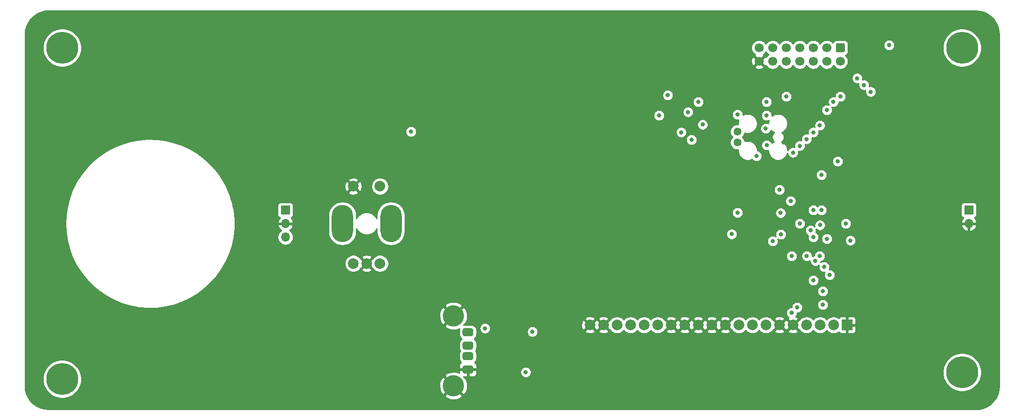
<source format=gbr>
%TF.GenerationSoftware,KiCad,Pcbnew,(5.1.8-0-10_14)*%
%TF.CreationDate,2021-12-04T19:42:54-08:00*%
%TF.ProjectId,Control,436f6e74-726f-46c2-9e6b-696361645f70,rev?*%
%TF.SameCoordinates,Original*%
%TF.FileFunction,Copper,L2,Inr*%
%TF.FilePolarity,Positive*%
%FSLAX46Y46*%
G04 Gerber Fmt 4.6, Leading zero omitted, Abs format (unit mm)*
G04 Created by KiCad (PCBNEW (5.1.8-0-10_14)) date 2021-12-04 19:42:54*
%MOMM*%
%LPD*%
G01*
G04 APERTURE LIST*
%TA.AperFunction,ComponentPad*%
%ADD10O,4.000000X7.000000*%
%TD*%
%TA.AperFunction,ComponentPad*%
%ADD11C,2.000000*%
%TD*%
%TA.AperFunction,ComponentPad*%
%ADD12C,0.800000*%
%TD*%
%TA.AperFunction,ComponentPad*%
%ADD13C,6.000000*%
%TD*%
%TA.AperFunction,ComponentPad*%
%ADD14C,4.000000*%
%TD*%
%TA.AperFunction,ComponentPad*%
%ADD15O,1.700000X1.700000*%
%TD*%
%TA.AperFunction,ComponentPad*%
%ADD16R,1.700000X1.700000*%
%TD*%
%TA.AperFunction,ComponentPad*%
%ADD17C,1.700000*%
%TD*%
%TA.AperFunction,ComponentPad*%
%ADD18C,1.485900*%
%TD*%
%TA.AperFunction,ComponentPad*%
%ADD19R,2.000000X2.000000*%
%TD*%
%TA.AperFunction,ViaPad*%
%ADD20C,0.800000*%
%TD*%
%TA.AperFunction,Conductor*%
%ADD21C,0.254000*%
%TD*%
%TA.AperFunction,Conductor*%
%ADD22C,0.100000*%
%TD*%
G04 APERTURE END LIST*
D10*
%TO.N,N/C*%
%TO.C,SW1*%
X112290000Y-101600000D03*
X121390000Y-101600000D03*
D11*
%TO.N,GND*%
X114340000Y-94600000D03*
%TO.N,ENC_SEL_SW*%
X119340000Y-94600000D03*
%TO.N,ENC_A_SW*%
X119340000Y-109100000D03*
%TO.N,ENC_B_SW*%
X114340000Y-109100000D03*
%TO.N,GND*%
X116840000Y-109100000D03*
%TD*%
D12*
%TO.N,Net-(H4-Pad1)*%
%TO.C,H4*%
X230190990Y-127949010D03*
X228600000Y-127290000D03*
X227009010Y-127949010D03*
X226350000Y-129540000D03*
X227009010Y-131130990D03*
X228600000Y-131790000D03*
X230190990Y-131130990D03*
X230850000Y-129540000D03*
D13*
X228600000Y-129540000D03*
%TD*%
D12*
%TO.N,Net-(H3-Pad1)*%
%TO.C,H3*%
X61280990Y-129219010D03*
X59690000Y-128560000D03*
X58099010Y-129219010D03*
X57440000Y-130810000D03*
X58099010Y-132400990D03*
X59690000Y-133060000D03*
X61280990Y-132400990D03*
X61940000Y-130810000D03*
D13*
X59690000Y-130810000D03*
%TD*%
D12*
%TO.N,Net-(H2-Pad1)*%
%TO.C,H2*%
X230190990Y-66989010D03*
X228600000Y-66330000D03*
X227009010Y-66989010D03*
X226350000Y-68580000D03*
X227009010Y-70170990D03*
X228600000Y-70830000D03*
X230190990Y-70170990D03*
X230850000Y-68580000D03*
D13*
X228600000Y-68580000D03*
%TD*%
D12*
%TO.N,Net-(H1-Pad1)*%
%TO.C,H1*%
X61280990Y-66989010D03*
X59690000Y-66330000D03*
X58099010Y-66989010D03*
X57440000Y-68580000D03*
X58099010Y-70170990D03*
X59690000Y-70830000D03*
X61280990Y-70170990D03*
X61940000Y-68580000D03*
D13*
X59690000Y-68580000D03*
%TD*%
D14*
%TO.N,GND*%
%TO.C,USB1*%
X133134000Y-118943000D03*
X133134000Y-132083000D03*
%TA.AperFunction,ComponentPad*%
G36*
G01*
X135219000Y-128263000D02*
X136469000Y-128263000D01*
G75*
G02*
X136844000Y-128638000I0J-375000D01*
G01*
X136844000Y-129388000D01*
G75*
G02*
X136469000Y-129763000I-375000J0D01*
G01*
X135219000Y-129763000D01*
G75*
G02*
X134844000Y-129388000I0J375000D01*
G01*
X134844000Y-128638000D01*
G75*
G02*
X135219000Y-128263000I375000J0D01*
G01*
G37*
%TD.AperFunction*%
%TO.N,Net-(R6-Pad1)*%
%TA.AperFunction,ComponentPad*%
G36*
G01*
X135219000Y-125763000D02*
X136469000Y-125763000D01*
G75*
G02*
X136844000Y-126138000I0J-375000D01*
G01*
X136844000Y-126888000D01*
G75*
G02*
X136469000Y-127263000I-375000J0D01*
G01*
X135219000Y-127263000D01*
G75*
G02*
X134844000Y-126888000I0J375000D01*
G01*
X134844000Y-126138000D01*
G75*
G02*
X135219000Y-125763000I375000J0D01*
G01*
G37*
%TD.AperFunction*%
%TO.N,Net-(R7-Pad1)*%
%TA.AperFunction,ComponentPad*%
G36*
G01*
X135219000Y-123763000D02*
X136469000Y-123763000D01*
G75*
G02*
X136844000Y-124138000I0J-375000D01*
G01*
X136844000Y-124888000D01*
G75*
G02*
X136469000Y-125263000I-375000J0D01*
G01*
X135219000Y-125263000D01*
G75*
G02*
X134844000Y-124888000I0J375000D01*
G01*
X134844000Y-124138000D01*
G75*
G02*
X135219000Y-123763000I375000J0D01*
G01*
G37*
%TD.AperFunction*%
%TO.N,Net-(U5-Pad5)*%
%TA.AperFunction,ComponentPad*%
G36*
G01*
X135219000Y-121263000D02*
X136469000Y-121263000D01*
G75*
G02*
X136844000Y-121638000I0J-375000D01*
G01*
X136844000Y-122388000D01*
G75*
G02*
X136469000Y-122763000I-375000J0D01*
G01*
X135219000Y-122763000D01*
G75*
G02*
X134844000Y-122388000I0J375000D01*
G01*
X134844000Y-121638000D01*
G75*
G02*
X135219000Y-121263000I375000J0D01*
G01*
G37*
%TD.AperFunction*%
%TD*%
D15*
%TO.N,FIRE_LATCH_SW*%
%TO.C,SW3*%
X101600000Y-104140000D03*
%TO.N,GND*%
X101600000Y-101600000D03*
D16*
%TO.N,FIRE_MOM_SW*%
X101600000Y-99060000D03*
%TD*%
D15*
%TO.N,GND*%
%TO.C,SW2*%
X229870000Y-101600000D03*
D16*
%TO.N,INTERLOCK_SW*%
X229870000Y-99060000D03*
%TD*%
D17*
%TO.N,GND*%
%TO.C,MCU1*%
X190500000Y-71120000D03*
%TO.N,INTERLOCK_SW*%
X193040000Y-71120000D03*
%TO.N,TEC_ENABLE*%
X195580000Y-71120000D03*
%TO.N,CS_TEC_SET*%
X198120000Y-71120000D03*
%TO.N,RST_LASER*%
X200660000Y-71120000D03*
%TO.N,SCK*%
X203200000Y-71120000D03*
%TO.N,MOSI*%
X205740000Y-71120000D03*
%TO.N,INTERLOCK_EN*%
X190500000Y-68580000D03*
%TO.N,CS_CHARGE*%
X193040000Y-68580000D03*
%TO.N,CS_TEC_READ*%
X195580000Y-68580000D03*
%TO.N,TMP_LASER*%
X198120000Y-68580000D03*
%TO.N,CS_LASER*%
X200660000Y-68580000D03*
%TO.N,MISO*%
X203200000Y-68580000D03*
%TO.N,+3V0*%
%TA.AperFunction,ComponentPad*%
G36*
G01*
X205140000Y-67730000D02*
X206340000Y-67730000D01*
G75*
G02*
X206590000Y-67980000I0J-250000D01*
G01*
X206590000Y-69180000D01*
G75*
G02*
X206340000Y-69430000I-250000J0D01*
G01*
X205140000Y-69430000D01*
G75*
G02*
X204890000Y-69180000I0J250000D01*
G01*
X204890000Y-67980000D01*
G75*
G02*
X205140000Y-67730000I250000J0D01*
G01*
G37*
%TD.AperFunction*%
%TD*%
D18*
%TO.N,RXD*%
%TO.C,ISP1*%
X186436000Y-86360000D03*
%TO.N,RESET*%
X186436000Y-84328000D03*
%TD*%
D11*
%TO.N,GND*%
%TO.C,DISP1*%
X158750000Y-120650000D03*
X161290000Y-120650000D03*
%TO.N,N/C*%
X163830000Y-120650000D03*
%TO.N,DISP_CS*%
X166370000Y-120650000D03*
%TO.N,DISP_RES*%
X168910000Y-120650000D03*
%TO.N,N/C*%
X171450000Y-120650000D03*
%TO.N,GND*%
X173990000Y-120650000D03*
X176530000Y-120650000D03*
X179070000Y-120650000D03*
X181610000Y-120650000D03*
D19*
X207010000Y-120650000D03*
D11*
%TO.N,+3V0*%
X204470000Y-120650000D03*
%TO.N,N/C*%
X201930000Y-120650000D03*
%TO.N,DISP_DC*%
X199390000Y-120650000D03*
%TO.N,GND*%
X196850000Y-120650000D03*
X194310000Y-120650000D03*
%TO.N,SCK*%
X191770000Y-120650000D03*
%TO.N,MOSI*%
X189230000Y-120650000D03*
%TO.N,N/C*%
X186690000Y-120650000D03*
%TO.N,GND*%
X184150000Y-120650000D03*
%TD*%
D20*
%TO.N,GND*%
X74295000Y-74930000D03*
X211455000Y-97155000D03*
X211455000Y-104775000D03*
X195072000Y-86360000D03*
X214884000Y-73152000D03*
X207518000Y-114300000D03*
X206502000Y-116840000D03*
X190500000Y-99060000D03*
X190500000Y-101600000D03*
X194564000Y-102108000D03*
X189230000Y-95250000D03*
X182880000Y-81915000D03*
X173990000Y-89535000D03*
X117540000Y-84328000D03*
X125160000Y-80264000D03*
X117540000Y-92456000D03*
X146170546Y-121414467D03*
X147955000Y-124369798D03*
X144800000Y-129520000D03*
X144145000Y-123190000D03*
X139700000Y-128905000D03*
X139700000Y-117475000D03*
X190881000Y-82550000D03*
X206756000Y-103632000D03*
%TO.N,+3V0*%
X207645000Y-104775000D03*
X214884000Y-68072000D03*
X202438000Y-114300000D03*
X202438000Y-116840000D03*
X194532000Y-99600000D03*
X200660000Y-112268000D03*
X194310000Y-95250000D03*
X179900500Y-82989500D03*
X171704000Y-81280000D03*
X125160000Y-84328000D03*
X146700000Y-129525000D03*
X147955000Y-121920000D03*
X191734721Y-83728276D03*
X206756000Y-101600000D03*
%TO.N,DISP_CS*%
X197612000Y-117348000D03*
%TO.N,DISP_RES*%
X199450500Y-107696000D03*
X196596000Y-118364000D03*
X196596000Y-107696000D03*
%TO.N,SCK*%
X203200000Y-80264000D03*
X194564000Y-103632000D03*
X196410000Y-97350000D03*
X189992000Y-88900000D03*
X177165000Y-80645000D03*
%TO.N,MOSI*%
X205740000Y-77724000D03*
X195580000Y-77724000D03*
X193040000Y-104902003D03*
X173355000Y-77470000D03*
X198120000Y-101600000D03*
%TO.N,MISO*%
X204440501Y-78740000D03*
X191896974Y-78740000D03*
X179070000Y-78740000D03*
X191928710Y-86868000D03*
X191897000Y-81280000D03*
%TO.N,RXD*%
X201850500Y-107696000D03*
X186436000Y-99547865D03*
%TO.N,TXD*%
X202692000Y-109728000D03*
X186436000Y-81108500D03*
X185356500Y-103568500D03*
%TO.N,RESET*%
X201060000Y-108604000D03*
%TO.N,TEC_ENABLE*%
X200660000Y-104140000D03*
X196850000Y-88265000D03*
%TO.N,CS_TEC_SET*%
X200660000Y-99060000D03*
X198120000Y-86995000D03*
%TO.N,RST_LASER*%
X200660000Y-84455000D03*
X200152000Y-102870000D03*
%TO.N,TMP_LASER*%
X202184008Y-99060000D03*
X199390000Y-85725000D03*
%TO.N,CS_LASER*%
X201900501Y-83155501D03*
X201908687Y-101875313D03*
%TO.N,LED_R*%
X203200000Y-104449998D03*
X208915004Y-74295000D03*
X205232000Y-89915984D03*
%TO.N,LED_G*%
X211455000Y-76835000D03*
%TO.N,LED_B*%
X210185000Y-75565000D03*
%TO.N,BUTTON_IRQ*%
X202184000Y-92456000D03*
X177800000Y-85852000D03*
%TO.N,CS_BUTTONS*%
X203708000Y-111252000D03*
X175895000Y-84455000D03*
%TO.N,Net-(R6-Pad1)*%
X139065014Y-121285000D03*
%TD*%
D21*
%TO.N,GND*%
X231922249Y-61692437D02*
X232679774Y-61899672D01*
X233388625Y-62237777D01*
X234026404Y-62696067D01*
X234572946Y-63260055D01*
X235010977Y-63911913D01*
X235326651Y-64631038D01*
X235511206Y-65399768D01*
X235560000Y-66064207D01*
X235560001Y-132050597D01*
X235487563Y-132862249D01*
X235280328Y-133619774D01*
X234942221Y-134328627D01*
X234483928Y-134966410D01*
X233919945Y-135512946D01*
X233268085Y-135950978D01*
X232548963Y-136266651D01*
X231780232Y-136451206D01*
X231115792Y-136500000D01*
X57179392Y-136500000D01*
X56367751Y-136427563D01*
X55610226Y-136220328D01*
X54901373Y-135882221D01*
X54263590Y-135423928D01*
X53717054Y-134859945D01*
X53279022Y-134208085D01*
X52963349Y-133488963D01*
X52778794Y-132720232D01*
X52730000Y-132055792D01*
X52730000Y-130451984D01*
X56055000Y-130451984D01*
X56055000Y-131168016D01*
X56194691Y-131870290D01*
X56468705Y-132531818D01*
X56866511Y-133127177D01*
X57372823Y-133633489D01*
X57968182Y-134031295D01*
X58629710Y-134305309D01*
X59331984Y-134445000D01*
X60048016Y-134445000D01*
X60750290Y-134305309D01*
X61411818Y-134031295D01*
X61562669Y-133930499D01*
X131466106Y-133930499D01*
X131682228Y-134297258D01*
X132142105Y-134537938D01*
X132640098Y-134684275D01*
X133157071Y-134730648D01*
X133673159Y-134675273D01*
X134168526Y-134520279D01*
X134585772Y-134297258D01*
X134801894Y-133930499D01*
X133134000Y-132262605D01*
X131466106Y-133930499D01*
X61562669Y-133930499D01*
X62007177Y-133633489D01*
X62513489Y-133127177D01*
X62911295Y-132531818D01*
X63087645Y-132106071D01*
X130486352Y-132106071D01*
X130541727Y-132622159D01*
X130696721Y-133117526D01*
X130919742Y-133534772D01*
X131286501Y-133750894D01*
X132954395Y-132083000D01*
X131286501Y-130415106D01*
X130919742Y-130631228D01*
X130679062Y-131091105D01*
X130532725Y-131589098D01*
X130486352Y-132106071D01*
X63087645Y-132106071D01*
X63185309Y-131870290D01*
X63325000Y-131168016D01*
X63325000Y-130451984D01*
X63281939Y-130235501D01*
X131466106Y-130235501D01*
X133134000Y-131903395D01*
X133148143Y-131889253D01*
X133327748Y-132068858D01*
X133313605Y-132083000D01*
X134981499Y-133750894D01*
X135348258Y-133534772D01*
X135588938Y-133074895D01*
X135735275Y-132576902D01*
X135781648Y-132059929D01*
X135726273Y-131543841D01*
X135571279Y-131048474D01*
X135348258Y-130631228D01*
X134981501Y-130415107D01*
X134996191Y-130400417D01*
X135558250Y-130398000D01*
X135717000Y-130239250D01*
X135717000Y-129140000D01*
X135971000Y-129140000D01*
X135971000Y-130239250D01*
X136129750Y-130398000D01*
X136844000Y-130401072D01*
X136968482Y-130388812D01*
X137088180Y-130352502D01*
X137198494Y-130293537D01*
X137295185Y-130214185D01*
X137374537Y-130117494D01*
X137433502Y-130007180D01*
X137469812Y-129887482D01*
X137482072Y-129763000D01*
X137479823Y-129423061D01*
X145665000Y-129423061D01*
X145665000Y-129626939D01*
X145704774Y-129826898D01*
X145782795Y-130015256D01*
X145896063Y-130184774D01*
X146040226Y-130328937D01*
X146209744Y-130442205D01*
X146398102Y-130520226D01*
X146598061Y-130560000D01*
X146801939Y-130560000D01*
X147001898Y-130520226D01*
X147190256Y-130442205D01*
X147359774Y-130328937D01*
X147503937Y-130184774D01*
X147617205Y-130015256D01*
X147695226Y-129826898D01*
X147735000Y-129626939D01*
X147735000Y-129423061D01*
X147695226Y-129223102D01*
X147678195Y-129181984D01*
X224965000Y-129181984D01*
X224965000Y-129898016D01*
X225104691Y-130600290D01*
X225378705Y-131261818D01*
X225776511Y-131857177D01*
X226282823Y-132363489D01*
X226878182Y-132761295D01*
X227539710Y-133035309D01*
X228241984Y-133175000D01*
X228958016Y-133175000D01*
X229660290Y-133035309D01*
X230321818Y-132761295D01*
X230917177Y-132363489D01*
X231423489Y-131857177D01*
X231821295Y-131261818D01*
X232095309Y-130600290D01*
X232235000Y-129898016D01*
X232235000Y-129181984D01*
X232095309Y-128479710D01*
X231821295Y-127818182D01*
X231423489Y-127222823D01*
X230917177Y-126716511D01*
X230321818Y-126318705D01*
X229660290Y-126044691D01*
X228958016Y-125905000D01*
X228241984Y-125905000D01*
X227539710Y-126044691D01*
X226878182Y-126318705D01*
X226282823Y-126716511D01*
X225776511Y-127222823D01*
X225378705Y-127818182D01*
X225104691Y-128479710D01*
X224965000Y-129181984D01*
X147678195Y-129181984D01*
X147617205Y-129034744D01*
X147503937Y-128865226D01*
X147359774Y-128721063D01*
X147190256Y-128607795D01*
X147001898Y-128529774D01*
X146801939Y-128490000D01*
X146598061Y-128490000D01*
X146398102Y-128529774D01*
X146209744Y-128607795D01*
X146040226Y-128721063D01*
X145896063Y-128865226D01*
X145782795Y-129034744D01*
X145704774Y-129223102D01*
X145665000Y-129423061D01*
X137479823Y-129423061D01*
X137479000Y-129298750D01*
X137320250Y-129140000D01*
X135971000Y-129140000D01*
X135717000Y-129140000D01*
X134367750Y-129140000D01*
X134209000Y-129298750D01*
X134206542Y-129670269D01*
X134125895Y-129628062D01*
X133627902Y-129481725D01*
X133110929Y-129435352D01*
X132594841Y-129490727D01*
X132099474Y-129645721D01*
X131682228Y-129868742D01*
X131466106Y-130235501D01*
X63281939Y-130235501D01*
X63185309Y-129749710D01*
X62911295Y-129088182D01*
X62513489Y-128492823D01*
X62007177Y-127986511D01*
X61411818Y-127588705D01*
X60750290Y-127314691D01*
X60048016Y-127175000D01*
X59331984Y-127175000D01*
X58629710Y-127314691D01*
X57968182Y-127588705D01*
X57372823Y-127986511D01*
X56866511Y-128492823D01*
X56468705Y-129088182D01*
X56194691Y-129749710D01*
X56055000Y-130451984D01*
X52730000Y-130451984D01*
X52730000Y-120790499D01*
X131466106Y-120790499D01*
X131682228Y-121157258D01*
X132142105Y-121397938D01*
X132640098Y-121544275D01*
X133157071Y-121590648D01*
X133673159Y-121535273D01*
X134168526Y-121380279D01*
X134258151Y-121332374D01*
X134225394Y-121440359D01*
X134205928Y-121638000D01*
X134205928Y-122388000D01*
X134225394Y-122585641D01*
X134283044Y-122775686D01*
X134376661Y-122950833D01*
X134502650Y-123104350D01*
X134656167Y-123230339D01*
X134717272Y-123263000D01*
X134656167Y-123295661D01*
X134502650Y-123421650D01*
X134376661Y-123575167D01*
X134283044Y-123750314D01*
X134225394Y-123940359D01*
X134205928Y-124138000D01*
X134205928Y-124888000D01*
X134225394Y-125085641D01*
X134283044Y-125275686D01*
X134376661Y-125450833D01*
X134427680Y-125513000D01*
X134376661Y-125575167D01*
X134283044Y-125750314D01*
X134225394Y-125940359D01*
X134205928Y-126138000D01*
X134205928Y-126888000D01*
X134225394Y-127085641D01*
X134283044Y-127275686D01*
X134376661Y-127450833D01*
X134502650Y-127604350D01*
X134592000Y-127677678D01*
X134489506Y-127732463D01*
X134392815Y-127811815D01*
X134313463Y-127908506D01*
X134254498Y-128018820D01*
X134218188Y-128138518D01*
X134205928Y-128263000D01*
X134209000Y-128727250D01*
X134367750Y-128886000D01*
X135717000Y-128886000D01*
X135717000Y-128866000D01*
X135971000Y-128866000D01*
X135971000Y-128886000D01*
X137320250Y-128886000D01*
X137479000Y-128727250D01*
X137482072Y-128263000D01*
X137469812Y-128138518D01*
X137433502Y-128018820D01*
X137374537Y-127908506D01*
X137295185Y-127811815D01*
X137198494Y-127732463D01*
X137096000Y-127677678D01*
X137185350Y-127604350D01*
X137311339Y-127450833D01*
X137404956Y-127275686D01*
X137462606Y-127085641D01*
X137482072Y-126888000D01*
X137482072Y-126138000D01*
X137462606Y-125940359D01*
X137404956Y-125750314D01*
X137311339Y-125575167D01*
X137260320Y-125513000D01*
X137311339Y-125450833D01*
X137404956Y-125275686D01*
X137462606Y-125085641D01*
X137482072Y-124888000D01*
X137482072Y-124138000D01*
X137462606Y-123940359D01*
X137404956Y-123750314D01*
X137311339Y-123575167D01*
X137185350Y-123421650D01*
X137031833Y-123295661D01*
X136970728Y-123263000D01*
X137031833Y-123230339D01*
X137185350Y-123104350D01*
X137311339Y-122950833D01*
X137404956Y-122775686D01*
X137462606Y-122585641D01*
X137482072Y-122388000D01*
X137482072Y-121638000D01*
X137462606Y-121440359D01*
X137404956Y-121250314D01*
X137369009Y-121183061D01*
X138030014Y-121183061D01*
X138030014Y-121386939D01*
X138069788Y-121586898D01*
X138147809Y-121775256D01*
X138261077Y-121944774D01*
X138405240Y-122088937D01*
X138574758Y-122202205D01*
X138763116Y-122280226D01*
X138963075Y-122320000D01*
X139166953Y-122320000D01*
X139366912Y-122280226D01*
X139555270Y-122202205D01*
X139724788Y-122088937D01*
X139868951Y-121944774D01*
X139953617Y-121818061D01*
X146920000Y-121818061D01*
X146920000Y-122021939D01*
X146959774Y-122221898D01*
X147037795Y-122410256D01*
X147151063Y-122579774D01*
X147295226Y-122723937D01*
X147464744Y-122837205D01*
X147653102Y-122915226D01*
X147853061Y-122955000D01*
X148056939Y-122955000D01*
X148256898Y-122915226D01*
X148445256Y-122837205D01*
X148614774Y-122723937D01*
X148758937Y-122579774D01*
X148872205Y-122410256D01*
X148950226Y-122221898D01*
X148990000Y-122021939D01*
X148990000Y-121818061D01*
X148983506Y-121785413D01*
X157794192Y-121785413D01*
X157889956Y-122049814D01*
X158179571Y-122190704D01*
X158491108Y-122272384D01*
X158812595Y-122291718D01*
X159131675Y-122247961D01*
X159436088Y-122142795D01*
X159610044Y-122049814D01*
X159705808Y-121785413D01*
X160334192Y-121785413D01*
X160429956Y-122049814D01*
X160719571Y-122190704D01*
X161031108Y-122272384D01*
X161352595Y-122291718D01*
X161671675Y-122247961D01*
X161976088Y-122142795D01*
X162150044Y-122049814D01*
X162245808Y-121785413D01*
X161290000Y-120829605D01*
X160334192Y-121785413D01*
X159705808Y-121785413D01*
X158750000Y-120829605D01*
X157794192Y-121785413D01*
X148983506Y-121785413D01*
X148950226Y-121618102D01*
X148872205Y-121429744D01*
X148758937Y-121260226D01*
X148614774Y-121116063D01*
X148445256Y-121002795D01*
X148256898Y-120924774D01*
X148056939Y-120885000D01*
X147853061Y-120885000D01*
X147653102Y-120924774D01*
X147464744Y-121002795D01*
X147295226Y-121116063D01*
X147151063Y-121260226D01*
X147037795Y-121429744D01*
X146959774Y-121618102D01*
X146920000Y-121818061D01*
X139953617Y-121818061D01*
X139982219Y-121775256D01*
X140060240Y-121586898D01*
X140100014Y-121386939D01*
X140100014Y-121183061D01*
X140060240Y-120983102D01*
X139982219Y-120794744D01*
X139927329Y-120712595D01*
X157108282Y-120712595D01*
X157152039Y-121031675D01*
X157257205Y-121336088D01*
X157350186Y-121510044D01*
X157614587Y-121605808D01*
X158570395Y-120650000D01*
X158929605Y-120650000D01*
X159885413Y-121605808D01*
X160020000Y-121557062D01*
X160154587Y-121605808D01*
X161110395Y-120650000D01*
X161469605Y-120650000D01*
X162425413Y-121605808D01*
X162487280Y-121583400D01*
X162560013Y-121692252D01*
X162787748Y-121919987D01*
X163055537Y-122098918D01*
X163353088Y-122222168D01*
X163668967Y-122285000D01*
X163991033Y-122285000D01*
X164306912Y-122222168D01*
X164604463Y-122098918D01*
X164872252Y-121919987D01*
X165099987Y-121692252D01*
X165100000Y-121692233D01*
X165100013Y-121692252D01*
X165327748Y-121919987D01*
X165595537Y-122098918D01*
X165893088Y-122222168D01*
X166208967Y-122285000D01*
X166531033Y-122285000D01*
X166846912Y-122222168D01*
X167144463Y-122098918D01*
X167412252Y-121919987D01*
X167639987Y-121692252D01*
X167640000Y-121692233D01*
X167640013Y-121692252D01*
X167867748Y-121919987D01*
X168135537Y-122098918D01*
X168433088Y-122222168D01*
X168748967Y-122285000D01*
X169071033Y-122285000D01*
X169386912Y-122222168D01*
X169684463Y-122098918D01*
X169952252Y-121919987D01*
X170179987Y-121692252D01*
X170180000Y-121692233D01*
X170180013Y-121692252D01*
X170407748Y-121919987D01*
X170675537Y-122098918D01*
X170973088Y-122222168D01*
X171288967Y-122285000D01*
X171611033Y-122285000D01*
X171926912Y-122222168D01*
X172224463Y-122098918D01*
X172492252Y-121919987D01*
X172626826Y-121785413D01*
X173034192Y-121785413D01*
X173129956Y-122049814D01*
X173419571Y-122190704D01*
X173731108Y-122272384D01*
X174052595Y-122291718D01*
X174371675Y-122247961D01*
X174676088Y-122142795D01*
X174850044Y-122049814D01*
X174945808Y-121785413D01*
X175574192Y-121785413D01*
X175669956Y-122049814D01*
X175959571Y-122190704D01*
X176271108Y-122272384D01*
X176592595Y-122291718D01*
X176911675Y-122247961D01*
X177216088Y-122142795D01*
X177390044Y-122049814D01*
X177485808Y-121785413D01*
X178114192Y-121785413D01*
X178209956Y-122049814D01*
X178499571Y-122190704D01*
X178811108Y-122272384D01*
X179132595Y-122291718D01*
X179451675Y-122247961D01*
X179756088Y-122142795D01*
X179930044Y-122049814D01*
X180025808Y-121785413D01*
X180654192Y-121785413D01*
X180749956Y-122049814D01*
X181039571Y-122190704D01*
X181351108Y-122272384D01*
X181672595Y-122291718D01*
X181991675Y-122247961D01*
X182296088Y-122142795D01*
X182470044Y-122049814D01*
X182565808Y-121785413D01*
X183194192Y-121785413D01*
X183289956Y-122049814D01*
X183579571Y-122190704D01*
X183891108Y-122272384D01*
X184212595Y-122291718D01*
X184531675Y-122247961D01*
X184836088Y-122142795D01*
X185010044Y-122049814D01*
X185105808Y-121785413D01*
X184150000Y-120829605D01*
X183194192Y-121785413D01*
X182565808Y-121785413D01*
X181610000Y-120829605D01*
X180654192Y-121785413D01*
X180025808Y-121785413D01*
X179070000Y-120829605D01*
X178114192Y-121785413D01*
X177485808Y-121785413D01*
X176530000Y-120829605D01*
X175574192Y-121785413D01*
X174945808Y-121785413D01*
X173990000Y-120829605D01*
X173034192Y-121785413D01*
X172626826Y-121785413D01*
X172719987Y-121692252D01*
X172792720Y-121583400D01*
X172854587Y-121605808D01*
X173810395Y-120650000D01*
X174169605Y-120650000D01*
X175125413Y-121605808D01*
X175260000Y-121557062D01*
X175394587Y-121605808D01*
X176350395Y-120650000D01*
X176709605Y-120650000D01*
X177665413Y-121605808D01*
X177800000Y-121557062D01*
X177934587Y-121605808D01*
X178890395Y-120650000D01*
X179249605Y-120650000D01*
X180205413Y-121605808D01*
X180340000Y-121557062D01*
X180474587Y-121605808D01*
X181430395Y-120650000D01*
X181789605Y-120650000D01*
X182745413Y-121605808D01*
X182880000Y-121557062D01*
X183014587Y-121605808D01*
X183970395Y-120650000D01*
X184329605Y-120650000D01*
X185285413Y-121605808D01*
X185347280Y-121583400D01*
X185420013Y-121692252D01*
X185647748Y-121919987D01*
X185915537Y-122098918D01*
X186213088Y-122222168D01*
X186528967Y-122285000D01*
X186851033Y-122285000D01*
X187166912Y-122222168D01*
X187464463Y-122098918D01*
X187732252Y-121919987D01*
X187959987Y-121692252D01*
X187960000Y-121692233D01*
X187960013Y-121692252D01*
X188187748Y-121919987D01*
X188455537Y-122098918D01*
X188753088Y-122222168D01*
X189068967Y-122285000D01*
X189391033Y-122285000D01*
X189706912Y-122222168D01*
X190004463Y-122098918D01*
X190272252Y-121919987D01*
X190499987Y-121692252D01*
X190500000Y-121692233D01*
X190500013Y-121692252D01*
X190727748Y-121919987D01*
X190995537Y-122098918D01*
X191293088Y-122222168D01*
X191608967Y-122285000D01*
X191931033Y-122285000D01*
X192246912Y-122222168D01*
X192544463Y-122098918D01*
X192812252Y-121919987D01*
X192946826Y-121785413D01*
X193354192Y-121785413D01*
X193449956Y-122049814D01*
X193739571Y-122190704D01*
X194051108Y-122272384D01*
X194372595Y-122291718D01*
X194691675Y-122247961D01*
X194996088Y-122142795D01*
X195170044Y-122049814D01*
X195265808Y-121785413D01*
X195894192Y-121785413D01*
X195989956Y-122049814D01*
X196279571Y-122190704D01*
X196591108Y-122272384D01*
X196912595Y-122291718D01*
X197231675Y-122247961D01*
X197536088Y-122142795D01*
X197710044Y-122049814D01*
X197805808Y-121785413D01*
X196850000Y-120829605D01*
X195894192Y-121785413D01*
X195265808Y-121785413D01*
X194310000Y-120829605D01*
X193354192Y-121785413D01*
X192946826Y-121785413D01*
X193039987Y-121692252D01*
X193112720Y-121583400D01*
X193174587Y-121605808D01*
X194130395Y-120650000D01*
X194489605Y-120650000D01*
X195445413Y-121605808D01*
X195580000Y-121557062D01*
X195714587Y-121605808D01*
X196670395Y-120650000D01*
X197029605Y-120650000D01*
X197985413Y-121605808D01*
X198047280Y-121583400D01*
X198120013Y-121692252D01*
X198347748Y-121919987D01*
X198615537Y-122098918D01*
X198913088Y-122222168D01*
X199228967Y-122285000D01*
X199551033Y-122285000D01*
X199866912Y-122222168D01*
X200164463Y-122098918D01*
X200432252Y-121919987D01*
X200659987Y-121692252D01*
X200660000Y-121692233D01*
X200660013Y-121692252D01*
X200887748Y-121919987D01*
X201155537Y-122098918D01*
X201453088Y-122222168D01*
X201768967Y-122285000D01*
X202091033Y-122285000D01*
X202406912Y-122222168D01*
X202704463Y-122098918D01*
X202972252Y-121919987D01*
X203199987Y-121692252D01*
X203200000Y-121692233D01*
X203200013Y-121692252D01*
X203427748Y-121919987D01*
X203695537Y-122098918D01*
X203993088Y-122222168D01*
X204308967Y-122285000D01*
X204631033Y-122285000D01*
X204946912Y-122222168D01*
X205244463Y-122098918D01*
X205454809Y-121958370D01*
X205479463Y-122004494D01*
X205558815Y-122101185D01*
X205655506Y-122180537D01*
X205765820Y-122239502D01*
X205885518Y-122275812D01*
X206010000Y-122288072D01*
X206724250Y-122285000D01*
X206883000Y-122126250D01*
X206883000Y-120777000D01*
X207137000Y-120777000D01*
X207137000Y-122126250D01*
X207295750Y-122285000D01*
X208010000Y-122288072D01*
X208134482Y-122275812D01*
X208254180Y-122239502D01*
X208364494Y-122180537D01*
X208461185Y-122101185D01*
X208540537Y-122004494D01*
X208599502Y-121894180D01*
X208635812Y-121774482D01*
X208648072Y-121650000D01*
X208645000Y-120935750D01*
X208486250Y-120777000D01*
X207137000Y-120777000D01*
X206883000Y-120777000D01*
X206863000Y-120777000D01*
X206863000Y-120523000D01*
X206883000Y-120523000D01*
X206883000Y-119173750D01*
X207137000Y-119173750D01*
X207137000Y-120523000D01*
X208486250Y-120523000D01*
X208645000Y-120364250D01*
X208648072Y-119650000D01*
X208635812Y-119525518D01*
X208599502Y-119405820D01*
X208540537Y-119295506D01*
X208461185Y-119198815D01*
X208364494Y-119119463D01*
X208254180Y-119060498D01*
X208134482Y-119024188D01*
X208010000Y-119011928D01*
X207295750Y-119015000D01*
X207137000Y-119173750D01*
X206883000Y-119173750D01*
X206724250Y-119015000D01*
X206010000Y-119011928D01*
X205885518Y-119024188D01*
X205765820Y-119060498D01*
X205655506Y-119119463D01*
X205558815Y-119198815D01*
X205479463Y-119295506D01*
X205454809Y-119341630D01*
X205244463Y-119201082D01*
X204946912Y-119077832D01*
X204631033Y-119015000D01*
X204308967Y-119015000D01*
X203993088Y-119077832D01*
X203695537Y-119201082D01*
X203427748Y-119380013D01*
X203200013Y-119607748D01*
X203200000Y-119607767D01*
X203199987Y-119607748D01*
X202972252Y-119380013D01*
X202704463Y-119201082D01*
X202406912Y-119077832D01*
X202091033Y-119015000D01*
X201768967Y-119015000D01*
X201453088Y-119077832D01*
X201155537Y-119201082D01*
X200887748Y-119380013D01*
X200660013Y-119607748D01*
X200660000Y-119607767D01*
X200659987Y-119607748D01*
X200432252Y-119380013D01*
X200164463Y-119201082D01*
X199866912Y-119077832D01*
X199551033Y-119015000D01*
X199228967Y-119015000D01*
X198913088Y-119077832D01*
X198615537Y-119201082D01*
X198347748Y-119380013D01*
X198120013Y-119607748D01*
X198047280Y-119716600D01*
X197985413Y-119694192D01*
X197029605Y-120650000D01*
X196670395Y-120650000D01*
X195714587Y-119694192D01*
X195580000Y-119742938D01*
X195445413Y-119694192D01*
X194489605Y-120650000D01*
X194130395Y-120650000D01*
X193174587Y-119694192D01*
X193112720Y-119716600D01*
X193039987Y-119607748D01*
X192946826Y-119514587D01*
X193354192Y-119514587D01*
X194310000Y-120470395D01*
X195265808Y-119514587D01*
X195170044Y-119250186D01*
X194880429Y-119109296D01*
X194568892Y-119027616D01*
X194247405Y-119008282D01*
X193928325Y-119052039D01*
X193623912Y-119157205D01*
X193449956Y-119250186D01*
X193354192Y-119514587D01*
X192946826Y-119514587D01*
X192812252Y-119380013D01*
X192544463Y-119201082D01*
X192246912Y-119077832D01*
X191931033Y-119015000D01*
X191608967Y-119015000D01*
X191293088Y-119077832D01*
X190995537Y-119201082D01*
X190727748Y-119380013D01*
X190500013Y-119607748D01*
X190500000Y-119607767D01*
X190499987Y-119607748D01*
X190272252Y-119380013D01*
X190004463Y-119201082D01*
X189706912Y-119077832D01*
X189391033Y-119015000D01*
X189068967Y-119015000D01*
X188753088Y-119077832D01*
X188455537Y-119201082D01*
X188187748Y-119380013D01*
X187960013Y-119607748D01*
X187960000Y-119607767D01*
X187959987Y-119607748D01*
X187732252Y-119380013D01*
X187464463Y-119201082D01*
X187166912Y-119077832D01*
X186851033Y-119015000D01*
X186528967Y-119015000D01*
X186213088Y-119077832D01*
X185915537Y-119201082D01*
X185647748Y-119380013D01*
X185420013Y-119607748D01*
X185347280Y-119716600D01*
X185285413Y-119694192D01*
X184329605Y-120650000D01*
X183970395Y-120650000D01*
X183014587Y-119694192D01*
X182880000Y-119742938D01*
X182745413Y-119694192D01*
X181789605Y-120650000D01*
X181430395Y-120650000D01*
X180474587Y-119694192D01*
X180340000Y-119742938D01*
X180205413Y-119694192D01*
X179249605Y-120650000D01*
X178890395Y-120650000D01*
X177934587Y-119694192D01*
X177800000Y-119742938D01*
X177665413Y-119694192D01*
X176709605Y-120650000D01*
X176350395Y-120650000D01*
X175394587Y-119694192D01*
X175260000Y-119742938D01*
X175125413Y-119694192D01*
X174169605Y-120650000D01*
X173810395Y-120650000D01*
X172854587Y-119694192D01*
X172792720Y-119716600D01*
X172719987Y-119607748D01*
X172626826Y-119514587D01*
X173034192Y-119514587D01*
X173990000Y-120470395D01*
X174945808Y-119514587D01*
X175574192Y-119514587D01*
X176530000Y-120470395D01*
X177485808Y-119514587D01*
X178114192Y-119514587D01*
X179070000Y-120470395D01*
X180025808Y-119514587D01*
X180654192Y-119514587D01*
X181610000Y-120470395D01*
X182565808Y-119514587D01*
X183194192Y-119514587D01*
X184150000Y-120470395D01*
X185105808Y-119514587D01*
X185010044Y-119250186D01*
X184720429Y-119109296D01*
X184408892Y-119027616D01*
X184087405Y-119008282D01*
X183768325Y-119052039D01*
X183463912Y-119157205D01*
X183289956Y-119250186D01*
X183194192Y-119514587D01*
X182565808Y-119514587D01*
X182470044Y-119250186D01*
X182180429Y-119109296D01*
X181868892Y-119027616D01*
X181547405Y-119008282D01*
X181228325Y-119052039D01*
X180923912Y-119157205D01*
X180749956Y-119250186D01*
X180654192Y-119514587D01*
X180025808Y-119514587D01*
X179930044Y-119250186D01*
X179640429Y-119109296D01*
X179328892Y-119027616D01*
X179007405Y-119008282D01*
X178688325Y-119052039D01*
X178383912Y-119157205D01*
X178209956Y-119250186D01*
X178114192Y-119514587D01*
X177485808Y-119514587D01*
X177390044Y-119250186D01*
X177100429Y-119109296D01*
X176788892Y-119027616D01*
X176467405Y-119008282D01*
X176148325Y-119052039D01*
X175843912Y-119157205D01*
X175669956Y-119250186D01*
X175574192Y-119514587D01*
X174945808Y-119514587D01*
X174850044Y-119250186D01*
X174560429Y-119109296D01*
X174248892Y-119027616D01*
X173927405Y-119008282D01*
X173608325Y-119052039D01*
X173303912Y-119157205D01*
X173129956Y-119250186D01*
X173034192Y-119514587D01*
X172626826Y-119514587D01*
X172492252Y-119380013D01*
X172224463Y-119201082D01*
X171926912Y-119077832D01*
X171611033Y-119015000D01*
X171288967Y-119015000D01*
X170973088Y-119077832D01*
X170675537Y-119201082D01*
X170407748Y-119380013D01*
X170180013Y-119607748D01*
X170180000Y-119607767D01*
X170179987Y-119607748D01*
X169952252Y-119380013D01*
X169684463Y-119201082D01*
X169386912Y-119077832D01*
X169071033Y-119015000D01*
X168748967Y-119015000D01*
X168433088Y-119077832D01*
X168135537Y-119201082D01*
X167867748Y-119380013D01*
X167640013Y-119607748D01*
X167640000Y-119607767D01*
X167639987Y-119607748D01*
X167412252Y-119380013D01*
X167144463Y-119201082D01*
X166846912Y-119077832D01*
X166531033Y-119015000D01*
X166208967Y-119015000D01*
X165893088Y-119077832D01*
X165595537Y-119201082D01*
X165327748Y-119380013D01*
X165100013Y-119607748D01*
X165100000Y-119607767D01*
X165099987Y-119607748D01*
X164872252Y-119380013D01*
X164604463Y-119201082D01*
X164306912Y-119077832D01*
X163991033Y-119015000D01*
X163668967Y-119015000D01*
X163353088Y-119077832D01*
X163055537Y-119201082D01*
X162787748Y-119380013D01*
X162560013Y-119607748D01*
X162487280Y-119716600D01*
X162425413Y-119694192D01*
X161469605Y-120650000D01*
X161110395Y-120650000D01*
X160154587Y-119694192D01*
X160020000Y-119742938D01*
X159885413Y-119694192D01*
X158929605Y-120650000D01*
X158570395Y-120650000D01*
X157614587Y-119694192D01*
X157350186Y-119789956D01*
X157209296Y-120079571D01*
X157127616Y-120391108D01*
X157108282Y-120712595D01*
X139927329Y-120712595D01*
X139868951Y-120625226D01*
X139724788Y-120481063D01*
X139555270Y-120367795D01*
X139366912Y-120289774D01*
X139166953Y-120250000D01*
X138963075Y-120250000D01*
X138763116Y-120289774D01*
X138574758Y-120367795D01*
X138405240Y-120481063D01*
X138261077Y-120625226D01*
X138147809Y-120794744D01*
X138069788Y-120983102D01*
X138030014Y-121183061D01*
X137369009Y-121183061D01*
X137311339Y-121075167D01*
X137185350Y-120921650D01*
X137031833Y-120795661D01*
X136856686Y-120702044D01*
X136666641Y-120644394D01*
X136469000Y-120624928D01*
X135219000Y-120624928D01*
X135021359Y-120644394D01*
X135016482Y-120645874D01*
X134981501Y-120610893D01*
X135348258Y-120394772D01*
X135588938Y-119934895D01*
X135712446Y-119514587D01*
X157794192Y-119514587D01*
X158750000Y-120470395D01*
X159705808Y-119514587D01*
X160334192Y-119514587D01*
X161290000Y-120470395D01*
X162245808Y-119514587D01*
X162150044Y-119250186D01*
X161860429Y-119109296D01*
X161548892Y-119027616D01*
X161227405Y-119008282D01*
X160908325Y-119052039D01*
X160603912Y-119157205D01*
X160429956Y-119250186D01*
X160334192Y-119514587D01*
X159705808Y-119514587D01*
X159610044Y-119250186D01*
X159320429Y-119109296D01*
X159008892Y-119027616D01*
X158687405Y-119008282D01*
X158368325Y-119052039D01*
X158063912Y-119157205D01*
X157889956Y-119250186D01*
X157794192Y-119514587D01*
X135712446Y-119514587D01*
X135735275Y-119436902D01*
X135781648Y-118919929D01*
X135726273Y-118403841D01*
X135681912Y-118262061D01*
X195561000Y-118262061D01*
X195561000Y-118465939D01*
X195600774Y-118665898D01*
X195678795Y-118854256D01*
X195792063Y-119023774D01*
X195936226Y-119167937D01*
X196028493Y-119229588D01*
X195989956Y-119250186D01*
X195894192Y-119514587D01*
X196850000Y-120470395D01*
X197805808Y-119514587D01*
X197710044Y-119250186D01*
X197420429Y-119109296D01*
X197336436Y-119087275D01*
X197399937Y-119023774D01*
X197513205Y-118854256D01*
X197591226Y-118665898D01*
X197631000Y-118465939D01*
X197631000Y-118383000D01*
X197713939Y-118383000D01*
X197913898Y-118343226D01*
X198102256Y-118265205D01*
X198271774Y-118151937D01*
X198415937Y-118007774D01*
X198529205Y-117838256D01*
X198607226Y-117649898D01*
X198647000Y-117449939D01*
X198647000Y-117246061D01*
X198607226Y-117046102D01*
X198529205Y-116857744D01*
X198449236Y-116738061D01*
X201403000Y-116738061D01*
X201403000Y-116941939D01*
X201442774Y-117141898D01*
X201520795Y-117330256D01*
X201634063Y-117499774D01*
X201778226Y-117643937D01*
X201947744Y-117757205D01*
X202136102Y-117835226D01*
X202336061Y-117875000D01*
X202539939Y-117875000D01*
X202739898Y-117835226D01*
X202928256Y-117757205D01*
X203097774Y-117643937D01*
X203241937Y-117499774D01*
X203355205Y-117330256D01*
X203433226Y-117141898D01*
X203473000Y-116941939D01*
X203473000Y-116738061D01*
X203433226Y-116538102D01*
X203355205Y-116349744D01*
X203241937Y-116180226D01*
X203097774Y-116036063D01*
X202928256Y-115922795D01*
X202739898Y-115844774D01*
X202539939Y-115805000D01*
X202336061Y-115805000D01*
X202136102Y-115844774D01*
X201947744Y-115922795D01*
X201778226Y-116036063D01*
X201634063Y-116180226D01*
X201520795Y-116349744D01*
X201442774Y-116538102D01*
X201403000Y-116738061D01*
X198449236Y-116738061D01*
X198415937Y-116688226D01*
X198271774Y-116544063D01*
X198102256Y-116430795D01*
X197913898Y-116352774D01*
X197713939Y-116313000D01*
X197510061Y-116313000D01*
X197310102Y-116352774D01*
X197121744Y-116430795D01*
X196952226Y-116544063D01*
X196808063Y-116688226D01*
X196694795Y-116857744D01*
X196616774Y-117046102D01*
X196577000Y-117246061D01*
X196577000Y-117329000D01*
X196494061Y-117329000D01*
X196294102Y-117368774D01*
X196105744Y-117446795D01*
X195936226Y-117560063D01*
X195792063Y-117704226D01*
X195678795Y-117873744D01*
X195600774Y-118062102D01*
X195561000Y-118262061D01*
X135681912Y-118262061D01*
X135571279Y-117908474D01*
X135348258Y-117491228D01*
X134981499Y-117275106D01*
X133313605Y-118943000D01*
X133327748Y-118957143D01*
X133148143Y-119136748D01*
X133134000Y-119122605D01*
X131466106Y-120790499D01*
X52730000Y-120790499D01*
X52730000Y-118966071D01*
X130486352Y-118966071D01*
X130541727Y-119482159D01*
X130696721Y-119977526D01*
X130919742Y-120394772D01*
X131286501Y-120610894D01*
X132954395Y-118943000D01*
X131286501Y-117275106D01*
X130919742Y-117491228D01*
X130679062Y-117951105D01*
X130532725Y-118449098D01*
X130486352Y-118966071D01*
X52730000Y-118966071D01*
X52730000Y-101600000D01*
X60280000Y-101600000D01*
X60364378Y-103236910D01*
X60616617Y-104856469D01*
X61034045Y-106441508D01*
X61612235Y-107975226D01*
X62345059Y-109441365D01*
X63224749Y-110824384D01*
X64241980Y-112109622D01*
X65385968Y-113283455D01*
X66644589Y-114333441D01*
X68004499Y-115248449D01*
X69451283Y-116018780D01*
X70969605Y-116636269D01*
X72543371Y-117094369D01*
X74155898Y-117388225D01*
X75790093Y-117514722D01*
X77428633Y-117472519D01*
X79054150Y-117262063D01*
X79759929Y-117095501D01*
X131466106Y-117095501D01*
X133134000Y-118763395D01*
X134801894Y-117095501D01*
X134585772Y-116728742D01*
X134125895Y-116488062D01*
X133627902Y-116341725D01*
X133110929Y-116295352D01*
X132594841Y-116350727D01*
X132099474Y-116505721D01*
X131682228Y-116728742D01*
X131466106Y-117095501D01*
X79759929Y-117095501D01*
X80649411Y-116885586D01*
X82197508Y-116347078D01*
X83682030Y-115652246D01*
X85087240Y-114808458D01*
X85900648Y-114198061D01*
X201403000Y-114198061D01*
X201403000Y-114401939D01*
X201442774Y-114601898D01*
X201520795Y-114790256D01*
X201634063Y-114959774D01*
X201778226Y-115103937D01*
X201947744Y-115217205D01*
X202136102Y-115295226D01*
X202336061Y-115335000D01*
X202539939Y-115335000D01*
X202739898Y-115295226D01*
X202928256Y-115217205D01*
X203097774Y-115103937D01*
X203241937Y-114959774D01*
X203355205Y-114790256D01*
X203433226Y-114601898D01*
X203473000Y-114401939D01*
X203473000Y-114198061D01*
X203433226Y-113998102D01*
X203355205Y-113809744D01*
X203241937Y-113640226D01*
X203097774Y-113496063D01*
X202928256Y-113382795D01*
X202739898Y-113304774D01*
X202539939Y-113265000D01*
X202336061Y-113265000D01*
X202136102Y-113304774D01*
X201947744Y-113382795D01*
X201778226Y-113496063D01*
X201634063Y-113640226D01*
X201520795Y-113809744D01*
X201442774Y-113998102D01*
X201403000Y-114198061D01*
X85900648Y-114198061D01*
X86398243Y-113824657D01*
X87601143Y-112711271D01*
X88080314Y-112166061D01*
X199625000Y-112166061D01*
X199625000Y-112369939D01*
X199664774Y-112569898D01*
X199742795Y-112758256D01*
X199856063Y-112927774D01*
X200000226Y-113071937D01*
X200169744Y-113185205D01*
X200358102Y-113263226D01*
X200558061Y-113303000D01*
X200761939Y-113303000D01*
X200961898Y-113263226D01*
X201150256Y-113185205D01*
X201319774Y-113071937D01*
X201463937Y-112927774D01*
X201577205Y-112758256D01*
X201655226Y-112569898D01*
X201695000Y-112369939D01*
X201695000Y-112166061D01*
X201655226Y-111966102D01*
X201577205Y-111777744D01*
X201463937Y-111608226D01*
X201319774Y-111464063D01*
X201150256Y-111350795D01*
X200961898Y-111272774D01*
X200761939Y-111233000D01*
X200558061Y-111233000D01*
X200358102Y-111272774D01*
X200169744Y-111350795D01*
X200000226Y-111464063D01*
X199856063Y-111608226D01*
X199742795Y-111777744D01*
X199664774Y-111966102D01*
X199625000Y-112166061D01*
X88080314Y-112166061D01*
X88683187Y-111480103D01*
X89632907Y-110144203D01*
X90315024Y-108938967D01*
X112705000Y-108938967D01*
X112705000Y-109261033D01*
X112767832Y-109576912D01*
X112891082Y-109874463D01*
X113070013Y-110142252D01*
X113297748Y-110369987D01*
X113565537Y-110548918D01*
X113863088Y-110672168D01*
X114178967Y-110735000D01*
X114501033Y-110735000D01*
X114816912Y-110672168D01*
X115114463Y-110548918D01*
X115382252Y-110369987D01*
X115516826Y-110235413D01*
X115884192Y-110235413D01*
X115979956Y-110499814D01*
X116269571Y-110640704D01*
X116581108Y-110722384D01*
X116902595Y-110741718D01*
X117221675Y-110697961D01*
X117526088Y-110592795D01*
X117700044Y-110499814D01*
X117795808Y-110235413D01*
X116840000Y-109279605D01*
X115884192Y-110235413D01*
X115516826Y-110235413D01*
X115609987Y-110142252D01*
X115674925Y-110045065D01*
X115704587Y-110055808D01*
X116660395Y-109100000D01*
X117019605Y-109100000D01*
X117975413Y-110055808D01*
X118005075Y-110045065D01*
X118070013Y-110142252D01*
X118297748Y-110369987D01*
X118565537Y-110548918D01*
X118863088Y-110672168D01*
X119178967Y-110735000D01*
X119501033Y-110735000D01*
X119816912Y-110672168D01*
X120114463Y-110548918D01*
X120382252Y-110369987D01*
X120609987Y-110142252D01*
X120788918Y-109874463D01*
X120912168Y-109576912D01*
X120975000Y-109261033D01*
X120975000Y-108938967D01*
X120912168Y-108623088D01*
X120788918Y-108325537D01*
X120609987Y-108057748D01*
X120382252Y-107830013D01*
X120114463Y-107651082D01*
X119976803Y-107594061D01*
X195561000Y-107594061D01*
X195561000Y-107797939D01*
X195600774Y-107997898D01*
X195678795Y-108186256D01*
X195792063Y-108355774D01*
X195936226Y-108499937D01*
X196105744Y-108613205D01*
X196294102Y-108691226D01*
X196494061Y-108731000D01*
X196697939Y-108731000D01*
X196897898Y-108691226D01*
X197086256Y-108613205D01*
X197255774Y-108499937D01*
X197399937Y-108355774D01*
X197513205Y-108186256D01*
X197591226Y-107997898D01*
X197631000Y-107797939D01*
X197631000Y-107594061D01*
X198415500Y-107594061D01*
X198415500Y-107797939D01*
X198455274Y-107997898D01*
X198533295Y-108186256D01*
X198646563Y-108355774D01*
X198790726Y-108499937D01*
X198960244Y-108613205D01*
X199148602Y-108691226D01*
X199348561Y-108731000D01*
X199552439Y-108731000D01*
X199752398Y-108691226D01*
X199940756Y-108613205D01*
X200025000Y-108556915D01*
X200025000Y-108705939D01*
X200064774Y-108905898D01*
X200142795Y-109094256D01*
X200256063Y-109263774D01*
X200400226Y-109407937D01*
X200569744Y-109521205D01*
X200758102Y-109599226D01*
X200958061Y-109639000D01*
X201161939Y-109639000D01*
X201361898Y-109599226D01*
X201550256Y-109521205D01*
X201698376Y-109422235D01*
X201696774Y-109426102D01*
X201657000Y-109626061D01*
X201657000Y-109829939D01*
X201696774Y-110029898D01*
X201774795Y-110218256D01*
X201888063Y-110387774D01*
X202032226Y-110531937D01*
X202201744Y-110645205D01*
X202390102Y-110723226D01*
X202590061Y-110763000D01*
X202790275Y-110763000D01*
X202712774Y-110950102D01*
X202673000Y-111150061D01*
X202673000Y-111353939D01*
X202712774Y-111553898D01*
X202790795Y-111742256D01*
X202904063Y-111911774D01*
X203048226Y-112055937D01*
X203217744Y-112169205D01*
X203406102Y-112247226D01*
X203606061Y-112287000D01*
X203809939Y-112287000D01*
X204009898Y-112247226D01*
X204198256Y-112169205D01*
X204367774Y-112055937D01*
X204511937Y-111911774D01*
X204625205Y-111742256D01*
X204703226Y-111553898D01*
X204743000Y-111353939D01*
X204743000Y-111150061D01*
X204703226Y-110950102D01*
X204625205Y-110761744D01*
X204511937Y-110592226D01*
X204367774Y-110448063D01*
X204198256Y-110334795D01*
X204009898Y-110256774D01*
X203809939Y-110217000D01*
X203609725Y-110217000D01*
X203687226Y-110029898D01*
X203727000Y-109829939D01*
X203727000Y-109626061D01*
X203687226Y-109426102D01*
X203609205Y-109237744D01*
X203495937Y-109068226D01*
X203351774Y-108924063D01*
X203182256Y-108810795D01*
X202993898Y-108732774D01*
X202793939Y-108693000D01*
X202590061Y-108693000D01*
X202390102Y-108732774D01*
X202201744Y-108810795D01*
X202053624Y-108909765D01*
X202055226Y-108905898D01*
X202095000Y-108705939D01*
X202095000Y-108702643D01*
X202152398Y-108691226D01*
X202340756Y-108613205D01*
X202510274Y-108499937D01*
X202654437Y-108355774D01*
X202767705Y-108186256D01*
X202845726Y-107997898D01*
X202885500Y-107797939D01*
X202885500Y-107594061D01*
X202845726Y-107394102D01*
X202767705Y-107205744D01*
X202654437Y-107036226D01*
X202510274Y-106892063D01*
X202340756Y-106778795D01*
X202152398Y-106700774D01*
X201952439Y-106661000D01*
X201748561Y-106661000D01*
X201548602Y-106700774D01*
X201360244Y-106778795D01*
X201190726Y-106892063D01*
X201046563Y-107036226D01*
X200933295Y-107205744D01*
X200855274Y-107394102D01*
X200815500Y-107594061D01*
X200815500Y-107597357D01*
X200758102Y-107608774D01*
X200569744Y-107686795D01*
X200485500Y-107743085D01*
X200485500Y-107594061D01*
X200445726Y-107394102D01*
X200367705Y-107205744D01*
X200254437Y-107036226D01*
X200110274Y-106892063D01*
X199940756Y-106778795D01*
X199752398Y-106700774D01*
X199552439Y-106661000D01*
X199348561Y-106661000D01*
X199148602Y-106700774D01*
X198960244Y-106778795D01*
X198790726Y-106892063D01*
X198646563Y-107036226D01*
X198533295Y-107205744D01*
X198455274Y-107394102D01*
X198415500Y-107594061D01*
X197631000Y-107594061D01*
X197591226Y-107394102D01*
X197513205Y-107205744D01*
X197399937Y-107036226D01*
X197255774Y-106892063D01*
X197086256Y-106778795D01*
X196897898Y-106700774D01*
X196697939Y-106661000D01*
X196494061Y-106661000D01*
X196294102Y-106700774D01*
X196105744Y-106778795D01*
X195936226Y-106892063D01*
X195792063Y-107036226D01*
X195678795Y-107205744D01*
X195600774Y-107394102D01*
X195561000Y-107594061D01*
X119976803Y-107594061D01*
X119816912Y-107527832D01*
X119501033Y-107465000D01*
X119178967Y-107465000D01*
X118863088Y-107527832D01*
X118565537Y-107651082D01*
X118297748Y-107830013D01*
X118070013Y-108057748D01*
X118005075Y-108154935D01*
X117975413Y-108144192D01*
X117019605Y-109100000D01*
X116660395Y-109100000D01*
X115704587Y-108144192D01*
X115674925Y-108154935D01*
X115609987Y-108057748D01*
X115516826Y-107964587D01*
X115884192Y-107964587D01*
X116840000Y-108920395D01*
X117795808Y-107964587D01*
X117700044Y-107700186D01*
X117410429Y-107559296D01*
X117098892Y-107477616D01*
X116777405Y-107458282D01*
X116458325Y-107502039D01*
X116153912Y-107607205D01*
X115979956Y-107700186D01*
X115884192Y-107964587D01*
X115516826Y-107964587D01*
X115382252Y-107830013D01*
X115114463Y-107651082D01*
X114816912Y-107527832D01*
X114501033Y-107465000D01*
X114178967Y-107465000D01*
X113863088Y-107527832D01*
X113565537Y-107651082D01*
X113297748Y-107830013D01*
X113070013Y-108057748D01*
X112891082Y-108325537D01*
X112767832Y-108623088D01*
X112705000Y-108938967D01*
X90315024Y-108938967D01*
X90440234Y-108717733D01*
X91096612Y-107215813D01*
X91595081Y-105654364D01*
X91930359Y-104049938D01*
X91936168Y-103993740D01*
X100115000Y-103993740D01*
X100115000Y-104286260D01*
X100172068Y-104573158D01*
X100284010Y-104843411D01*
X100446525Y-105086632D01*
X100653368Y-105293475D01*
X100896589Y-105455990D01*
X101166842Y-105567932D01*
X101453740Y-105625000D01*
X101746260Y-105625000D01*
X102033158Y-105567932D01*
X102303411Y-105455990D01*
X102546632Y-105293475D01*
X102753475Y-105086632D01*
X102915990Y-104843411D01*
X103027932Y-104573158D01*
X103085000Y-104286260D01*
X103085000Y-103993740D01*
X103027932Y-103706842D01*
X102915990Y-103436589D01*
X102753475Y-103193368D01*
X102546632Y-102986525D01*
X102364466Y-102864805D01*
X102481355Y-102795178D01*
X102697588Y-102600269D01*
X102871641Y-102366920D01*
X102996825Y-102104099D01*
X103041476Y-101956890D01*
X102920155Y-101727000D01*
X101727000Y-101727000D01*
X101727000Y-101747000D01*
X101473000Y-101747000D01*
X101473000Y-101727000D01*
X100279845Y-101727000D01*
X100158524Y-101956890D01*
X100203175Y-102104099D01*
X100328359Y-102366920D01*
X100502412Y-102600269D01*
X100718645Y-102795178D01*
X100835534Y-102864805D01*
X100653368Y-102986525D01*
X100446525Y-103193368D01*
X100284010Y-103436589D01*
X100172068Y-103706842D01*
X100115000Y-103993740D01*
X91936168Y-103993740D01*
X92098892Y-102419542D01*
X92098892Y-100780458D01*
X91930359Y-99150062D01*
X91733914Y-98210000D01*
X100111928Y-98210000D01*
X100111928Y-99910000D01*
X100124188Y-100034482D01*
X100160498Y-100154180D01*
X100219463Y-100264494D01*
X100298815Y-100361185D01*
X100395506Y-100440537D01*
X100505820Y-100499502D01*
X100586466Y-100523966D01*
X100502412Y-100599731D01*
X100328359Y-100833080D01*
X100203175Y-101095901D01*
X100158524Y-101243110D01*
X100279845Y-101473000D01*
X101473000Y-101473000D01*
X101473000Y-101453000D01*
X101727000Y-101453000D01*
X101727000Y-101473000D01*
X102920155Y-101473000D01*
X103041476Y-101243110D01*
X102996825Y-101095901D01*
X102871641Y-100833080D01*
X102697588Y-100599731D01*
X102613534Y-100523966D01*
X102694180Y-100499502D01*
X102804494Y-100440537D01*
X102901185Y-100361185D01*
X102980537Y-100264494D01*
X103039502Y-100154180D01*
X103075812Y-100034482D01*
X103082107Y-99970558D01*
X109655000Y-99970558D01*
X109655000Y-103229441D01*
X109693127Y-103616549D01*
X109843799Y-104113249D01*
X110088477Y-104571010D01*
X110417759Y-104972241D01*
X110818989Y-105301523D01*
X111276750Y-105546201D01*
X111773450Y-105696873D01*
X112290000Y-105747749D01*
X112806549Y-105696873D01*
X113303249Y-105546201D01*
X113761010Y-105301523D01*
X114162241Y-104972241D01*
X114491523Y-104571011D01*
X114736201Y-104113250D01*
X114886873Y-103616550D01*
X114925000Y-103229442D01*
X114925000Y-102555804D01*
X114947988Y-102611302D01*
X115181637Y-102960983D01*
X115479017Y-103258363D01*
X115828698Y-103492012D01*
X116217244Y-103652953D01*
X116629721Y-103735000D01*
X117050279Y-103735000D01*
X117462756Y-103652953D01*
X117851302Y-103492012D01*
X118200983Y-103258363D01*
X118498363Y-102960983D01*
X118732012Y-102611302D01*
X118755000Y-102555804D01*
X118755000Y-103229441D01*
X118793127Y-103616549D01*
X118943799Y-104113249D01*
X119188477Y-104571010D01*
X119517759Y-104972241D01*
X119918989Y-105301523D01*
X120376750Y-105546201D01*
X120873450Y-105696873D01*
X121390000Y-105747749D01*
X121906549Y-105696873D01*
X122403249Y-105546201D01*
X122861010Y-105301523D01*
X123262241Y-104972241D01*
X123403543Y-104800064D01*
X192005000Y-104800064D01*
X192005000Y-105003942D01*
X192044774Y-105203901D01*
X192122795Y-105392259D01*
X192236063Y-105561777D01*
X192380226Y-105705940D01*
X192549744Y-105819208D01*
X192738102Y-105897229D01*
X192938061Y-105937003D01*
X193141939Y-105937003D01*
X193341898Y-105897229D01*
X193530256Y-105819208D01*
X193699774Y-105705940D01*
X193843937Y-105561777D01*
X193957205Y-105392259D01*
X194035226Y-105203901D01*
X194075000Y-105003942D01*
X194075000Y-104800064D01*
X194035226Y-104600105D01*
X193991334Y-104494140D01*
X194073744Y-104549205D01*
X194262102Y-104627226D01*
X194462061Y-104667000D01*
X194665939Y-104667000D01*
X194865898Y-104627226D01*
X195054256Y-104549205D01*
X195223774Y-104435937D01*
X195367937Y-104291774D01*
X195481205Y-104122256D01*
X195559226Y-103933898D01*
X195599000Y-103733939D01*
X195599000Y-103530061D01*
X195559226Y-103330102D01*
X195481205Y-103141744D01*
X195367937Y-102972226D01*
X195223774Y-102828063D01*
X195133975Y-102768061D01*
X199117000Y-102768061D01*
X199117000Y-102971939D01*
X199156774Y-103171898D01*
X199234795Y-103360256D01*
X199348063Y-103529774D01*
X199492226Y-103673937D01*
X199661744Y-103787205D01*
X199682325Y-103795730D01*
X199664774Y-103838102D01*
X199625000Y-104038061D01*
X199625000Y-104241939D01*
X199664774Y-104441898D01*
X199742795Y-104630256D01*
X199856063Y-104799774D01*
X200000226Y-104943937D01*
X200169744Y-105057205D01*
X200358102Y-105135226D01*
X200558061Y-105175000D01*
X200761939Y-105175000D01*
X200961898Y-105135226D01*
X201150256Y-105057205D01*
X201319774Y-104943937D01*
X201463937Y-104799774D01*
X201577205Y-104630256D01*
X201655226Y-104441898D01*
X201673891Y-104348059D01*
X202165000Y-104348059D01*
X202165000Y-104551937D01*
X202204774Y-104751896D01*
X202282795Y-104940254D01*
X202396063Y-105109772D01*
X202540226Y-105253935D01*
X202709744Y-105367203D01*
X202898102Y-105445224D01*
X203098061Y-105484998D01*
X203301939Y-105484998D01*
X203501898Y-105445224D01*
X203690256Y-105367203D01*
X203859774Y-105253935D01*
X204003937Y-105109772D01*
X204117205Y-104940254D01*
X204195226Y-104751896D01*
X204210907Y-104673061D01*
X206610000Y-104673061D01*
X206610000Y-104876939D01*
X206649774Y-105076898D01*
X206727795Y-105265256D01*
X206841063Y-105434774D01*
X206985226Y-105578937D01*
X207154744Y-105692205D01*
X207343102Y-105770226D01*
X207543061Y-105810000D01*
X207746939Y-105810000D01*
X207946898Y-105770226D01*
X208135256Y-105692205D01*
X208304774Y-105578937D01*
X208448937Y-105434774D01*
X208562205Y-105265256D01*
X208640226Y-105076898D01*
X208680000Y-104876939D01*
X208680000Y-104673061D01*
X208640226Y-104473102D01*
X208562205Y-104284744D01*
X208448937Y-104115226D01*
X208304774Y-103971063D01*
X208135256Y-103857795D01*
X207946898Y-103779774D01*
X207746939Y-103740000D01*
X207543061Y-103740000D01*
X207343102Y-103779774D01*
X207154744Y-103857795D01*
X206985226Y-103971063D01*
X206841063Y-104115226D01*
X206727795Y-104284744D01*
X206649774Y-104473102D01*
X206610000Y-104673061D01*
X204210907Y-104673061D01*
X204235000Y-104551937D01*
X204235000Y-104348059D01*
X204195226Y-104148100D01*
X204117205Y-103959742D01*
X204003937Y-103790224D01*
X203859774Y-103646061D01*
X203690256Y-103532793D01*
X203501898Y-103454772D01*
X203301939Y-103414998D01*
X203098061Y-103414998D01*
X202898102Y-103454772D01*
X202709744Y-103532793D01*
X202540226Y-103646061D01*
X202396063Y-103790224D01*
X202282795Y-103959742D01*
X202204774Y-104148100D01*
X202165000Y-104348059D01*
X201673891Y-104348059D01*
X201695000Y-104241939D01*
X201695000Y-104038061D01*
X201655226Y-103838102D01*
X201577205Y-103649744D01*
X201463937Y-103480226D01*
X201319774Y-103336063D01*
X201150256Y-103222795D01*
X201129675Y-103214270D01*
X201147226Y-103171898D01*
X201187000Y-102971939D01*
X201187000Y-102768061D01*
X201149575Y-102579912D01*
X201248913Y-102679250D01*
X201418431Y-102792518D01*
X201606789Y-102870539D01*
X201806748Y-102910313D01*
X202010626Y-102910313D01*
X202210585Y-102870539D01*
X202398943Y-102792518D01*
X202568461Y-102679250D01*
X202712624Y-102535087D01*
X202825892Y-102365569D01*
X202903913Y-102177211D01*
X202943687Y-101977252D01*
X202943687Y-101773374D01*
X202903913Y-101573415D01*
X202872701Y-101498061D01*
X205721000Y-101498061D01*
X205721000Y-101701939D01*
X205760774Y-101901898D01*
X205838795Y-102090256D01*
X205952063Y-102259774D01*
X206096226Y-102403937D01*
X206265744Y-102517205D01*
X206454102Y-102595226D01*
X206654061Y-102635000D01*
X206857939Y-102635000D01*
X207057898Y-102595226D01*
X207246256Y-102517205D01*
X207415774Y-102403937D01*
X207559937Y-102259774D01*
X207673205Y-102090256D01*
X207728447Y-101956890D01*
X228428524Y-101956890D01*
X228473175Y-102104099D01*
X228598359Y-102366920D01*
X228772412Y-102600269D01*
X228988645Y-102795178D01*
X229238748Y-102944157D01*
X229513109Y-103041481D01*
X229743000Y-102920814D01*
X229743000Y-101727000D01*
X229997000Y-101727000D01*
X229997000Y-102920814D01*
X230226891Y-103041481D01*
X230501252Y-102944157D01*
X230751355Y-102795178D01*
X230967588Y-102600269D01*
X231141641Y-102366920D01*
X231266825Y-102104099D01*
X231311476Y-101956890D01*
X231190155Y-101727000D01*
X229997000Y-101727000D01*
X229743000Y-101727000D01*
X228549845Y-101727000D01*
X228428524Y-101956890D01*
X207728447Y-101956890D01*
X207751226Y-101901898D01*
X207791000Y-101701939D01*
X207791000Y-101498061D01*
X207751226Y-101298102D01*
X207673205Y-101109744D01*
X207559937Y-100940226D01*
X207415774Y-100796063D01*
X207246256Y-100682795D01*
X207057898Y-100604774D01*
X206857939Y-100565000D01*
X206654061Y-100565000D01*
X206454102Y-100604774D01*
X206265744Y-100682795D01*
X206096226Y-100796063D01*
X205952063Y-100940226D01*
X205838795Y-101109744D01*
X205760774Y-101298102D01*
X205721000Y-101498061D01*
X202872701Y-101498061D01*
X202825892Y-101385057D01*
X202712624Y-101215539D01*
X202568461Y-101071376D01*
X202398943Y-100958108D01*
X202210585Y-100880087D01*
X202010626Y-100840313D01*
X201806748Y-100840313D01*
X201606789Y-100880087D01*
X201418431Y-100958108D01*
X201248913Y-101071376D01*
X201104750Y-101215539D01*
X200991482Y-101385057D01*
X200913461Y-101573415D01*
X200873687Y-101773374D01*
X200873687Y-101977252D01*
X200911112Y-102165401D01*
X200811774Y-102066063D01*
X200642256Y-101952795D01*
X200453898Y-101874774D01*
X200253939Y-101835000D01*
X200050061Y-101835000D01*
X199850102Y-101874774D01*
X199661744Y-101952795D01*
X199492226Y-102066063D01*
X199348063Y-102210226D01*
X199234795Y-102379744D01*
X199156774Y-102568102D01*
X199117000Y-102768061D01*
X195133975Y-102768061D01*
X195054256Y-102714795D01*
X194865898Y-102636774D01*
X194665939Y-102597000D01*
X194462061Y-102597000D01*
X194262102Y-102636774D01*
X194073744Y-102714795D01*
X193904226Y-102828063D01*
X193760063Y-102972226D01*
X193646795Y-103141744D01*
X193568774Y-103330102D01*
X193529000Y-103530061D01*
X193529000Y-103733939D01*
X193568774Y-103933898D01*
X193612666Y-104039863D01*
X193530256Y-103984798D01*
X193341898Y-103906777D01*
X193141939Y-103867003D01*
X192938061Y-103867003D01*
X192738102Y-103906777D01*
X192549744Y-103984798D01*
X192380226Y-104098066D01*
X192236063Y-104242229D01*
X192122795Y-104411747D01*
X192044774Y-104600105D01*
X192005000Y-104800064D01*
X123403543Y-104800064D01*
X123591523Y-104571011D01*
X123836201Y-104113250D01*
X123986873Y-103616550D01*
X124001645Y-103466561D01*
X184321500Y-103466561D01*
X184321500Y-103670439D01*
X184361274Y-103870398D01*
X184439295Y-104058756D01*
X184552563Y-104228274D01*
X184696726Y-104372437D01*
X184866244Y-104485705D01*
X185054602Y-104563726D01*
X185254561Y-104603500D01*
X185458439Y-104603500D01*
X185658398Y-104563726D01*
X185846756Y-104485705D01*
X186016274Y-104372437D01*
X186160437Y-104228274D01*
X186273705Y-104058756D01*
X186351726Y-103870398D01*
X186391500Y-103670439D01*
X186391500Y-103466561D01*
X186351726Y-103266602D01*
X186273705Y-103078244D01*
X186160437Y-102908726D01*
X186016274Y-102764563D01*
X185846756Y-102651295D01*
X185658398Y-102573274D01*
X185458439Y-102533500D01*
X185254561Y-102533500D01*
X185054602Y-102573274D01*
X184866244Y-102651295D01*
X184696726Y-102764563D01*
X184552563Y-102908726D01*
X184439295Y-103078244D01*
X184361274Y-103266602D01*
X184321500Y-103466561D01*
X124001645Y-103466561D01*
X124025000Y-103229442D01*
X124025000Y-101498061D01*
X197085000Y-101498061D01*
X197085000Y-101701939D01*
X197124774Y-101901898D01*
X197202795Y-102090256D01*
X197316063Y-102259774D01*
X197460226Y-102403937D01*
X197629744Y-102517205D01*
X197818102Y-102595226D01*
X198018061Y-102635000D01*
X198221939Y-102635000D01*
X198421898Y-102595226D01*
X198610256Y-102517205D01*
X198779774Y-102403937D01*
X198923937Y-102259774D01*
X199037205Y-102090256D01*
X199115226Y-101901898D01*
X199155000Y-101701939D01*
X199155000Y-101498061D01*
X199115226Y-101298102D01*
X199037205Y-101109744D01*
X198923937Y-100940226D01*
X198779774Y-100796063D01*
X198610256Y-100682795D01*
X198421898Y-100604774D01*
X198221939Y-100565000D01*
X198018061Y-100565000D01*
X197818102Y-100604774D01*
X197629744Y-100682795D01*
X197460226Y-100796063D01*
X197316063Y-100940226D01*
X197202795Y-101109744D01*
X197124774Y-101298102D01*
X197085000Y-101498061D01*
X124025000Y-101498061D01*
X124025000Y-99970558D01*
X123986873Y-99583450D01*
X123945156Y-99445926D01*
X185401000Y-99445926D01*
X185401000Y-99649804D01*
X185440774Y-99849763D01*
X185518795Y-100038121D01*
X185632063Y-100207639D01*
X185776226Y-100351802D01*
X185945744Y-100465070D01*
X186134102Y-100543091D01*
X186334061Y-100582865D01*
X186537939Y-100582865D01*
X186737898Y-100543091D01*
X186926256Y-100465070D01*
X187095774Y-100351802D01*
X187239937Y-100207639D01*
X187353205Y-100038121D01*
X187431226Y-99849763D01*
X187471000Y-99649804D01*
X187471000Y-99498061D01*
X193497000Y-99498061D01*
X193497000Y-99701939D01*
X193536774Y-99901898D01*
X193614795Y-100090256D01*
X193728063Y-100259774D01*
X193872226Y-100403937D01*
X194041744Y-100517205D01*
X194230102Y-100595226D01*
X194430061Y-100635000D01*
X194633939Y-100635000D01*
X194833898Y-100595226D01*
X195022256Y-100517205D01*
X195191774Y-100403937D01*
X195335937Y-100259774D01*
X195449205Y-100090256D01*
X195527226Y-99901898D01*
X195567000Y-99701939D01*
X195567000Y-99498061D01*
X195527226Y-99298102D01*
X195449205Y-99109744D01*
X195347854Y-98958061D01*
X199625000Y-98958061D01*
X199625000Y-99161939D01*
X199664774Y-99361898D01*
X199742795Y-99550256D01*
X199856063Y-99719774D01*
X200000226Y-99863937D01*
X200169744Y-99977205D01*
X200358102Y-100055226D01*
X200558061Y-100095000D01*
X200761939Y-100095000D01*
X200961898Y-100055226D01*
X201150256Y-99977205D01*
X201319774Y-99863937D01*
X201422004Y-99761707D01*
X201524234Y-99863937D01*
X201693752Y-99977205D01*
X201882110Y-100055226D01*
X202082069Y-100095000D01*
X202285947Y-100095000D01*
X202485906Y-100055226D01*
X202674264Y-99977205D01*
X202843782Y-99863937D01*
X202987945Y-99719774D01*
X203101213Y-99550256D01*
X203179234Y-99361898D01*
X203219008Y-99161939D01*
X203219008Y-98958061D01*
X203179234Y-98758102D01*
X203101213Y-98569744D01*
X202987945Y-98400226D01*
X202843782Y-98256063D01*
X202774844Y-98210000D01*
X228381928Y-98210000D01*
X228381928Y-99910000D01*
X228394188Y-100034482D01*
X228430498Y-100154180D01*
X228489463Y-100264494D01*
X228568815Y-100361185D01*
X228665506Y-100440537D01*
X228775820Y-100499502D01*
X228856466Y-100523966D01*
X228772412Y-100599731D01*
X228598359Y-100833080D01*
X228473175Y-101095901D01*
X228428524Y-101243110D01*
X228549845Y-101473000D01*
X229743000Y-101473000D01*
X229743000Y-101453000D01*
X229997000Y-101453000D01*
X229997000Y-101473000D01*
X231190155Y-101473000D01*
X231311476Y-101243110D01*
X231266825Y-101095901D01*
X231141641Y-100833080D01*
X230967588Y-100599731D01*
X230883534Y-100523966D01*
X230964180Y-100499502D01*
X231074494Y-100440537D01*
X231171185Y-100361185D01*
X231250537Y-100264494D01*
X231309502Y-100154180D01*
X231345812Y-100034482D01*
X231358072Y-99910000D01*
X231358072Y-98210000D01*
X231345812Y-98085518D01*
X231309502Y-97965820D01*
X231250537Y-97855506D01*
X231171185Y-97758815D01*
X231074494Y-97679463D01*
X230964180Y-97620498D01*
X230844482Y-97584188D01*
X230720000Y-97571928D01*
X229020000Y-97571928D01*
X228895518Y-97584188D01*
X228775820Y-97620498D01*
X228665506Y-97679463D01*
X228568815Y-97758815D01*
X228489463Y-97855506D01*
X228430498Y-97965820D01*
X228394188Y-98085518D01*
X228381928Y-98210000D01*
X202774844Y-98210000D01*
X202674264Y-98142795D01*
X202485906Y-98064774D01*
X202285947Y-98025000D01*
X202082069Y-98025000D01*
X201882110Y-98064774D01*
X201693752Y-98142795D01*
X201524234Y-98256063D01*
X201422004Y-98358293D01*
X201319774Y-98256063D01*
X201150256Y-98142795D01*
X200961898Y-98064774D01*
X200761939Y-98025000D01*
X200558061Y-98025000D01*
X200358102Y-98064774D01*
X200169744Y-98142795D01*
X200000226Y-98256063D01*
X199856063Y-98400226D01*
X199742795Y-98569744D01*
X199664774Y-98758102D01*
X199625000Y-98958061D01*
X195347854Y-98958061D01*
X195335937Y-98940226D01*
X195191774Y-98796063D01*
X195022256Y-98682795D01*
X194833898Y-98604774D01*
X194633939Y-98565000D01*
X194430061Y-98565000D01*
X194230102Y-98604774D01*
X194041744Y-98682795D01*
X193872226Y-98796063D01*
X193728063Y-98940226D01*
X193614795Y-99109744D01*
X193536774Y-99298102D01*
X193497000Y-99498061D01*
X187471000Y-99498061D01*
X187471000Y-99445926D01*
X187431226Y-99245967D01*
X187353205Y-99057609D01*
X187239937Y-98888091D01*
X187095774Y-98743928D01*
X186926256Y-98630660D01*
X186737898Y-98552639D01*
X186537939Y-98512865D01*
X186334061Y-98512865D01*
X186134102Y-98552639D01*
X185945744Y-98630660D01*
X185776226Y-98743928D01*
X185632063Y-98888091D01*
X185518795Y-99057609D01*
X185440774Y-99245967D01*
X185401000Y-99445926D01*
X123945156Y-99445926D01*
X123836201Y-99086750D01*
X123591523Y-98628989D01*
X123262241Y-98227759D01*
X122861011Y-97898477D01*
X122403250Y-97653799D01*
X121906550Y-97503127D01*
X121390000Y-97452251D01*
X120873451Y-97503127D01*
X120376751Y-97653799D01*
X119918990Y-97898477D01*
X119517760Y-98227759D01*
X119188478Y-98628989D01*
X118943800Y-99086750D01*
X118793127Y-99583450D01*
X118755000Y-99970558D01*
X118755000Y-100644196D01*
X118732012Y-100588698D01*
X118498363Y-100239017D01*
X118200983Y-99941637D01*
X117851302Y-99707988D01*
X117462756Y-99547047D01*
X117050279Y-99465000D01*
X116629721Y-99465000D01*
X116217244Y-99547047D01*
X115828698Y-99707988D01*
X115479017Y-99941637D01*
X115181637Y-100239017D01*
X114947988Y-100588698D01*
X114925000Y-100644196D01*
X114925000Y-99970558D01*
X114886873Y-99583450D01*
X114736201Y-99086750D01*
X114491523Y-98628989D01*
X114162241Y-98227759D01*
X113761011Y-97898477D01*
X113303250Y-97653799D01*
X112806550Y-97503127D01*
X112290000Y-97452251D01*
X111773451Y-97503127D01*
X111276751Y-97653799D01*
X110818990Y-97898477D01*
X110417760Y-98227759D01*
X110088478Y-98628989D01*
X109843800Y-99086750D01*
X109693127Y-99583450D01*
X109655000Y-99970558D01*
X103082107Y-99970558D01*
X103088072Y-99910000D01*
X103088072Y-98210000D01*
X103075812Y-98085518D01*
X103039502Y-97965820D01*
X102980537Y-97855506D01*
X102901185Y-97758815D01*
X102804494Y-97679463D01*
X102694180Y-97620498D01*
X102574482Y-97584188D01*
X102450000Y-97571928D01*
X100750000Y-97571928D01*
X100625518Y-97584188D01*
X100505820Y-97620498D01*
X100395506Y-97679463D01*
X100298815Y-97758815D01*
X100219463Y-97855506D01*
X100160498Y-97965820D01*
X100124188Y-98085518D01*
X100111928Y-98210000D01*
X91733914Y-98210000D01*
X91595081Y-97545636D01*
X91500085Y-97248061D01*
X195375000Y-97248061D01*
X195375000Y-97451939D01*
X195414774Y-97651898D01*
X195492795Y-97840256D01*
X195606063Y-98009774D01*
X195750226Y-98153937D01*
X195919744Y-98267205D01*
X196108102Y-98345226D01*
X196308061Y-98385000D01*
X196511939Y-98385000D01*
X196711898Y-98345226D01*
X196900256Y-98267205D01*
X197069774Y-98153937D01*
X197213937Y-98009774D01*
X197327205Y-97840256D01*
X197405226Y-97651898D01*
X197445000Y-97451939D01*
X197445000Y-97248061D01*
X197405226Y-97048102D01*
X197327205Y-96859744D01*
X197213937Y-96690226D01*
X197069774Y-96546063D01*
X196900256Y-96432795D01*
X196711898Y-96354774D01*
X196511939Y-96315000D01*
X196308061Y-96315000D01*
X196108102Y-96354774D01*
X195919744Y-96432795D01*
X195750226Y-96546063D01*
X195606063Y-96690226D01*
X195492795Y-96859744D01*
X195414774Y-97048102D01*
X195375000Y-97248061D01*
X91500085Y-97248061D01*
X91096612Y-95984187D01*
X90987892Y-95735413D01*
X113384192Y-95735413D01*
X113479956Y-95999814D01*
X113769571Y-96140704D01*
X114081108Y-96222384D01*
X114402595Y-96241718D01*
X114721675Y-96197961D01*
X115026088Y-96092795D01*
X115200044Y-95999814D01*
X115295808Y-95735413D01*
X114340000Y-94779605D01*
X113384192Y-95735413D01*
X90987892Y-95735413D01*
X90519043Y-94662595D01*
X112698282Y-94662595D01*
X112742039Y-94981675D01*
X112847205Y-95286088D01*
X112940186Y-95460044D01*
X113204587Y-95555808D01*
X114160395Y-94600000D01*
X114519605Y-94600000D01*
X115475413Y-95555808D01*
X115739814Y-95460044D01*
X115880704Y-95170429D01*
X115962384Y-94858892D01*
X115981718Y-94537405D01*
X115968219Y-94438967D01*
X117705000Y-94438967D01*
X117705000Y-94761033D01*
X117767832Y-95076912D01*
X117891082Y-95374463D01*
X118070013Y-95642252D01*
X118297748Y-95869987D01*
X118565537Y-96048918D01*
X118863088Y-96172168D01*
X119178967Y-96235000D01*
X119501033Y-96235000D01*
X119816912Y-96172168D01*
X120114463Y-96048918D01*
X120382252Y-95869987D01*
X120609987Y-95642252D01*
X120788918Y-95374463D01*
X120882697Y-95148061D01*
X193275000Y-95148061D01*
X193275000Y-95351939D01*
X193314774Y-95551898D01*
X193392795Y-95740256D01*
X193506063Y-95909774D01*
X193650226Y-96053937D01*
X193819744Y-96167205D01*
X194008102Y-96245226D01*
X194208061Y-96285000D01*
X194411939Y-96285000D01*
X194611898Y-96245226D01*
X194800256Y-96167205D01*
X194969774Y-96053937D01*
X195113937Y-95909774D01*
X195227205Y-95740256D01*
X195305226Y-95551898D01*
X195345000Y-95351939D01*
X195345000Y-95148061D01*
X195305226Y-94948102D01*
X195227205Y-94759744D01*
X195113937Y-94590226D01*
X194969774Y-94446063D01*
X194800256Y-94332795D01*
X194611898Y-94254774D01*
X194411939Y-94215000D01*
X194208061Y-94215000D01*
X194008102Y-94254774D01*
X193819744Y-94332795D01*
X193650226Y-94446063D01*
X193506063Y-94590226D01*
X193392795Y-94759744D01*
X193314774Y-94948102D01*
X193275000Y-95148061D01*
X120882697Y-95148061D01*
X120912168Y-95076912D01*
X120975000Y-94761033D01*
X120975000Y-94438967D01*
X120912168Y-94123088D01*
X120788918Y-93825537D01*
X120609987Y-93557748D01*
X120382252Y-93330013D01*
X120114463Y-93151082D01*
X119816912Y-93027832D01*
X119501033Y-92965000D01*
X119178967Y-92965000D01*
X118863088Y-93027832D01*
X118565537Y-93151082D01*
X118297748Y-93330013D01*
X118070013Y-93557748D01*
X117891082Y-93825537D01*
X117767832Y-94123088D01*
X117705000Y-94438967D01*
X115968219Y-94438967D01*
X115937961Y-94218325D01*
X115832795Y-93913912D01*
X115739814Y-93739956D01*
X115475413Y-93644192D01*
X114519605Y-94600000D01*
X114160395Y-94600000D01*
X113204587Y-93644192D01*
X112940186Y-93739956D01*
X112799296Y-94029571D01*
X112717616Y-94341108D01*
X112698282Y-94662595D01*
X90519043Y-94662595D01*
X90440234Y-94482267D01*
X89864267Y-93464587D01*
X113384192Y-93464587D01*
X114340000Y-94420395D01*
X115295808Y-93464587D01*
X115200044Y-93200186D01*
X114910429Y-93059296D01*
X114598892Y-92977616D01*
X114277405Y-92958282D01*
X113958325Y-93002039D01*
X113653912Y-93107205D01*
X113479956Y-93200186D01*
X113384192Y-93464587D01*
X89864267Y-93464587D01*
X89632907Y-93055797D01*
X89134028Y-92354061D01*
X201149000Y-92354061D01*
X201149000Y-92557939D01*
X201188774Y-92757898D01*
X201266795Y-92946256D01*
X201380063Y-93115774D01*
X201524226Y-93259937D01*
X201693744Y-93373205D01*
X201882102Y-93451226D01*
X202082061Y-93491000D01*
X202285939Y-93491000D01*
X202485898Y-93451226D01*
X202674256Y-93373205D01*
X202843774Y-93259937D01*
X202987937Y-93115774D01*
X203101205Y-92946256D01*
X203179226Y-92757898D01*
X203219000Y-92557939D01*
X203219000Y-92354061D01*
X203179226Y-92154102D01*
X203101205Y-91965744D01*
X202987937Y-91796226D01*
X202843774Y-91652063D01*
X202674256Y-91538795D01*
X202485898Y-91460774D01*
X202285939Y-91421000D01*
X202082061Y-91421000D01*
X201882102Y-91460774D01*
X201693744Y-91538795D01*
X201524226Y-91652063D01*
X201380063Y-91796226D01*
X201266795Y-91965744D01*
X201188774Y-92154102D01*
X201149000Y-92354061D01*
X89134028Y-92354061D01*
X88683187Y-91719897D01*
X87601143Y-90488729D01*
X86398243Y-89375343D01*
X85087240Y-88391542D01*
X83682030Y-87547754D01*
X82197508Y-86852922D01*
X80649411Y-86314414D01*
X79054150Y-85937937D01*
X77603037Y-85750061D01*
X176765000Y-85750061D01*
X176765000Y-85953939D01*
X176804774Y-86153898D01*
X176882795Y-86342256D01*
X176996063Y-86511774D01*
X177140226Y-86655937D01*
X177309744Y-86769205D01*
X177498102Y-86847226D01*
X177698061Y-86887000D01*
X177901939Y-86887000D01*
X178101898Y-86847226D01*
X178290256Y-86769205D01*
X178459774Y-86655937D01*
X178603937Y-86511774D01*
X178717205Y-86342256D01*
X178795226Y-86153898D01*
X178835000Y-85953939D01*
X178835000Y-85750061D01*
X178795226Y-85550102D01*
X178717205Y-85361744D01*
X178603937Y-85192226D01*
X178459774Y-85048063D01*
X178290256Y-84934795D01*
X178101898Y-84856774D01*
X177901939Y-84817000D01*
X177698061Y-84817000D01*
X177498102Y-84856774D01*
X177309744Y-84934795D01*
X177140226Y-85048063D01*
X176996063Y-85192226D01*
X176882795Y-85361744D01*
X176804774Y-85550102D01*
X176765000Y-85750061D01*
X77603037Y-85750061D01*
X77428633Y-85727481D01*
X75790093Y-85685278D01*
X74155898Y-85811775D01*
X72543371Y-86105631D01*
X70969605Y-86563731D01*
X69451283Y-87181220D01*
X68004499Y-87951551D01*
X66644589Y-88866559D01*
X65385968Y-89916545D01*
X64241980Y-91090378D01*
X63224749Y-92375616D01*
X62345059Y-93758635D01*
X61612235Y-95224774D01*
X61034045Y-96758492D01*
X60616617Y-98343531D01*
X60364378Y-99963090D01*
X60280000Y-101600000D01*
X52730000Y-101600000D01*
X52730000Y-84226061D01*
X124125000Y-84226061D01*
X124125000Y-84429939D01*
X124164774Y-84629898D01*
X124242795Y-84818256D01*
X124356063Y-84987774D01*
X124500226Y-85131937D01*
X124669744Y-85245205D01*
X124858102Y-85323226D01*
X125058061Y-85363000D01*
X125261939Y-85363000D01*
X125461898Y-85323226D01*
X125650256Y-85245205D01*
X125819774Y-85131937D01*
X125963937Y-84987774D01*
X126077205Y-84818256D01*
X126155226Y-84629898D01*
X126195000Y-84429939D01*
X126195000Y-84353061D01*
X174860000Y-84353061D01*
X174860000Y-84556939D01*
X174899774Y-84756898D01*
X174977795Y-84945256D01*
X175091063Y-85114774D01*
X175235226Y-85258937D01*
X175404744Y-85372205D01*
X175593102Y-85450226D01*
X175793061Y-85490000D01*
X175996939Y-85490000D01*
X176196898Y-85450226D01*
X176385256Y-85372205D01*
X176554774Y-85258937D01*
X176698937Y-85114774D01*
X176812205Y-84945256D01*
X176890226Y-84756898D01*
X176930000Y-84556939D01*
X176930000Y-84353061D01*
X176898020Y-84192284D01*
X185058050Y-84192284D01*
X185058050Y-84463716D01*
X185111004Y-84729933D01*
X185214877Y-84980704D01*
X185365677Y-85206392D01*
X185503285Y-85344000D01*
X185365677Y-85481608D01*
X185214877Y-85707296D01*
X185111004Y-85958067D01*
X185058050Y-86224284D01*
X185058050Y-86495716D01*
X185111004Y-86761933D01*
X185214877Y-87012704D01*
X185365677Y-87238392D01*
X185557608Y-87430323D01*
X185783296Y-87581123D01*
X186034067Y-87684996D01*
X186300284Y-87737950D01*
X186518550Y-87737950D01*
X186518550Y-88063496D01*
X186588586Y-88415589D01*
X186725966Y-88747254D01*
X186925411Y-89045744D01*
X187179256Y-89299589D01*
X187477746Y-89499034D01*
X187809411Y-89636414D01*
X188161504Y-89706450D01*
X188520496Y-89706450D01*
X188872589Y-89636414D01*
X189159785Y-89517453D01*
X189188063Y-89559774D01*
X189332226Y-89703937D01*
X189501744Y-89817205D01*
X189690102Y-89895226D01*
X189890061Y-89935000D01*
X190093939Y-89935000D01*
X190293898Y-89895226D01*
X190482256Y-89817205D01*
X190486985Y-89814045D01*
X204197000Y-89814045D01*
X204197000Y-90017923D01*
X204236774Y-90217882D01*
X204314795Y-90406240D01*
X204428063Y-90575758D01*
X204572226Y-90719921D01*
X204741744Y-90833189D01*
X204930102Y-90911210D01*
X205130061Y-90950984D01*
X205333939Y-90950984D01*
X205533898Y-90911210D01*
X205722256Y-90833189D01*
X205891774Y-90719921D01*
X206035937Y-90575758D01*
X206149205Y-90406240D01*
X206227226Y-90217882D01*
X206267000Y-90017923D01*
X206267000Y-89814045D01*
X206227226Y-89614086D01*
X206149205Y-89425728D01*
X206035937Y-89256210D01*
X205891774Y-89112047D01*
X205722256Y-88998779D01*
X205533898Y-88920758D01*
X205333939Y-88880984D01*
X205130061Y-88880984D01*
X204930102Y-88920758D01*
X204741744Y-88998779D01*
X204572226Y-89112047D01*
X204428063Y-89256210D01*
X204314795Y-89425728D01*
X204236774Y-89614086D01*
X204197000Y-89814045D01*
X190486985Y-89814045D01*
X190651774Y-89703937D01*
X190795937Y-89559774D01*
X190909205Y-89390256D01*
X190987226Y-89201898D01*
X191027000Y-89001939D01*
X191027000Y-88798061D01*
X190987226Y-88598102D01*
X190909205Y-88409744D01*
X190795937Y-88240226D01*
X190651774Y-88096063D01*
X190482256Y-87982795D01*
X190293898Y-87904774D01*
X190163450Y-87878826D01*
X190163450Y-87704504D01*
X190093414Y-87352411D01*
X189956034Y-87020746D01*
X189756589Y-86722256D01*
X189502744Y-86468411D01*
X189204254Y-86268966D01*
X188872589Y-86131586D01*
X188520496Y-86061550D01*
X188161504Y-86061550D01*
X187809411Y-86131586D01*
X187796569Y-86136905D01*
X187760996Y-85958067D01*
X187657123Y-85707296D01*
X187506323Y-85481608D01*
X187368715Y-85344000D01*
X187506323Y-85206392D01*
X187657123Y-84980704D01*
X187760996Y-84729933D01*
X187796569Y-84551095D01*
X187809411Y-84556414D01*
X188161504Y-84626450D01*
X188520496Y-84626450D01*
X188872589Y-84556414D01*
X189204254Y-84419034D01*
X189502744Y-84219589D01*
X189756589Y-83965744D01*
X189956034Y-83667254D01*
X189972982Y-83626337D01*
X190699721Y-83626337D01*
X190699721Y-83830215D01*
X190739495Y-84030174D01*
X190817516Y-84218532D01*
X190930784Y-84388050D01*
X191074947Y-84532213D01*
X191244465Y-84645481D01*
X191432823Y-84723502D01*
X191632782Y-84763276D01*
X191836660Y-84763276D01*
X192036619Y-84723502D01*
X192224977Y-84645481D01*
X192394495Y-84532213D01*
X192538658Y-84388050D01*
X192651926Y-84218532D01*
X192722594Y-84047927D01*
X192894256Y-84219589D01*
X193192746Y-84419034D01*
X193326909Y-84474606D01*
X193178039Y-84623476D01*
X193054341Y-84808602D01*
X192969137Y-85014304D01*
X192925700Y-85232675D01*
X192925700Y-85455325D01*
X192969137Y-85673696D01*
X193054341Y-85879398D01*
X193178039Y-86064524D01*
X193326909Y-86213394D01*
X193192746Y-86268966D01*
X192894256Y-86468411D01*
X192886630Y-86476037D01*
X192845915Y-86377744D01*
X192732647Y-86208226D01*
X192588484Y-86064063D01*
X192418966Y-85950795D01*
X192230608Y-85872774D01*
X192030649Y-85833000D01*
X191826771Y-85833000D01*
X191626812Y-85872774D01*
X191438454Y-85950795D01*
X191268936Y-86064063D01*
X191124773Y-86208226D01*
X191011505Y-86377744D01*
X190933484Y-86566102D01*
X190893710Y-86766061D01*
X190893710Y-86969939D01*
X190933484Y-87169898D01*
X191011505Y-87358256D01*
X191124773Y-87527774D01*
X191268936Y-87671937D01*
X191438454Y-87785205D01*
X191626812Y-87863226D01*
X191826771Y-87903000D01*
X192030649Y-87903000D01*
X192230608Y-87863226D01*
X192233550Y-87862007D01*
X192233550Y-88063496D01*
X192303586Y-88415589D01*
X192440966Y-88747254D01*
X192640411Y-89045744D01*
X192894256Y-89299589D01*
X193192746Y-89499034D01*
X193524411Y-89636414D01*
X193876504Y-89706450D01*
X194235496Y-89706450D01*
X194587589Y-89636414D01*
X194919254Y-89499034D01*
X195217744Y-89299589D01*
X195471589Y-89045744D01*
X195671034Y-88747254D01*
X195808414Y-88415589D01*
X195816546Y-88374709D01*
X195854774Y-88566898D01*
X195932795Y-88755256D01*
X196046063Y-88924774D01*
X196190226Y-89068937D01*
X196359744Y-89182205D01*
X196548102Y-89260226D01*
X196748061Y-89300000D01*
X196951939Y-89300000D01*
X197151898Y-89260226D01*
X197340256Y-89182205D01*
X197509774Y-89068937D01*
X197653937Y-88924774D01*
X197767205Y-88755256D01*
X197845226Y-88566898D01*
X197885000Y-88366939D01*
X197885000Y-88163061D01*
X197851961Y-87996961D01*
X198018061Y-88030000D01*
X198221939Y-88030000D01*
X198421898Y-87990226D01*
X198610256Y-87912205D01*
X198779774Y-87798937D01*
X198923937Y-87654774D01*
X199037205Y-87485256D01*
X199115226Y-87296898D01*
X199155000Y-87096939D01*
X199155000Y-86893061D01*
X199121961Y-86726961D01*
X199288061Y-86760000D01*
X199491939Y-86760000D01*
X199691898Y-86720226D01*
X199880256Y-86642205D01*
X200049774Y-86528937D01*
X200193937Y-86384774D01*
X200307205Y-86215256D01*
X200385226Y-86026898D01*
X200425000Y-85826939D01*
X200425000Y-85623061D01*
X200391961Y-85456961D01*
X200558061Y-85490000D01*
X200761939Y-85490000D01*
X200961898Y-85450226D01*
X201150256Y-85372205D01*
X201319774Y-85258937D01*
X201463937Y-85114774D01*
X201577205Y-84945256D01*
X201655226Y-84756898D01*
X201695000Y-84556939D01*
X201695000Y-84353061D01*
X201657067Y-84162356D01*
X201798562Y-84190501D01*
X202002440Y-84190501D01*
X202202399Y-84150727D01*
X202390757Y-84072706D01*
X202560275Y-83959438D01*
X202704438Y-83815275D01*
X202817706Y-83645757D01*
X202895727Y-83457399D01*
X202935501Y-83257440D01*
X202935501Y-83053562D01*
X202895727Y-82853603D01*
X202817706Y-82665245D01*
X202704438Y-82495727D01*
X202560275Y-82351564D01*
X202390757Y-82238296D01*
X202202399Y-82160275D01*
X202002440Y-82120501D01*
X201798562Y-82120501D01*
X201598603Y-82160275D01*
X201410245Y-82238296D01*
X201240727Y-82351564D01*
X201096564Y-82495727D01*
X200983296Y-82665245D01*
X200905275Y-82853603D01*
X200865501Y-83053562D01*
X200865501Y-83257440D01*
X200903434Y-83448145D01*
X200761939Y-83420000D01*
X200558061Y-83420000D01*
X200358102Y-83459774D01*
X200169744Y-83537795D01*
X200000226Y-83651063D01*
X199856063Y-83795226D01*
X199742795Y-83964744D01*
X199664774Y-84153102D01*
X199625000Y-84353061D01*
X199625000Y-84556939D01*
X199658039Y-84723039D01*
X199491939Y-84690000D01*
X199288061Y-84690000D01*
X199088102Y-84729774D01*
X198899744Y-84807795D01*
X198730226Y-84921063D01*
X198586063Y-85065226D01*
X198472795Y-85234744D01*
X198394774Y-85423102D01*
X198355000Y-85623061D01*
X198355000Y-85826939D01*
X198388039Y-85993039D01*
X198221939Y-85960000D01*
X198018061Y-85960000D01*
X197818102Y-85999774D01*
X197629744Y-86077795D01*
X197460226Y-86191063D01*
X197316063Y-86335226D01*
X197202795Y-86504744D01*
X197124774Y-86693102D01*
X197085000Y-86893061D01*
X197085000Y-87096939D01*
X197118039Y-87263039D01*
X196951939Y-87230000D01*
X196748061Y-87230000D01*
X196548102Y-87269774D01*
X196359744Y-87347795D01*
X196190226Y-87461063D01*
X196046063Y-87605226D01*
X195932795Y-87774744D01*
X195878450Y-87905943D01*
X195878450Y-87704504D01*
X195808414Y-87352411D01*
X195671034Y-87020746D01*
X195471589Y-86722256D01*
X195217744Y-86468411D01*
X194919254Y-86268966D01*
X194785091Y-86213394D01*
X194933961Y-86064524D01*
X195057659Y-85879398D01*
X195142863Y-85673696D01*
X195186300Y-85455325D01*
X195186300Y-85232675D01*
X195142863Y-85014304D01*
X195057659Y-84808602D01*
X194933961Y-84623476D01*
X194785091Y-84474606D01*
X194919254Y-84419034D01*
X195217744Y-84219589D01*
X195471589Y-83965744D01*
X195671034Y-83667254D01*
X195808414Y-83335589D01*
X195878450Y-82983496D01*
X195878450Y-82624504D01*
X195808414Y-82272411D01*
X195671034Y-81940746D01*
X195471589Y-81642256D01*
X195217744Y-81388411D01*
X194919254Y-81188966D01*
X194587589Y-81051586D01*
X194235496Y-80981550D01*
X193876504Y-80981550D01*
X193524411Y-81051586D01*
X193192746Y-81188966D01*
X192932000Y-81363191D01*
X192932000Y-81178061D01*
X192892226Y-80978102D01*
X192814205Y-80789744D01*
X192700937Y-80620226D01*
X192556774Y-80476063D01*
X192387256Y-80362795D01*
X192198898Y-80284774D01*
X191998939Y-80245000D01*
X191795061Y-80245000D01*
X191595102Y-80284774D01*
X191406744Y-80362795D01*
X191237226Y-80476063D01*
X191093063Y-80620226D01*
X190979795Y-80789744D01*
X190901774Y-80978102D01*
X190862000Y-81178061D01*
X190862000Y-81381939D01*
X190901774Y-81581898D01*
X190979795Y-81770256D01*
X191093063Y-81939774D01*
X191237226Y-82083937D01*
X191406744Y-82197205D01*
X191595102Y-82275226D01*
X191795061Y-82315000D01*
X191998939Y-82315000D01*
X192198898Y-82275226D01*
X192323860Y-82223465D01*
X192303586Y-82272411D01*
X192233550Y-82624504D01*
X192233550Y-82816799D01*
X192224977Y-82811071D01*
X192036619Y-82733050D01*
X191836660Y-82693276D01*
X191632782Y-82693276D01*
X191432823Y-82733050D01*
X191244465Y-82811071D01*
X191074947Y-82924339D01*
X190930784Y-83068502D01*
X190817516Y-83238020D01*
X190739495Y-83426378D01*
X190699721Y-83626337D01*
X189972982Y-83626337D01*
X190093414Y-83335589D01*
X190163450Y-82983496D01*
X190163450Y-82624504D01*
X190093414Y-82272411D01*
X189956034Y-81940746D01*
X189756589Y-81642256D01*
X189502744Y-81388411D01*
X189204254Y-81188966D01*
X188872589Y-81051586D01*
X188520496Y-80981550D01*
X188161504Y-80981550D01*
X187809411Y-81051586D01*
X187477746Y-81188966D01*
X187471000Y-81193474D01*
X187471000Y-81006561D01*
X187431226Y-80806602D01*
X187353205Y-80618244D01*
X187239937Y-80448726D01*
X187095774Y-80304563D01*
X186926256Y-80191295D01*
X186855680Y-80162061D01*
X202165000Y-80162061D01*
X202165000Y-80365939D01*
X202204774Y-80565898D01*
X202282795Y-80754256D01*
X202396063Y-80923774D01*
X202540226Y-81067937D01*
X202709744Y-81181205D01*
X202898102Y-81259226D01*
X203098061Y-81299000D01*
X203301939Y-81299000D01*
X203501898Y-81259226D01*
X203690256Y-81181205D01*
X203859774Y-81067937D01*
X204003937Y-80923774D01*
X204117205Y-80754256D01*
X204195226Y-80565898D01*
X204235000Y-80365939D01*
X204235000Y-80162061D01*
X204195226Y-79962102D01*
X204117205Y-79773744D01*
X204073430Y-79708230D01*
X204138603Y-79735226D01*
X204338562Y-79775000D01*
X204542440Y-79775000D01*
X204742399Y-79735226D01*
X204930757Y-79657205D01*
X205100275Y-79543937D01*
X205244438Y-79399774D01*
X205357706Y-79230256D01*
X205435727Y-79041898D01*
X205475501Y-78841939D01*
X205475501Y-78726665D01*
X205638061Y-78759000D01*
X205841939Y-78759000D01*
X206041898Y-78719226D01*
X206230256Y-78641205D01*
X206399774Y-78527937D01*
X206543937Y-78383774D01*
X206657205Y-78214256D01*
X206735226Y-78025898D01*
X206775000Y-77825939D01*
X206775000Y-77622061D01*
X206735226Y-77422102D01*
X206657205Y-77233744D01*
X206543937Y-77064226D01*
X206399774Y-76920063D01*
X206230256Y-76806795D01*
X206041898Y-76728774D01*
X205841939Y-76689000D01*
X205638061Y-76689000D01*
X205438102Y-76728774D01*
X205249744Y-76806795D01*
X205080226Y-76920063D01*
X204936063Y-77064226D01*
X204822795Y-77233744D01*
X204744774Y-77422102D01*
X204705000Y-77622061D01*
X204705000Y-77737335D01*
X204542440Y-77705000D01*
X204338562Y-77705000D01*
X204138603Y-77744774D01*
X203950245Y-77822795D01*
X203780727Y-77936063D01*
X203636564Y-78080226D01*
X203523296Y-78249744D01*
X203445275Y-78438102D01*
X203405501Y-78638061D01*
X203405501Y-78841939D01*
X203445275Y-79041898D01*
X203523296Y-79230256D01*
X203567071Y-79295770D01*
X203501898Y-79268774D01*
X203301939Y-79229000D01*
X203098061Y-79229000D01*
X202898102Y-79268774D01*
X202709744Y-79346795D01*
X202540226Y-79460063D01*
X202396063Y-79604226D01*
X202282795Y-79773744D01*
X202204774Y-79962102D01*
X202165000Y-80162061D01*
X186855680Y-80162061D01*
X186737898Y-80113274D01*
X186537939Y-80073500D01*
X186334061Y-80073500D01*
X186134102Y-80113274D01*
X185945744Y-80191295D01*
X185776226Y-80304563D01*
X185632063Y-80448726D01*
X185518795Y-80618244D01*
X185440774Y-80806602D01*
X185401000Y-81006561D01*
X185401000Y-81210439D01*
X185440774Y-81410398D01*
X185518795Y-81598756D01*
X185632063Y-81768274D01*
X185776226Y-81912437D01*
X185945744Y-82025705D01*
X186134102Y-82103726D01*
X186334061Y-82143500D01*
X186537939Y-82143500D01*
X186651325Y-82120946D01*
X186588586Y-82272411D01*
X186518550Y-82624504D01*
X186518550Y-82950050D01*
X186300284Y-82950050D01*
X186034067Y-83003004D01*
X185783296Y-83106877D01*
X185557608Y-83257677D01*
X185365677Y-83449608D01*
X185214877Y-83675296D01*
X185111004Y-83926067D01*
X185058050Y-84192284D01*
X176898020Y-84192284D01*
X176890226Y-84153102D01*
X176812205Y-83964744D01*
X176698937Y-83795226D01*
X176554774Y-83651063D01*
X176385256Y-83537795D01*
X176196898Y-83459774D01*
X175996939Y-83420000D01*
X175793061Y-83420000D01*
X175593102Y-83459774D01*
X175404744Y-83537795D01*
X175235226Y-83651063D01*
X175091063Y-83795226D01*
X174977795Y-83964744D01*
X174899774Y-84153102D01*
X174860000Y-84353061D01*
X126195000Y-84353061D01*
X126195000Y-84226061D01*
X126155226Y-84026102D01*
X126077205Y-83837744D01*
X125963937Y-83668226D01*
X125819774Y-83524063D01*
X125650256Y-83410795D01*
X125461898Y-83332774D01*
X125261939Y-83293000D01*
X125058061Y-83293000D01*
X124858102Y-83332774D01*
X124669744Y-83410795D01*
X124500226Y-83524063D01*
X124356063Y-83668226D01*
X124242795Y-83837744D01*
X124164774Y-84026102D01*
X124125000Y-84226061D01*
X52730000Y-84226061D01*
X52730000Y-82887561D01*
X178865500Y-82887561D01*
X178865500Y-83091439D01*
X178905274Y-83291398D01*
X178983295Y-83479756D01*
X179096563Y-83649274D01*
X179240726Y-83793437D01*
X179410244Y-83906705D01*
X179598602Y-83984726D01*
X179798561Y-84024500D01*
X180002439Y-84024500D01*
X180202398Y-83984726D01*
X180390756Y-83906705D01*
X180560274Y-83793437D01*
X180704437Y-83649274D01*
X180817705Y-83479756D01*
X180895726Y-83291398D01*
X180935500Y-83091439D01*
X180935500Y-82887561D01*
X180895726Y-82687602D01*
X180817705Y-82499244D01*
X180704437Y-82329726D01*
X180560274Y-82185563D01*
X180390756Y-82072295D01*
X180202398Y-81994274D01*
X180002439Y-81954500D01*
X179798561Y-81954500D01*
X179598602Y-81994274D01*
X179410244Y-82072295D01*
X179240726Y-82185563D01*
X179096563Y-82329726D01*
X178983295Y-82499244D01*
X178905274Y-82687602D01*
X178865500Y-82887561D01*
X52730000Y-82887561D01*
X52730000Y-81178061D01*
X170669000Y-81178061D01*
X170669000Y-81381939D01*
X170708774Y-81581898D01*
X170786795Y-81770256D01*
X170900063Y-81939774D01*
X171044226Y-82083937D01*
X171213744Y-82197205D01*
X171402102Y-82275226D01*
X171602061Y-82315000D01*
X171805939Y-82315000D01*
X172005898Y-82275226D01*
X172194256Y-82197205D01*
X172363774Y-82083937D01*
X172507937Y-81939774D01*
X172621205Y-81770256D01*
X172699226Y-81581898D01*
X172739000Y-81381939D01*
X172739000Y-81178061D01*
X172699226Y-80978102D01*
X172621205Y-80789744D01*
X172507937Y-80620226D01*
X172430772Y-80543061D01*
X176130000Y-80543061D01*
X176130000Y-80746939D01*
X176169774Y-80946898D01*
X176247795Y-81135256D01*
X176361063Y-81304774D01*
X176505226Y-81448937D01*
X176674744Y-81562205D01*
X176863102Y-81640226D01*
X177063061Y-81680000D01*
X177266939Y-81680000D01*
X177466898Y-81640226D01*
X177655256Y-81562205D01*
X177824774Y-81448937D01*
X177968937Y-81304774D01*
X178082205Y-81135256D01*
X178160226Y-80946898D01*
X178200000Y-80746939D01*
X178200000Y-80543061D01*
X178160226Y-80343102D01*
X178082205Y-80154744D01*
X177968937Y-79985226D01*
X177824774Y-79841063D01*
X177655256Y-79727795D01*
X177466898Y-79649774D01*
X177266939Y-79610000D01*
X177063061Y-79610000D01*
X176863102Y-79649774D01*
X176674744Y-79727795D01*
X176505226Y-79841063D01*
X176361063Y-79985226D01*
X176247795Y-80154744D01*
X176169774Y-80343102D01*
X176130000Y-80543061D01*
X172430772Y-80543061D01*
X172363774Y-80476063D01*
X172194256Y-80362795D01*
X172005898Y-80284774D01*
X171805939Y-80245000D01*
X171602061Y-80245000D01*
X171402102Y-80284774D01*
X171213744Y-80362795D01*
X171044226Y-80476063D01*
X170900063Y-80620226D01*
X170786795Y-80789744D01*
X170708774Y-80978102D01*
X170669000Y-81178061D01*
X52730000Y-81178061D01*
X52730000Y-78638061D01*
X178035000Y-78638061D01*
X178035000Y-78841939D01*
X178074774Y-79041898D01*
X178152795Y-79230256D01*
X178266063Y-79399774D01*
X178410226Y-79543937D01*
X178579744Y-79657205D01*
X178768102Y-79735226D01*
X178968061Y-79775000D01*
X179171939Y-79775000D01*
X179371898Y-79735226D01*
X179560256Y-79657205D01*
X179729774Y-79543937D01*
X179873937Y-79399774D01*
X179987205Y-79230256D01*
X180065226Y-79041898D01*
X180105000Y-78841939D01*
X180105000Y-78638061D01*
X190861974Y-78638061D01*
X190861974Y-78841939D01*
X190901748Y-79041898D01*
X190979769Y-79230256D01*
X191093037Y-79399774D01*
X191237200Y-79543937D01*
X191406718Y-79657205D01*
X191595076Y-79735226D01*
X191795035Y-79775000D01*
X191998913Y-79775000D01*
X192198872Y-79735226D01*
X192387230Y-79657205D01*
X192556748Y-79543937D01*
X192700911Y-79399774D01*
X192814179Y-79230256D01*
X192892200Y-79041898D01*
X192931974Y-78841939D01*
X192931974Y-78638061D01*
X192892200Y-78438102D01*
X192814179Y-78249744D01*
X192700911Y-78080226D01*
X192556748Y-77936063D01*
X192387230Y-77822795D01*
X192198872Y-77744774D01*
X191998913Y-77705000D01*
X191795035Y-77705000D01*
X191595076Y-77744774D01*
X191406718Y-77822795D01*
X191237200Y-77936063D01*
X191093037Y-78080226D01*
X190979769Y-78249744D01*
X190901748Y-78438102D01*
X190861974Y-78638061D01*
X180105000Y-78638061D01*
X180065226Y-78438102D01*
X179987205Y-78249744D01*
X179873937Y-78080226D01*
X179729774Y-77936063D01*
X179560256Y-77822795D01*
X179371898Y-77744774D01*
X179171939Y-77705000D01*
X178968061Y-77705000D01*
X178768102Y-77744774D01*
X178579744Y-77822795D01*
X178410226Y-77936063D01*
X178266063Y-78080226D01*
X178152795Y-78249744D01*
X178074774Y-78438102D01*
X178035000Y-78638061D01*
X52730000Y-78638061D01*
X52730000Y-77368061D01*
X172320000Y-77368061D01*
X172320000Y-77571939D01*
X172359774Y-77771898D01*
X172437795Y-77960256D01*
X172551063Y-78129774D01*
X172695226Y-78273937D01*
X172864744Y-78387205D01*
X173053102Y-78465226D01*
X173253061Y-78505000D01*
X173456939Y-78505000D01*
X173656898Y-78465226D01*
X173845256Y-78387205D01*
X174014774Y-78273937D01*
X174158937Y-78129774D01*
X174272205Y-77960256D01*
X174350226Y-77771898D01*
X174380030Y-77622061D01*
X194545000Y-77622061D01*
X194545000Y-77825939D01*
X194584774Y-78025898D01*
X194662795Y-78214256D01*
X194776063Y-78383774D01*
X194920226Y-78527937D01*
X195089744Y-78641205D01*
X195278102Y-78719226D01*
X195478061Y-78759000D01*
X195681939Y-78759000D01*
X195881898Y-78719226D01*
X196070256Y-78641205D01*
X196239774Y-78527937D01*
X196383937Y-78383774D01*
X196497205Y-78214256D01*
X196575226Y-78025898D01*
X196615000Y-77825939D01*
X196615000Y-77622061D01*
X196575226Y-77422102D01*
X196497205Y-77233744D01*
X196383937Y-77064226D01*
X196239774Y-76920063D01*
X196070256Y-76806795D01*
X195881898Y-76728774D01*
X195681939Y-76689000D01*
X195478061Y-76689000D01*
X195278102Y-76728774D01*
X195089744Y-76806795D01*
X194920226Y-76920063D01*
X194776063Y-77064226D01*
X194662795Y-77233744D01*
X194584774Y-77422102D01*
X194545000Y-77622061D01*
X174380030Y-77622061D01*
X174390000Y-77571939D01*
X174390000Y-77368061D01*
X174350226Y-77168102D01*
X174272205Y-76979744D01*
X174158937Y-76810226D01*
X174014774Y-76666063D01*
X173845256Y-76552795D01*
X173656898Y-76474774D01*
X173456939Y-76435000D01*
X173253061Y-76435000D01*
X173053102Y-76474774D01*
X172864744Y-76552795D01*
X172695226Y-76666063D01*
X172551063Y-76810226D01*
X172437795Y-76979744D01*
X172359774Y-77168102D01*
X172320000Y-77368061D01*
X52730000Y-77368061D01*
X52730000Y-74193061D01*
X207880004Y-74193061D01*
X207880004Y-74396939D01*
X207919778Y-74596898D01*
X207997799Y-74785256D01*
X208111067Y-74954774D01*
X208255230Y-75098937D01*
X208424748Y-75212205D01*
X208613106Y-75290226D01*
X208813065Y-75330000D01*
X209016943Y-75330000D01*
X209183039Y-75296962D01*
X209150000Y-75463061D01*
X209150000Y-75666939D01*
X209189774Y-75866898D01*
X209267795Y-76055256D01*
X209381063Y-76224774D01*
X209525226Y-76368937D01*
X209694744Y-76482205D01*
X209883102Y-76560226D01*
X210083061Y-76600000D01*
X210286939Y-76600000D01*
X210453039Y-76566961D01*
X210420000Y-76733061D01*
X210420000Y-76936939D01*
X210459774Y-77136898D01*
X210537795Y-77325256D01*
X210651063Y-77494774D01*
X210795226Y-77638937D01*
X210964744Y-77752205D01*
X211153102Y-77830226D01*
X211353061Y-77870000D01*
X211556939Y-77870000D01*
X211756898Y-77830226D01*
X211945256Y-77752205D01*
X212114774Y-77638937D01*
X212258937Y-77494774D01*
X212372205Y-77325256D01*
X212450226Y-77136898D01*
X212490000Y-76936939D01*
X212490000Y-76733061D01*
X212450226Y-76533102D01*
X212372205Y-76344744D01*
X212258937Y-76175226D01*
X212114774Y-76031063D01*
X211945256Y-75917795D01*
X211756898Y-75839774D01*
X211556939Y-75800000D01*
X211353061Y-75800000D01*
X211186961Y-75833039D01*
X211220000Y-75666939D01*
X211220000Y-75463061D01*
X211180226Y-75263102D01*
X211102205Y-75074744D01*
X210988937Y-74905226D01*
X210844774Y-74761063D01*
X210675256Y-74647795D01*
X210486898Y-74569774D01*
X210286939Y-74530000D01*
X210083061Y-74530000D01*
X209916965Y-74563038D01*
X209950004Y-74396939D01*
X209950004Y-74193061D01*
X209910230Y-73993102D01*
X209832209Y-73804744D01*
X209718941Y-73635226D01*
X209574778Y-73491063D01*
X209405260Y-73377795D01*
X209216902Y-73299774D01*
X209016943Y-73260000D01*
X208813065Y-73260000D01*
X208613106Y-73299774D01*
X208424748Y-73377795D01*
X208255230Y-73491063D01*
X208111067Y-73635226D01*
X207997799Y-73804744D01*
X207919778Y-73993102D01*
X207880004Y-74193061D01*
X52730000Y-74193061D01*
X52730000Y-68221984D01*
X56055000Y-68221984D01*
X56055000Y-68938016D01*
X56194691Y-69640290D01*
X56468705Y-70301818D01*
X56866511Y-70897177D01*
X57372823Y-71403489D01*
X57968182Y-71801295D01*
X58629710Y-72075309D01*
X59331984Y-72215000D01*
X60048016Y-72215000D01*
X60382851Y-72148397D01*
X189651208Y-72148397D01*
X189728843Y-72397472D01*
X189992883Y-72523371D01*
X190276411Y-72595339D01*
X190568531Y-72610611D01*
X190858019Y-72568599D01*
X191133747Y-72470919D01*
X191271157Y-72397472D01*
X191348792Y-72148397D01*
X190500000Y-71299605D01*
X189651208Y-72148397D01*
X60382851Y-72148397D01*
X60750290Y-72075309D01*
X61411818Y-71801295D01*
X62007177Y-71403489D01*
X62222135Y-71188531D01*
X189009389Y-71188531D01*
X189051401Y-71478019D01*
X189149081Y-71753747D01*
X189222528Y-71891157D01*
X189471603Y-71968792D01*
X190320395Y-71120000D01*
X189471603Y-70271208D01*
X189222528Y-70348843D01*
X189096629Y-70612883D01*
X189024661Y-70896411D01*
X189009389Y-71188531D01*
X62222135Y-71188531D01*
X62513489Y-70897177D01*
X62911295Y-70301818D01*
X63185309Y-69640290D01*
X63325000Y-68938016D01*
X63325000Y-68433740D01*
X189015000Y-68433740D01*
X189015000Y-68726260D01*
X189072068Y-69013158D01*
X189184010Y-69283411D01*
X189346525Y-69526632D01*
X189553368Y-69733475D01*
X189726729Y-69849311D01*
X189651208Y-70091603D01*
X190500000Y-70940395D01*
X191348792Y-70091603D01*
X191273271Y-69849311D01*
X191446632Y-69733475D01*
X191653475Y-69526632D01*
X191770000Y-69352240D01*
X191886525Y-69526632D01*
X192093368Y-69733475D01*
X192267760Y-69850000D01*
X192093368Y-69966525D01*
X191886525Y-70173368D01*
X191770689Y-70346729D01*
X191528397Y-70271208D01*
X190679605Y-71120000D01*
X191528397Y-71968792D01*
X191770689Y-71893271D01*
X191886525Y-72066632D01*
X192093368Y-72273475D01*
X192336589Y-72435990D01*
X192606842Y-72547932D01*
X192893740Y-72605000D01*
X193186260Y-72605000D01*
X193473158Y-72547932D01*
X193743411Y-72435990D01*
X193986632Y-72273475D01*
X194193475Y-72066632D01*
X194310000Y-71892240D01*
X194426525Y-72066632D01*
X194633368Y-72273475D01*
X194876589Y-72435990D01*
X195146842Y-72547932D01*
X195433740Y-72605000D01*
X195726260Y-72605000D01*
X196013158Y-72547932D01*
X196283411Y-72435990D01*
X196526632Y-72273475D01*
X196733475Y-72066632D01*
X196850000Y-71892240D01*
X196966525Y-72066632D01*
X197173368Y-72273475D01*
X197416589Y-72435990D01*
X197686842Y-72547932D01*
X197973740Y-72605000D01*
X198266260Y-72605000D01*
X198553158Y-72547932D01*
X198823411Y-72435990D01*
X199066632Y-72273475D01*
X199273475Y-72066632D01*
X199390000Y-71892240D01*
X199506525Y-72066632D01*
X199713368Y-72273475D01*
X199956589Y-72435990D01*
X200226842Y-72547932D01*
X200513740Y-72605000D01*
X200806260Y-72605000D01*
X201093158Y-72547932D01*
X201363411Y-72435990D01*
X201606632Y-72273475D01*
X201813475Y-72066632D01*
X201930000Y-71892240D01*
X202046525Y-72066632D01*
X202253368Y-72273475D01*
X202496589Y-72435990D01*
X202766842Y-72547932D01*
X203053740Y-72605000D01*
X203346260Y-72605000D01*
X203633158Y-72547932D01*
X203903411Y-72435990D01*
X204146632Y-72273475D01*
X204353475Y-72066632D01*
X204470000Y-71892240D01*
X204586525Y-72066632D01*
X204793368Y-72273475D01*
X205036589Y-72435990D01*
X205306842Y-72547932D01*
X205593740Y-72605000D01*
X205886260Y-72605000D01*
X206173158Y-72547932D01*
X206443411Y-72435990D01*
X206686632Y-72273475D01*
X206893475Y-72066632D01*
X207055990Y-71823411D01*
X207167932Y-71553158D01*
X207225000Y-71266260D01*
X207225000Y-70973740D01*
X207167932Y-70686842D01*
X207055990Y-70416589D01*
X206893475Y-70173368D01*
X206706392Y-69986285D01*
X206833386Y-69918405D01*
X206967962Y-69807962D01*
X207078405Y-69673386D01*
X207160472Y-69519850D01*
X207211008Y-69353254D01*
X207228072Y-69180000D01*
X207228072Y-67980000D01*
X207227094Y-67970061D01*
X213849000Y-67970061D01*
X213849000Y-68173939D01*
X213888774Y-68373898D01*
X213966795Y-68562256D01*
X214080063Y-68731774D01*
X214224226Y-68875937D01*
X214393744Y-68989205D01*
X214582102Y-69067226D01*
X214782061Y-69107000D01*
X214985939Y-69107000D01*
X215185898Y-69067226D01*
X215374256Y-68989205D01*
X215543774Y-68875937D01*
X215687937Y-68731774D01*
X215801205Y-68562256D01*
X215879226Y-68373898D01*
X215909443Y-68221984D01*
X224965000Y-68221984D01*
X224965000Y-68938016D01*
X225104691Y-69640290D01*
X225378705Y-70301818D01*
X225776511Y-70897177D01*
X226282823Y-71403489D01*
X226878182Y-71801295D01*
X227539710Y-72075309D01*
X228241984Y-72215000D01*
X228958016Y-72215000D01*
X229660290Y-72075309D01*
X230321818Y-71801295D01*
X230917177Y-71403489D01*
X231423489Y-70897177D01*
X231821295Y-70301818D01*
X232095309Y-69640290D01*
X232235000Y-68938016D01*
X232235000Y-68221984D01*
X232095309Y-67519710D01*
X231821295Y-66858182D01*
X231423489Y-66262823D01*
X230917177Y-65756511D01*
X230321818Y-65358705D01*
X229660290Y-65084691D01*
X228958016Y-64945000D01*
X228241984Y-64945000D01*
X227539710Y-65084691D01*
X226878182Y-65358705D01*
X226282823Y-65756511D01*
X225776511Y-66262823D01*
X225378705Y-66858182D01*
X225104691Y-67519710D01*
X224965000Y-68221984D01*
X215909443Y-68221984D01*
X215919000Y-68173939D01*
X215919000Y-67970061D01*
X215879226Y-67770102D01*
X215801205Y-67581744D01*
X215687937Y-67412226D01*
X215543774Y-67268063D01*
X215374256Y-67154795D01*
X215185898Y-67076774D01*
X214985939Y-67037000D01*
X214782061Y-67037000D01*
X214582102Y-67076774D01*
X214393744Y-67154795D01*
X214224226Y-67268063D01*
X214080063Y-67412226D01*
X213966795Y-67581744D01*
X213888774Y-67770102D01*
X213849000Y-67970061D01*
X207227094Y-67970061D01*
X207211008Y-67806746D01*
X207160472Y-67640150D01*
X207078405Y-67486614D01*
X206967962Y-67352038D01*
X206833386Y-67241595D01*
X206679850Y-67159528D01*
X206513254Y-67108992D01*
X206340000Y-67091928D01*
X205140000Y-67091928D01*
X204966746Y-67108992D01*
X204800150Y-67159528D01*
X204646614Y-67241595D01*
X204512038Y-67352038D01*
X204401595Y-67486614D01*
X204333715Y-67613608D01*
X204146632Y-67426525D01*
X203903411Y-67264010D01*
X203633158Y-67152068D01*
X203346260Y-67095000D01*
X203053740Y-67095000D01*
X202766842Y-67152068D01*
X202496589Y-67264010D01*
X202253368Y-67426525D01*
X202046525Y-67633368D01*
X201930000Y-67807760D01*
X201813475Y-67633368D01*
X201606632Y-67426525D01*
X201363411Y-67264010D01*
X201093158Y-67152068D01*
X200806260Y-67095000D01*
X200513740Y-67095000D01*
X200226842Y-67152068D01*
X199956589Y-67264010D01*
X199713368Y-67426525D01*
X199506525Y-67633368D01*
X199390000Y-67807760D01*
X199273475Y-67633368D01*
X199066632Y-67426525D01*
X198823411Y-67264010D01*
X198553158Y-67152068D01*
X198266260Y-67095000D01*
X197973740Y-67095000D01*
X197686842Y-67152068D01*
X197416589Y-67264010D01*
X197173368Y-67426525D01*
X196966525Y-67633368D01*
X196850000Y-67807760D01*
X196733475Y-67633368D01*
X196526632Y-67426525D01*
X196283411Y-67264010D01*
X196013158Y-67152068D01*
X195726260Y-67095000D01*
X195433740Y-67095000D01*
X195146842Y-67152068D01*
X194876589Y-67264010D01*
X194633368Y-67426525D01*
X194426525Y-67633368D01*
X194310000Y-67807760D01*
X194193475Y-67633368D01*
X193986632Y-67426525D01*
X193743411Y-67264010D01*
X193473158Y-67152068D01*
X193186260Y-67095000D01*
X192893740Y-67095000D01*
X192606842Y-67152068D01*
X192336589Y-67264010D01*
X192093368Y-67426525D01*
X191886525Y-67633368D01*
X191770000Y-67807760D01*
X191653475Y-67633368D01*
X191446632Y-67426525D01*
X191203411Y-67264010D01*
X190933158Y-67152068D01*
X190646260Y-67095000D01*
X190353740Y-67095000D01*
X190066842Y-67152068D01*
X189796589Y-67264010D01*
X189553368Y-67426525D01*
X189346525Y-67633368D01*
X189184010Y-67876589D01*
X189072068Y-68146842D01*
X189015000Y-68433740D01*
X63325000Y-68433740D01*
X63325000Y-68221984D01*
X63185309Y-67519710D01*
X62911295Y-66858182D01*
X62513489Y-66262823D01*
X62007177Y-65756511D01*
X61411818Y-65358705D01*
X60750290Y-65084691D01*
X60048016Y-64945000D01*
X59331984Y-64945000D01*
X58629710Y-65084691D01*
X57968182Y-65358705D01*
X57372823Y-65756511D01*
X56866511Y-66262823D01*
X56468705Y-66858182D01*
X56194691Y-67519710D01*
X56055000Y-68221984D01*
X52730000Y-68221984D01*
X52730000Y-66069392D01*
X52802437Y-65257751D01*
X53009672Y-64500226D01*
X53347777Y-63791375D01*
X53806067Y-63153596D01*
X54370055Y-62607054D01*
X55021913Y-62169023D01*
X55741038Y-61853349D01*
X56509768Y-61668794D01*
X57174207Y-61620000D01*
X231110608Y-61620000D01*
X231922249Y-61692437D01*
%TA.AperFunction,Conductor*%
D22*
G36*
X231922249Y-61692437D02*
G01*
X232679774Y-61899672D01*
X233388625Y-62237777D01*
X234026404Y-62696067D01*
X234572946Y-63260055D01*
X235010977Y-63911913D01*
X235326651Y-64631038D01*
X235511206Y-65399768D01*
X235560000Y-66064207D01*
X235560001Y-132050597D01*
X235487563Y-132862249D01*
X235280328Y-133619774D01*
X234942221Y-134328627D01*
X234483928Y-134966410D01*
X233919945Y-135512946D01*
X233268085Y-135950978D01*
X232548963Y-136266651D01*
X231780232Y-136451206D01*
X231115792Y-136500000D01*
X57179392Y-136500000D01*
X56367751Y-136427563D01*
X55610226Y-136220328D01*
X54901373Y-135882221D01*
X54263590Y-135423928D01*
X53717054Y-134859945D01*
X53279022Y-134208085D01*
X52963349Y-133488963D01*
X52778794Y-132720232D01*
X52730000Y-132055792D01*
X52730000Y-130451984D01*
X56055000Y-130451984D01*
X56055000Y-131168016D01*
X56194691Y-131870290D01*
X56468705Y-132531818D01*
X56866511Y-133127177D01*
X57372823Y-133633489D01*
X57968182Y-134031295D01*
X58629710Y-134305309D01*
X59331984Y-134445000D01*
X60048016Y-134445000D01*
X60750290Y-134305309D01*
X61411818Y-134031295D01*
X61562669Y-133930499D01*
X131466106Y-133930499D01*
X131682228Y-134297258D01*
X132142105Y-134537938D01*
X132640098Y-134684275D01*
X133157071Y-134730648D01*
X133673159Y-134675273D01*
X134168526Y-134520279D01*
X134585772Y-134297258D01*
X134801894Y-133930499D01*
X133134000Y-132262605D01*
X131466106Y-133930499D01*
X61562669Y-133930499D01*
X62007177Y-133633489D01*
X62513489Y-133127177D01*
X62911295Y-132531818D01*
X63087645Y-132106071D01*
X130486352Y-132106071D01*
X130541727Y-132622159D01*
X130696721Y-133117526D01*
X130919742Y-133534772D01*
X131286501Y-133750894D01*
X132954395Y-132083000D01*
X131286501Y-130415106D01*
X130919742Y-130631228D01*
X130679062Y-131091105D01*
X130532725Y-131589098D01*
X130486352Y-132106071D01*
X63087645Y-132106071D01*
X63185309Y-131870290D01*
X63325000Y-131168016D01*
X63325000Y-130451984D01*
X63281939Y-130235501D01*
X131466106Y-130235501D01*
X133134000Y-131903395D01*
X133148143Y-131889253D01*
X133327748Y-132068858D01*
X133313605Y-132083000D01*
X134981499Y-133750894D01*
X135348258Y-133534772D01*
X135588938Y-133074895D01*
X135735275Y-132576902D01*
X135781648Y-132059929D01*
X135726273Y-131543841D01*
X135571279Y-131048474D01*
X135348258Y-130631228D01*
X134981501Y-130415107D01*
X134996191Y-130400417D01*
X135558250Y-130398000D01*
X135717000Y-130239250D01*
X135717000Y-129140000D01*
X135971000Y-129140000D01*
X135971000Y-130239250D01*
X136129750Y-130398000D01*
X136844000Y-130401072D01*
X136968482Y-130388812D01*
X137088180Y-130352502D01*
X137198494Y-130293537D01*
X137295185Y-130214185D01*
X137374537Y-130117494D01*
X137433502Y-130007180D01*
X137469812Y-129887482D01*
X137482072Y-129763000D01*
X137479823Y-129423061D01*
X145665000Y-129423061D01*
X145665000Y-129626939D01*
X145704774Y-129826898D01*
X145782795Y-130015256D01*
X145896063Y-130184774D01*
X146040226Y-130328937D01*
X146209744Y-130442205D01*
X146398102Y-130520226D01*
X146598061Y-130560000D01*
X146801939Y-130560000D01*
X147001898Y-130520226D01*
X147190256Y-130442205D01*
X147359774Y-130328937D01*
X147503937Y-130184774D01*
X147617205Y-130015256D01*
X147695226Y-129826898D01*
X147735000Y-129626939D01*
X147735000Y-129423061D01*
X147695226Y-129223102D01*
X147678195Y-129181984D01*
X224965000Y-129181984D01*
X224965000Y-129898016D01*
X225104691Y-130600290D01*
X225378705Y-131261818D01*
X225776511Y-131857177D01*
X226282823Y-132363489D01*
X226878182Y-132761295D01*
X227539710Y-133035309D01*
X228241984Y-133175000D01*
X228958016Y-133175000D01*
X229660290Y-133035309D01*
X230321818Y-132761295D01*
X230917177Y-132363489D01*
X231423489Y-131857177D01*
X231821295Y-131261818D01*
X232095309Y-130600290D01*
X232235000Y-129898016D01*
X232235000Y-129181984D01*
X232095309Y-128479710D01*
X231821295Y-127818182D01*
X231423489Y-127222823D01*
X230917177Y-126716511D01*
X230321818Y-126318705D01*
X229660290Y-126044691D01*
X228958016Y-125905000D01*
X228241984Y-125905000D01*
X227539710Y-126044691D01*
X226878182Y-126318705D01*
X226282823Y-126716511D01*
X225776511Y-127222823D01*
X225378705Y-127818182D01*
X225104691Y-128479710D01*
X224965000Y-129181984D01*
X147678195Y-129181984D01*
X147617205Y-129034744D01*
X147503937Y-128865226D01*
X147359774Y-128721063D01*
X147190256Y-128607795D01*
X147001898Y-128529774D01*
X146801939Y-128490000D01*
X146598061Y-128490000D01*
X146398102Y-128529774D01*
X146209744Y-128607795D01*
X146040226Y-128721063D01*
X145896063Y-128865226D01*
X145782795Y-129034744D01*
X145704774Y-129223102D01*
X145665000Y-129423061D01*
X137479823Y-129423061D01*
X137479000Y-129298750D01*
X137320250Y-129140000D01*
X135971000Y-129140000D01*
X135717000Y-129140000D01*
X134367750Y-129140000D01*
X134209000Y-129298750D01*
X134206542Y-129670269D01*
X134125895Y-129628062D01*
X133627902Y-129481725D01*
X133110929Y-129435352D01*
X132594841Y-129490727D01*
X132099474Y-129645721D01*
X131682228Y-129868742D01*
X131466106Y-130235501D01*
X63281939Y-130235501D01*
X63185309Y-129749710D01*
X62911295Y-129088182D01*
X62513489Y-128492823D01*
X62007177Y-127986511D01*
X61411818Y-127588705D01*
X60750290Y-127314691D01*
X60048016Y-127175000D01*
X59331984Y-127175000D01*
X58629710Y-127314691D01*
X57968182Y-127588705D01*
X57372823Y-127986511D01*
X56866511Y-128492823D01*
X56468705Y-129088182D01*
X56194691Y-129749710D01*
X56055000Y-130451984D01*
X52730000Y-130451984D01*
X52730000Y-120790499D01*
X131466106Y-120790499D01*
X131682228Y-121157258D01*
X132142105Y-121397938D01*
X132640098Y-121544275D01*
X133157071Y-121590648D01*
X133673159Y-121535273D01*
X134168526Y-121380279D01*
X134258151Y-121332374D01*
X134225394Y-121440359D01*
X134205928Y-121638000D01*
X134205928Y-122388000D01*
X134225394Y-122585641D01*
X134283044Y-122775686D01*
X134376661Y-122950833D01*
X134502650Y-123104350D01*
X134656167Y-123230339D01*
X134717272Y-123263000D01*
X134656167Y-123295661D01*
X134502650Y-123421650D01*
X134376661Y-123575167D01*
X134283044Y-123750314D01*
X134225394Y-123940359D01*
X134205928Y-124138000D01*
X134205928Y-124888000D01*
X134225394Y-125085641D01*
X134283044Y-125275686D01*
X134376661Y-125450833D01*
X134427680Y-125513000D01*
X134376661Y-125575167D01*
X134283044Y-125750314D01*
X134225394Y-125940359D01*
X134205928Y-126138000D01*
X134205928Y-126888000D01*
X134225394Y-127085641D01*
X134283044Y-127275686D01*
X134376661Y-127450833D01*
X134502650Y-127604350D01*
X134592000Y-127677678D01*
X134489506Y-127732463D01*
X134392815Y-127811815D01*
X134313463Y-127908506D01*
X134254498Y-128018820D01*
X134218188Y-128138518D01*
X134205928Y-128263000D01*
X134209000Y-128727250D01*
X134367750Y-128886000D01*
X135717000Y-128886000D01*
X135717000Y-128866000D01*
X135971000Y-128866000D01*
X135971000Y-128886000D01*
X137320250Y-128886000D01*
X137479000Y-128727250D01*
X137482072Y-128263000D01*
X137469812Y-128138518D01*
X137433502Y-128018820D01*
X137374537Y-127908506D01*
X137295185Y-127811815D01*
X137198494Y-127732463D01*
X137096000Y-127677678D01*
X137185350Y-127604350D01*
X137311339Y-127450833D01*
X137404956Y-127275686D01*
X137462606Y-127085641D01*
X137482072Y-126888000D01*
X137482072Y-126138000D01*
X137462606Y-125940359D01*
X137404956Y-125750314D01*
X137311339Y-125575167D01*
X137260320Y-125513000D01*
X137311339Y-125450833D01*
X137404956Y-125275686D01*
X137462606Y-125085641D01*
X137482072Y-124888000D01*
X137482072Y-124138000D01*
X137462606Y-123940359D01*
X137404956Y-123750314D01*
X137311339Y-123575167D01*
X137185350Y-123421650D01*
X137031833Y-123295661D01*
X136970728Y-123263000D01*
X137031833Y-123230339D01*
X137185350Y-123104350D01*
X137311339Y-122950833D01*
X137404956Y-122775686D01*
X137462606Y-122585641D01*
X137482072Y-122388000D01*
X137482072Y-121638000D01*
X137462606Y-121440359D01*
X137404956Y-121250314D01*
X137369009Y-121183061D01*
X138030014Y-121183061D01*
X138030014Y-121386939D01*
X138069788Y-121586898D01*
X138147809Y-121775256D01*
X138261077Y-121944774D01*
X138405240Y-122088937D01*
X138574758Y-122202205D01*
X138763116Y-122280226D01*
X138963075Y-122320000D01*
X139166953Y-122320000D01*
X139366912Y-122280226D01*
X139555270Y-122202205D01*
X139724788Y-122088937D01*
X139868951Y-121944774D01*
X139953617Y-121818061D01*
X146920000Y-121818061D01*
X146920000Y-122021939D01*
X146959774Y-122221898D01*
X147037795Y-122410256D01*
X147151063Y-122579774D01*
X147295226Y-122723937D01*
X147464744Y-122837205D01*
X147653102Y-122915226D01*
X147853061Y-122955000D01*
X148056939Y-122955000D01*
X148256898Y-122915226D01*
X148445256Y-122837205D01*
X148614774Y-122723937D01*
X148758937Y-122579774D01*
X148872205Y-122410256D01*
X148950226Y-122221898D01*
X148990000Y-122021939D01*
X148990000Y-121818061D01*
X148983506Y-121785413D01*
X157794192Y-121785413D01*
X157889956Y-122049814D01*
X158179571Y-122190704D01*
X158491108Y-122272384D01*
X158812595Y-122291718D01*
X159131675Y-122247961D01*
X159436088Y-122142795D01*
X159610044Y-122049814D01*
X159705808Y-121785413D01*
X160334192Y-121785413D01*
X160429956Y-122049814D01*
X160719571Y-122190704D01*
X161031108Y-122272384D01*
X161352595Y-122291718D01*
X161671675Y-122247961D01*
X161976088Y-122142795D01*
X162150044Y-122049814D01*
X162245808Y-121785413D01*
X161290000Y-120829605D01*
X160334192Y-121785413D01*
X159705808Y-121785413D01*
X158750000Y-120829605D01*
X157794192Y-121785413D01*
X148983506Y-121785413D01*
X148950226Y-121618102D01*
X148872205Y-121429744D01*
X148758937Y-121260226D01*
X148614774Y-121116063D01*
X148445256Y-121002795D01*
X148256898Y-120924774D01*
X148056939Y-120885000D01*
X147853061Y-120885000D01*
X147653102Y-120924774D01*
X147464744Y-121002795D01*
X147295226Y-121116063D01*
X147151063Y-121260226D01*
X147037795Y-121429744D01*
X146959774Y-121618102D01*
X146920000Y-121818061D01*
X139953617Y-121818061D01*
X139982219Y-121775256D01*
X140060240Y-121586898D01*
X140100014Y-121386939D01*
X140100014Y-121183061D01*
X140060240Y-120983102D01*
X139982219Y-120794744D01*
X139927329Y-120712595D01*
X157108282Y-120712595D01*
X157152039Y-121031675D01*
X157257205Y-121336088D01*
X157350186Y-121510044D01*
X157614587Y-121605808D01*
X158570395Y-120650000D01*
X158929605Y-120650000D01*
X159885413Y-121605808D01*
X160020000Y-121557062D01*
X160154587Y-121605808D01*
X161110395Y-120650000D01*
X161469605Y-120650000D01*
X162425413Y-121605808D01*
X162487280Y-121583400D01*
X162560013Y-121692252D01*
X162787748Y-121919987D01*
X163055537Y-122098918D01*
X163353088Y-122222168D01*
X163668967Y-122285000D01*
X163991033Y-122285000D01*
X164306912Y-122222168D01*
X164604463Y-122098918D01*
X164872252Y-121919987D01*
X165099987Y-121692252D01*
X165100000Y-121692233D01*
X165100013Y-121692252D01*
X165327748Y-121919987D01*
X165595537Y-122098918D01*
X165893088Y-122222168D01*
X166208967Y-122285000D01*
X166531033Y-122285000D01*
X166846912Y-122222168D01*
X167144463Y-122098918D01*
X167412252Y-121919987D01*
X167639987Y-121692252D01*
X167640000Y-121692233D01*
X167640013Y-121692252D01*
X167867748Y-121919987D01*
X168135537Y-122098918D01*
X168433088Y-122222168D01*
X168748967Y-122285000D01*
X169071033Y-122285000D01*
X169386912Y-122222168D01*
X169684463Y-122098918D01*
X169952252Y-121919987D01*
X170179987Y-121692252D01*
X170180000Y-121692233D01*
X170180013Y-121692252D01*
X170407748Y-121919987D01*
X170675537Y-122098918D01*
X170973088Y-122222168D01*
X171288967Y-122285000D01*
X171611033Y-122285000D01*
X171926912Y-122222168D01*
X172224463Y-122098918D01*
X172492252Y-121919987D01*
X172626826Y-121785413D01*
X173034192Y-121785413D01*
X173129956Y-122049814D01*
X173419571Y-122190704D01*
X173731108Y-122272384D01*
X174052595Y-122291718D01*
X174371675Y-122247961D01*
X174676088Y-122142795D01*
X174850044Y-122049814D01*
X174945808Y-121785413D01*
X175574192Y-121785413D01*
X175669956Y-122049814D01*
X175959571Y-122190704D01*
X176271108Y-122272384D01*
X176592595Y-122291718D01*
X176911675Y-122247961D01*
X177216088Y-122142795D01*
X177390044Y-122049814D01*
X177485808Y-121785413D01*
X178114192Y-121785413D01*
X178209956Y-122049814D01*
X178499571Y-122190704D01*
X178811108Y-122272384D01*
X179132595Y-122291718D01*
X179451675Y-122247961D01*
X179756088Y-122142795D01*
X179930044Y-122049814D01*
X180025808Y-121785413D01*
X180654192Y-121785413D01*
X180749956Y-122049814D01*
X181039571Y-122190704D01*
X181351108Y-122272384D01*
X181672595Y-122291718D01*
X181991675Y-122247961D01*
X182296088Y-122142795D01*
X182470044Y-122049814D01*
X182565808Y-121785413D01*
X183194192Y-121785413D01*
X183289956Y-122049814D01*
X183579571Y-122190704D01*
X183891108Y-122272384D01*
X184212595Y-122291718D01*
X184531675Y-122247961D01*
X184836088Y-122142795D01*
X185010044Y-122049814D01*
X185105808Y-121785413D01*
X184150000Y-120829605D01*
X183194192Y-121785413D01*
X182565808Y-121785413D01*
X181610000Y-120829605D01*
X180654192Y-121785413D01*
X180025808Y-121785413D01*
X179070000Y-120829605D01*
X178114192Y-121785413D01*
X177485808Y-121785413D01*
X176530000Y-120829605D01*
X175574192Y-121785413D01*
X174945808Y-121785413D01*
X173990000Y-120829605D01*
X173034192Y-121785413D01*
X172626826Y-121785413D01*
X172719987Y-121692252D01*
X172792720Y-121583400D01*
X172854587Y-121605808D01*
X173810395Y-120650000D01*
X174169605Y-120650000D01*
X175125413Y-121605808D01*
X175260000Y-121557062D01*
X175394587Y-121605808D01*
X176350395Y-120650000D01*
X176709605Y-120650000D01*
X177665413Y-121605808D01*
X177800000Y-121557062D01*
X177934587Y-121605808D01*
X178890395Y-120650000D01*
X179249605Y-120650000D01*
X180205413Y-121605808D01*
X180340000Y-121557062D01*
X180474587Y-121605808D01*
X181430395Y-120650000D01*
X181789605Y-120650000D01*
X182745413Y-121605808D01*
X182880000Y-121557062D01*
X183014587Y-121605808D01*
X183970395Y-120650000D01*
X184329605Y-120650000D01*
X185285413Y-121605808D01*
X185347280Y-121583400D01*
X185420013Y-121692252D01*
X185647748Y-121919987D01*
X185915537Y-122098918D01*
X186213088Y-122222168D01*
X186528967Y-122285000D01*
X186851033Y-122285000D01*
X187166912Y-122222168D01*
X187464463Y-122098918D01*
X187732252Y-121919987D01*
X187959987Y-121692252D01*
X187960000Y-121692233D01*
X187960013Y-121692252D01*
X188187748Y-121919987D01*
X188455537Y-122098918D01*
X188753088Y-122222168D01*
X189068967Y-122285000D01*
X189391033Y-122285000D01*
X189706912Y-122222168D01*
X190004463Y-122098918D01*
X190272252Y-121919987D01*
X190499987Y-121692252D01*
X190500000Y-121692233D01*
X190500013Y-121692252D01*
X190727748Y-121919987D01*
X190995537Y-122098918D01*
X191293088Y-122222168D01*
X191608967Y-122285000D01*
X191931033Y-122285000D01*
X192246912Y-122222168D01*
X192544463Y-122098918D01*
X192812252Y-121919987D01*
X192946826Y-121785413D01*
X193354192Y-121785413D01*
X193449956Y-122049814D01*
X193739571Y-122190704D01*
X194051108Y-122272384D01*
X194372595Y-122291718D01*
X194691675Y-122247961D01*
X194996088Y-122142795D01*
X195170044Y-122049814D01*
X195265808Y-121785413D01*
X195894192Y-121785413D01*
X195989956Y-122049814D01*
X196279571Y-122190704D01*
X196591108Y-122272384D01*
X196912595Y-122291718D01*
X197231675Y-122247961D01*
X197536088Y-122142795D01*
X197710044Y-122049814D01*
X197805808Y-121785413D01*
X196850000Y-120829605D01*
X195894192Y-121785413D01*
X195265808Y-121785413D01*
X194310000Y-120829605D01*
X193354192Y-121785413D01*
X192946826Y-121785413D01*
X193039987Y-121692252D01*
X193112720Y-121583400D01*
X193174587Y-121605808D01*
X194130395Y-120650000D01*
X194489605Y-120650000D01*
X195445413Y-121605808D01*
X195580000Y-121557062D01*
X195714587Y-121605808D01*
X196670395Y-120650000D01*
X197029605Y-120650000D01*
X197985413Y-121605808D01*
X198047280Y-121583400D01*
X198120013Y-121692252D01*
X198347748Y-121919987D01*
X198615537Y-122098918D01*
X198913088Y-122222168D01*
X199228967Y-122285000D01*
X199551033Y-122285000D01*
X199866912Y-122222168D01*
X200164463Y-122098918D01*
X200432252Y-121919987D01*
X200659987Y-121692252D01*
X200660000Y-121692233D01*
X200660013Y-121692252D01*
X200887748Y-121919987D01*
X201155537Y-122098918D01*
X201453088Y-122222168D01*
X201768967Y-122285000D01*
X202091033Y-122285000D01*
X202406912Y-122222168D01*
X202704463Y-122098918D01*
X202972252Y-121919987D01*
X203199987Y-121692252D01*
X203200000Y-121692233D01*
X203200013Y-121692252D01*
X203427748Y-121919987D01*
X203695537Y-122098918D01*
X203993088Y-122222168D01*
X204308967Y-122285000D01*
X204631033Y-122285000D01*
X204946912Y-122222168D01*
X205244463Y-122098918D01*
X205454809Y-121958370D01*
X205479463Y-122004494D01*
X205558815Y-122101185D01*
X205655506Y-122180537D01*
X205765820Y-122239502D01*
X205885518Y-122275812D01*
X206010000Y-122288072D01*
X206724250Y-122285000D01*
X206883000Y-122126250D01*
X206883000Y-120777000D01*
X207137000Y-120777000D01*
X207137000Y-122126250D01*
X207295750Y-122285000D01*
X208010000Y-122288072D01*
X208134482Y-122275812D01*
X208254180Y-122239502D01*
X208364494Y-122180537D01*
X208461185Y-122101185D01*
X208540537Y-122004494D01*
X208599502Y-121894180D01*
X208635812Y-121774482D01*
X208648072Y-121650000D01*
X208645000Y-120935750D01*
X208486250Y-120777000D01*
X207137000Y-120777000D01*
X206883000Y-120777000D01*
X206863000Y-120777000D01*
X206863000Y-120523000D01*
X206883000Y-120523000D01*
X206883000Y-119173750D01*
X207137000Y-119173750D01*
X207137000Y-120523000D01*
X208486250Y-120523000D01*
X208645000Y-120364250D01*
X208648072Y-119650000D01*
X208635812Y-119525518D01*
X208599502Y-119405820D01*
X208540537Y-119295506D01*
X208461185Y-119198815D01*
X208364494Y-119119463D01*
X208254180Y-119060498D01*
X208134482Y-119024188D01*
X208010000Y-119011928D01*
X207295750Y-119015000D01*
X207137000Y-119173750D01*
X206883000Y-119173750D01*
X206724250Y-119015000D01*
X206010000Y-119011928D01*
X205885518Y-119024188D01*
X205765820Y-119060498D01*
X205655506Y-119119463D01*
X205558815Y-119198815D01*
X205479463Y-119295506D01*
X205454809Y-119341630D01*
X205244463Y-119201082D01*
X204946912Y-119077832D01*
X204631033Y-119015000D01*
X204308967Y-119015000D01*
X203993088Y-119077832D01*
X203695537Y-119201082D01*
X203427748Y-119380013D01*
X203200013Y-119607748D01*
X203200000Y-119607767D01*
X203199987Y-119607748D01*
X202972252Y-119380013D01*
X202704463Y-119201082D01*
X202406912Y-119077832D01*
X202091033Y-119015000D01*
X201768967Y-119015000D01*
X201453088Y-119077832D01*
X201155537Y-119201082D01*
X200887748Y-119380013D01*
X200660013Y-119607748D01*
X200660000Y-119607767D01*
X200659987Y-119607748D01*
X200432252Y-119380013D01*
X200164463Y-119201082D01*
X199866912Y-119077832D01*
X199551033Y-119015000D01*
X199228967Y-119015000D01*
X198913088Y-119077832D01*
X198615537Y-119201082D01*
X198347748Y-119380013D01*
X198120013Y-119607748D01*
X198047280Y-119716600D01*
X197985413Y-119694192D01*
X197029605Y-120650000D01*
X196670395Y-120650000D01*
X195714587Y-119694192D01*
X195580000Y-119742938D01*
X195445413Y-119694192D01*
X194489605Y-120650000D01*
X194130395Y-120650000D01*
X193174587Y-119694192D01*
X193112720Y-119716600D01*
X193039987Y-119607748D01*
X192946826Y-119514587D01*
X193354192Y-119514587D01*
X194310000Y-120470395D01*
X195265808Y-119514587D01*
X195170044Y-119250186D01*
X194880429Y-119109296D01*
X194568892Y-119027616D01*
X194247405Y-119008282D01*
X193928325Y-119052039D01*
X193623912Y-119157205D01*
X193449956Y-119250186D01*
X193354192Y-119514587D01*
X192946826Y-119514587D01*
X192812252Y-119380013D01*
X192544463Y-119201082D01*
X192246912Y-119077832D01*
X191931033Y-119015000D01*
X191608967Y-119015000D01*
X191293088Y-119077832D01*
X190995537Y-119201082D01*
X190727748Y-119380013D01*
X190500013Y-119607748D01*
X190500000Y-119607767D01*
X190499987Y-119607748D01*
X190272252Y-119380013D01*
X190004463Y-119201082D01*
X189706912Y-119077832D01*
X189391033Y-119015000D01*
X189068967Y-119015000D01*
X188753088Y-119077832D01*
X188455537Y-119201082D01*
X188187748Y-119380013D01*
X187960013Y-119607748D01*
X187960000Y-119607767D01*
X187959987Y-119607748D01*
X187732252Y-119380013D01*
X187464463Y-119201082D01*
X187166912Y-119077832D01*
X186851033Y-119015000D01*
X186528967Y-119015000D01*
X186213088Y-119077832D01*
X185915537Y-119201082D01*
X185647748Y-119380013D01*
X185420013Y-119607748D01*
X185347280Y-119716600D01*
X185285413Y-119694192D01*
X184329605Y-120650000D01*
X183970395Y-120650000D01*
X183014587Y-119694192D01*
X182880000Y-119742938D01*
X182745413Y-119694192D01*
X181789605Y-120650000D01*
X181430395Y-120650000D01*
X180474587Y-119694192D01*
X180340000Y-119742938D01*
X180205413Y-119694192D01*
X179249605Y-120650000D01*
X178890395Y-120650000D01*
X177934587Y-119694192D01*
X177800000Y-119742938D01*
X177665413Y-119694192D01*
X176709605Y-120650000D01*
X176350395Y-120650000D01*
X175394587Y-119694192D01*
X175260000Y-119742938D01*
X175125413Y-119694192D01*
X174169605Y-120650000D01*
X173810395Y-120650000D01*
X172854587Y-119694192D01*
X172792720Y-119716600D01*
X172719987Y-119607748D01*
X172626826Y-119514587D01*
X173034192Y-119514587D01*
X173990000Y-120470395D01*
X174945808Y-119514587D01*
X175574192Y-119514587D01*
X176530000Y-120470395D01*
X177485808Y-119514587D01*
X178114192Y-119514587D01*
X179070000Y-120470395D01*
X180025808Y-119514587D01*
X180654192Y-119514587D01*
X181610000Y-120470395D01*
X182565808Y-119514587D01*
X183194192Y-119514587D01*
X184150000Y-120470395D01*
X185105808Y-119514587D01*
X185010044Y-119250186D01*
X184720429Y-119109296D01*
X184408892Y-119027616D01*
X184087405Y-119008282D01*
X183768325Y-119052039D01*
X183463912Y-119157205D01*
X183289956Y-119250186D01*
X183194192Y-119514587D01*
X182565808Y-119514587D01*
X182470044Y-119250186D01*
X182180429Y-119109296D01*
X181868892Y-119027616D01*
X181547405Y-119008282D01*
X181228325Y-119052039D01*
X180923912Y-119157205D01*
X180749956Y-119250186D01*
X180654192Y-119514587D01*
X180025808Y-119514587D01*
X179930044Y-119250186D01*
X179640429Y-119109296D01*
X179328892Y-119027616D01*
X179007405Y-119008282D01*
X178688325Y-119052039D01*
X178383912Y-119157205D01*
X178209956Y-119250186D01*
X178114192Y-119514587D01*
X177485808Y-119514587D01*
X177390044Y-119250186D01*
X177100429Y-119109296D01*
X176788892Y-119027616D01*
X176467405Y-119008282D01*
X176148325Y-119052039D01*
X175843912Y-119157205D01*
X175669956Y-119250186D01*
X175574192Y-119514587D01*
X174945808Y-119514587D01*
X174850044Y-119250186D01*
X174560429Y-119109296D01*
X174248892Y-119027616D01*
X173927405Y-119008282D01*
X173608325Y-119052039D01*
X173303912Y-119157205D01*
X173129956Y-119250186D01*
X173034192Y-119514587D01*
X172626826Y-119514587D01*
X172492252Y-119380013D01*
X172224463Y-119201082D01*
X171926912Y-119077832D01*
X171611033Y-119015000D01*
X171288967Y-119015000D01*
X170973088Y-119077832D01*
X170675537Y-119201082D01*
X170407748Y-119380013D01*
X170180013Y-119607748D01*
X170180000Y-119607767D01*
X170179987Y-119607748D01*
X169952252Y-119380013D01*
X169684463Y-119201082D01*
X169386912Y-119077832D01*
X169071033Y-119015000D01*
X168748967Y-119015000D01*
X168433088Y-119077832D01*
X168135537Y-119201082D01*
X167867748Y-119380013D01*
X167640013Y-119607748D01*
X167640000Y-119607767D01*
X167639987Y-119607748D01*
X167412252Y-119380013D01*
X167144463Y-119201082D01*
X166846912Y-119077832D01*
X166531033Y-119015000D01*
X166208967Y-119015000D01*
X165893088Y-119077832D01*
X165595537Y-119201082D01*
X165327748Y-119380013D01*
X165100013Y-119607748D01*
X165100000Y-119607767D01*
X165099987Y-119607748D01*
X164872252Y-119380013D01*
X164604463Y-119201082D01*
X164306912Y-119077832D01*
X163991033Y-119015000D01*
X163668967Y-119015000D01*
X163353088Y-119077832D01*
X163055537Y-119201082D01*
X162787748Y-119380013D01*
X162560013Y-119607748D01*
X162487280Y-119716600D01*
X162425413Y-119694192D01*
X161469605Y-120650000D01*
X161110395Y-120650000D01*
X160154587Y-119694192D01*
X160020000Y-119742938D01*
X159885413Y-119694192D01*
X158929605Y-120650000D01*
X158570395Y-120650000D01*
X157614587Y-119694192D01*
X157350186Y-119789956D01*
X157209296Y-120079571D01*
X157127616Y-120391108D01*
X157108282Y-120712595D01*
X139927329Y-120712595D01*
X139868951Y-120625226D01*
X139724788Y-120481063D01*
X139555270Y-120367795D01*
X139366912Y-120289774D01*
X139166953Y-120250000D01*
X138963075Y-120250000D01*
X138763116Y-120289774D01*
X138574758Y-120367795D01*
X138405240Y-120481063D01*
X138261077Y-120625226D01*
X138147809Y-120794744D01*
X138069788Y-120983102D01*
X138030014Y-121183061D01*
X137369009Y-121183061D01*
X137311339Y-121075167D01*
X137185350Y-120921650D01*
X137031833Y-120795661D01*
X136856686Y-120702044D01*
X136666641Y-120644394D01*
X136469000Y-120624928D01*
X135219000Y-120624928D01*
X135021359Y-120644394D01*
X135016482Y-120645874D01*
X134981501Y-120610893D01*
X135348258Y-120394772D01*
X135588938Y-119934895D01*
X135712446Y-119514587D01*
X157794192Y-119514587D01*
X158750000Y-120470395D01*
X159705808Y-119514587D01*
X160334192Y-119514587D01*
X161290000Y-120470395D01*
X162245808Y-119514587D01*
X162150044Y-119250186D01*
X161860429Y-119109296D01*
X161548892Y-119027616D01*
X161227405Y-119008282D01*
X160908325Y-119052039D01*
X160603912Y-119157205D01*
X160429956Y-119250186D01*
X160334192Y-119514587D01*
X159705808Y-119514587D01*
X159610044Y-119250186D01*
X159320429Y-119109296D01*
X159008892Y-119027616D01*
X158687405Y-119008282D01*
X158368325Y-119052039D01*
X158063912Y-119157205D01*
X157889956Y-119250186D01*
X157794192Y-119514587D01*
X135712446Y-119514587D01*
X135735275Y-119436902D01*
X135781648Y-118919929D01*
X135726273Y-118403841D01*
X135681912Y-118262061D01*
X195561000Y-118262061D01*
X195561000Y-118465939D01*
X195600774Y-118665898D01*
X195678795Y-118854256D01*
X195792063Y-119023774D01*
X195936226Y-119167937D01*
X196028493Y-119229588D01*
X195989956Y-119250186D01*
X195894192Y-119514587D01*
X196850000Y-120470395D01*
X197805808Y-119514587D01*
X197710044Y-119250186D01*
X197420429Y-119109296D01*
X197336436Y-119087275D01*
X197399937Y-119023774D01*
X197513205Y-118854256D01*
X197591226Y-118665898D01*
X197631000Y-118465939D01*
X197631000Y-118383000D01*
X197713939Y-118383000D01*
X197913898Y-118343226D01*
X198102256Y-118265205D01*
X198271774Y-118151937D01*
X198415937Y-118007774D01*
X198529205Y-117838256D01*
X198607226Y-117649898D01*
X198647000Y-117449939D01*
X198647000Y-117246061D01*
X198607226Y-117046102D01*
X198529205Y-116857744D01*
X198449236Y-116738061D01*
X201403000Y-116738061D01*
X201403000Y-116941939D01*
X201442774Y-117141898D01*
X201520795Y-117330256D01*
X201634063Y-117499774D01*
X201778226Y-117643937D01*
X201947744Y-117757205D01*
X202136102Y-117835226D01*
X202336061Y-117875000D01*
X202539939Y-117875000D01*
X202739898Y-117835226D01*
X202928256Y-117757205D01*
X203097774Y-117643937D01*
X203241937Y-117499774D01*
X203355205Y-117330256D01*
X203433226Y-117141898D01*
X203473000Y-116941939D01*
X203473000Y-116738061D01*
X203433226Y-116538102D01*
X203355205Y-116349744D01*
X203241937Y-116180226D01*
X203097774Y-116036063D01*
X202928256Y-115922795D01*
X202739898Y-115844774D01*
X202539939Y-115805000D01*
X202336061Y-115805000D01*
X202136102Y-115844774D01*
X201947744Y-115922795D01*
X201778226Y-116036063D01*
X201634063Y-116180226D01*
X201520795Y-116349744D01*
X201442774Y-116538102D01*
X201403000Y-116738061D01*
X198449236Y-116738061D01*
X198415937Y-116688226D01*
X198271774Y-116544063D01*
X198102256Y-116430795D01*
X197913898Y-116352774D01*
X197713939Y-116313000D01*
X197510061Y-116313000D01*
X197310102Y-116352774D01*
X197121744Y-116430795D01*
X196952226Y-116544063D01*
X196808063Y-116688226D01*
X196694795Y-116857744D01*
X196616774Y-117046102D01*
X196577000Y-117246061D01*
X196577000Y-117329000D01*
X196494061Y-117329000D01*
X196294102Y-117368774D01*
X196105744Y-117446795D01*
X195936226Y-117560063D01*
X195792063Y-117704226D01*
X195678795Y-117873744D01*
X195600774Y-118062102D01*
X195561000Y-118262061D01*
X135681912Y-118262061D01*
X135571279Y-117908474D01*
X135348258Y-117491228D01*
X134981499Y-117275106D01*
X133313605Y-118943000D01*
X133327748Y-118957143D01*
X133148143Y-119136748D01*
X133134000Y-119122605D01*
X131466106Y-120790499D01*
X52730000Y-120790499D01*
X52730000Y-118966071D01*
X130486352Y-118966071D01*
X130541727Y-119482159D01*
X130696721Y-119977526D01*
X130919742Y-120394772D01*
X131286501Y-120610894D01*
X132954395Y-118943000D01*
X131286501Y-117275106D01*
X130919742Y-117491228D01*
X130679062Y-117951105D01*
X130532725Y-118449098D01*
X130486352Y-118966071D01*
X52730000Y-118966071D01*
X52730000Y-101600000D01*
X60280000Y-101600000D01*
X60364378Y-103236910D01*
X60616617Y-104856469D01*
X61034045Y-106441508D01*
X61612235Y-107975226D01*
X62345059Y-109441365D01*
X63224749Y-110824384D01*
X64241980Y-112109622D01*
X65385968Y-113283455D01*
X66644589Y-114333441D01*
X68004499Y-115248449D01*
X69451283Y-116018780D01*
X70969605Y-116636269D01*
X72543371Y-117094369D01*
X74155898Y-117388225D01*
X75790093Y-117514722D01*
X77428633Y-117472519D01*
X79054150Y-117262063D01*
X79759929Y-117095501D01*
X131466106Y-117095501D01*
X133134000Y-118763395D01*
X134801894Y-117095501D01*
X134585772Y-116728742D01*
X134125895Y-116488062D01*
X133627902Y-116341725D01*
X133110929Y-116295352D01*
X132594841Y-116350727D01*
X132099474Y-116505721D01*
X131682228Y-116728742D01*
X131466106Y-117095501D01*
X79759929Y-117095501D01*
X80649411Y-116885586D01*
X82197508Y-116347078D01*
X83682030Y-115652246D01*
X85087240Y-114808458D01*
X85900648Y-114198061D01*
X201403000Y-114198061D01*
X201403000Y-114401939D01*
X201442774Y-114601898D01*
X201520795Y-114790256D01*
X201634063Y-114959774D01*
X201778226Y-115103937D01*
X201947744Y-115217205D01*
X202136102Y-115295226D01*
X202336061Y-115335000D01*
X202539939Y-115335000D01*
X202739898Y-115295226D01*
X202928256Y-115217205D01*
X203097774Y-115103937D01*
X203241937Y-114959774D01*
X203355205Y-114790256D01*
X203433226Y-114601898D01*
X203473000Y-114401939D01*
X203473000Y-114198061D01*
X203433226Y-113998102D01*
X203355205Y-113809744D01*
X203241937Y-113640226D01*
X203097774Y-113496063D01*
X202928256Y-113382795D01*
X202739898Y-113304774D01*
X202539939Y-113265000D01*
X202336061Y-113265000D01*
X202136102Y-113304774D01*
X201947744Y-113382795D01*
X201778226Y-113496063D01*
X201634063Y-113640226D01*
X201520795Y-113809744D01*
X201442774Y-113998102D01*
X201403000Y-114198061D01*
X85900648Y-114198061D01*
X86398243Y-113824657D01*
X87601143Y-112711271D01*
X88080314Y-112166061D01*
X199625000Y-112166061D01*
X199625000Y-112369939D01*
X199664774Y-112569898D01*
X199742795Y-112758256D01*
X199856063Y-112927774D01*
X200000226Y-113071937D01*
X200169744Y-113185205D01*
X200358102Y-113263226D01*
X200558061Y-113303000D01*
X200761939Y-113303000D01*
X200961898Y-113263226D01*
X201150256Y-113185205D01*
X201319774Y-113071937D01*
X201463937Y-112927774D01*
X201577205Y-112758256D01*
X201655226Y-112569898D01*
X201695000Y-112369939D01*
X201695000Y-112166061D01*
X201655226Y-111966102D01*
X201577205Y-111777744D01*
X201463937Y-111608226D01*
X201319774Y-111464063D01*
X201150256Y-111350795D01*
X200961898Y-111272774D01*
X200761939Y-111233000D01*
X200558061Y-111233000D01*
X200358102Y-111272774D01*
X200169744Y-111350795D01*
X200000226Y-111464063D01*
X199856063Y-111608226D01*
X199742795Y-111777744D01*
X199664774Y-111966102D01*
X199625000Y-112166061D01*
X88080314Y-112166061D01*
X88683187Y-111480103D01*
X89632907Y-110144203D01*
X90315024Y-108938967D01*
X112705000Y-108938967D01*
X112705000Y-109261033D01*
X112767832Y-109576912D01*
X112891082Y-109874463D01*
X113070013Y-110142252D01*
X113297748Y-110369987D01*
X113565537Y-110548918D01*
X113863088Y-110672168D01*
X114178967Y-110735000D01*
X114501033Y-110735000D01*
X114816912Y-110672168D01*
X115114463Y-110548918D01*
X115382252Y-110369987D01*
X115516826Y-110235413D01*
X115884192Y-110235413D01*
X115979956Y-110499814D01*
X116269571Y-110640704D01*
X116581108Y-110722384D01*
X116902595Y-110741718D01*
X117221675Y-110697961D01*
X117526088Y-110592795D01*
X117700044Y-110499814D01*
X117795808Y-110235413D01*
X116840000Y-109279605D01*
X115884192Y-110235413D01*
X115516826Y-110235413D01*
X115609987Y-110142252D01*
X115674925Y-110045065D01*
X115704587Y-110055808D01*
X116660395Y-109100000D01*
X117019605Y-109100000D01*
X117975413Y-110055808D01*
X118005075Y-110045065D01*
X118070013Y-110142252D01*
X118297748Y-110369987D01*
X118565537Y-110548918D01*
X118863088Y-110672168D01*
X119178967Y-110735000D01*
X119501033Y-110735000D01*
X119816912Y-110672168D01*
X120114463Y-110548918D01*
X120382252Y-110369987D01*
X120609987Y-110142252D01*
X120788918Y-109874463D01*
X120912168Y-109576912D01*
X120975000Y-109261033D01*
X120975000Y-108938967D01*
X120912168Y-108623088D01*
X120788918Y-108325537D01*
X120609987Y-108057748D01*
X120382252Y-107830013D01*
X120114463Y-107651082D01*
X119976803Y-107594061D01*
X195561000Y-107594061D01*
X195561000Y-107797939D01*
X195600774Y-107997898D01*
X195678795Y-108186256D01*
X195792063Y-108355774D01*
X195936226Y-108499937D01*
X196105744Y-108613205D01*
X196294102Y-108691226D01*
X196494061Y-108731000D01*
X196697939Y-108731000D01*
X196897898Y-108691226D01*
X197086256Y-108613205D01*
X197255774Y-108499937D01*
X197399937Y-108355774D01*
X197513205Y-108186256D01*
X197591226Y-107997898D01*
X197631000Y-107797939D01*
X197631000Y-107594061D01*
X198415500Y-107594061D01*
X198415500Y-107797939D01*
X198455274Y-107997898D01*
X198533295Y-108186256D01*
X198646563Y-108355774D01*
X198790726Y-108499937D01*
X198960244Y-108613205D01*
X199148602Y-108691226D01*
X199348561Y-108731000D01*
X199552439Y-108731000D01*
X199752398Y-108691226D01*
X199940756Y-108613205D01*
X200025000Y-108556915D01*
X200025000Y-108705939D01*
X200064774Y-108905898D01*
X200142795Y-109094256D01*
X200256063Y-109263774D01*
X200400226Y-109407937D01*
X200569744Y-109521205D01*
X200758102Y-109599226D01*
X200958061Y-109639000D01*
X201161939Y-109639000D01*
X201361898Y-109599226D01*
X201550256Y-109521205D01*
X201698376Y-109422235D01*
X201696774Y-109426102D01*
X201657000Y-109626061D01*
X201657000Y-109829939D01*
X201696774Y-110029898D01*
X201774795Y-110218256D01*
X201888063Y-110387774D01*
X202032226Y-110531937D01*
X202201744Y-110645205D01*
X202390102Y-110723226D01*
X202590061Y-110763000D01*
X202790275Y-110763000D01*
X202712774Y-110950102D01*
X202673000Y-111150061D01*
X202673000Y-111353939D01*
X202712774Y-111553898D01*
X202790795Y-111742256D01*
X202904063Y-111911774D01*
X203048226Y-112055937D01*
X203217744Y-112169205D01*
X203406102Y-112247226D01*
X203606061Y-112287000D01*
X203809939Y-112287000D01*
X204009898Y-112247226D01*
X204198256Y-112169205D01*
X204367774Y-112055937D01*
X204511937Y-111911774D01*
X204625205Y-111742256D01*
X204703226Y-111553898D01*
X204743000Y-111353939D01*
X204743000Y-111150061D01*
X204703226Y-110950102D01*
X204625205Y-110761744D01*
X204511937Y-110592226D01*
X204367774Y-110448063D01*
X204198256Y-110334795D01*
X204009898Y-110256774D01*
X203809939Y-110217000D01*
X203609725Y-110217000D01*
X203687226Y-110029898D01*
X203727000Y-109829939D01*
X203727000Y-109626061D01*
X203687226Y-109426102D01*
X203609205Y-109237744D01*
X203495937Y-109068226D01*
X203351774Y-108924063D01*
X203182256Y-108810795D01*
X202993898Y-108732774D01*
X202793939Y-108693000D01*
X202590061Y-108693000D01*
X202390102Y-108732774D01*
X202201744Y-108810795D01*
X202053624Y-108909765D01*
X202055226Y-108905898D01*
X202095000Y-108705939D01*
X202095000Y-108702643D01*
X202152398Y-108691226D01*
X202340756Y-108613205D01*
X202510274Y-108499937D01*
X202654437Y-108355774D01*
X202767705Y-108186256D01*
X202845726Y-107997898D01*
X202885500Y-107797939D01*
X202885500Y-107594061D01*
X202845726Y-107394102D01*
X202767705Y-107205744D01*
X202654437Y-107036226D01*
X202510274Y-106892063D01*
X202340756Y-106778795D01*
X202152398Y-106700774D01*
X201952439Y-106661000D01*
X201748561Y-106661000D01*
X201548602Y-106700774D01*
X201360244Y-106778795D01*
X201190726Y-106892063D01*
X201046563Y-107036226D01*
X200933295Y-107205744D01*
X200855274Y-107394102D01*
X200815500Y-107594061D01*
X200815500Y-107597357D01*
X200758102Y-107608774D01*
X200569744Y-107686795D01*
X200485500Y-107743085D01*
X200485500Y-107594061D01*
X200445726Y-107394102D01*
X200367705Y-107205744D01*
X200254437Y-107036226D01*
X200110274Y-106892063D01*
X199940756Y-106778795D01*
X199752398Y-106700774D01*
X199552439Y-106661000D01*
X199348561Y-106661000D01*
X199148602Y-106700774D01*
X198960244Y-106778795D01*
X198790726Y-106892063D01*
X198646563Y-107036226D01*
X198533295Y-107205744D01*
X198455274Y-107394102D01*
X198415500Y-107594061D01*
X197631000Y-107594061D01*
X197591226Y-107394102D01*
X197513205Y-107205744D01*
X197399937Y-107036226D01*
X197255774Y-106892063D01*
X197086256Y-106778795D01*
X196897898Y-106700774D01*
X196697939Y-106661000D01*
X196494061Y-106661000D01*
X196294102Y-106700774D01*
X196105744Y-106778795D01*
X195936226Y-106892063D01*
X195792063Y-107036226D01*
X195678795Y-107205744D01*
X195600774Y-107394102D01*
X195561000Y-107594061D01*
X119976803Y-107594061D01*
X119816912Y-107527832D01*
X119501033Y-107465000D01*
X119178967Y-107465000D01*
X118863088Y-107527832D01*
X118565537Y-107651082D01*
X118297748Y-107830013D01*
X118070013Y-108057748D01*
X118005075Y-108154935D01*
X117975413Y-108144192D01*
X117019605Y-109100000D01*
X116660395Y-109100000D01*
X115704587Y-108144192D01*
X115674925Y-108154935D01*
X115609987Y-108057748D01*
X115516826Y-107964587D01*
X115884192Y-107964587D01*
X116840000Y-108920395D01*
X117795808Y-107964587D01*
X117700044Y-107700186D01*
X117410429Y-107559296D01*
X117098892Y-107477616D01*
X116777405Y-107458282D01*
X116458325Y-107502039D01*
X116153912Y-107607205D01*
X115979956Y-107700186D01*
X115884192Y-107964587D01*
X115516826Y-107964587D01*
X115382252Y-107830013D01*
X115114463Y-107651082D01*
X114816912Y-107527832D01*
X114501033Y-107465000D01*
X114178967Y-107465000D01*
X113863088Y-107527832D01*
X113565537Y-107651082D01*
X113297748Y-107830013D01*
X113070013Y-108057748D01*
X112891082Y-108325537D01*
X112767832Y-108623088D01*
X112705000Y-108938967D01*
X90315024Y-108938967D01*
X90440234Y-108717733D01*
X91096612Y-107215813D01*
X91595081Y-105654364D01*
X91930359Y-104049938D01*
X91936168Y-103993740D01*
X100115000Y-103993740D01*
X100115000Y-104286260D01*
X100172068Y-104573158D01*
X100284010Y-104843411D01*
X100446525Y-105086632D01*
X100653368Y-105293475D01*
X100896589Y-105455990D01*
X101166842Y-105567932D01*
X101453740Y-105625000D01*
X101746260Y-105625000D01*
X102033158Y-105567932D01*
X102303411Y-105455990D01*
X102546632Y-105293475D01*
X102753475Y-105086632D01*
X102915990Y-104843411D01*
X103027932Y-104573158D01*
X103085000Y-104286260D01*
X103085000Y-103993740D01*
X103027932Y-103706842D01*
X102915990Y-103436589D01*
X102753475Y-103193368D01*
X102546632Y-102986525D01*
X102364466Y-102864805D01*
X102481355Y-102795178D01*
X102697588Y-102600269D01*
X102871641Y-102366920D01*
X102996825Y-102104099D01*
X103041476Y-101956890D01*
X102920155Y-101727000D01*
X101727000Y-101727000D01*
X101727000Y-101747000D01*
X101473000Y-101747000D01*
X101473000Y-101727000D01*
X100279845Y-101727000D01*
X100158524Y-101956890D01*
X100203175Y-102104099D01*
X100328359Y-102366920D01*
X100502412Y-102600269D01*
X100718645Y-102795178D01*
X100835534Y-102864805D01*
X100653368Y-102986525D01*
X100446525Y-103193368D01*
X100284010Y-103436589D01*
X100172068Y-103706842D01*
X100115000Y-103993740D01*
X91936168Y-103993740D01*
X92098892Y-102419542D01*
X92098892Y-100780458D01*
X91930359Y-99150062D01*
X91733914Y-98210000D01*
X100111928Y-98210000D01*
X100111928Y-99910000D01*
X100124188Y-100034482D01*
X100160498Y-100154180D01*
X100219463Y-100264494D01*
X100298815Y-100361185D01*
X100395506Y-100440537D01*
X100505820Y-100499502D01*
X100586466Y-100523966D01*
X100502412Y-100599731D01*
X100328359Y-100833080D01*
X100203175Y-101095901D01*
X100158524Y-101243110D01*
X100279845Y-101473000D01*
X101473000Y-101473000D01*
X101473000Y-101453000D01*
X101727000Y-101453000D01*
X101727000Y-101473000D01*
X102920155Y-101473000D01*
X103041476Y-101243110D01*
X102996825Y-101095901D01*
X102871641Y-100833080D01*
X102697588Y-100599731D01*
X102613534Y-100523966D01*
X102694180Y-100499502D01*
X102804494Y-100440537D01*
X102901185Y-100361185D01*
X102980537Y-100264494D01*
X103039502Y-100154180D01*
X103075812Y-100034482D01*
X103082107Y-99970558D01*
X109655000Y-99970558D01*
X109655000Y-103229441D01*
X109693127Y-103616549D01*
X109843799Y-104113249D01*
X110088477Y-104571010D01*
X110417759Y-104972241D01*
X110818989Y-105301523D01*
X111276750Y-105546201D01*
X111773450Y-105696873D01*
X112290000Y-105747749D01*
X112806549Y-105696873D01*
X113303249Y-105546201D01*
X113761010Y-105301523D01*
X114162241Y-104972241D01*
X114491523Y-104571011D01*
X114736201Y-104113250D01*
X114886873Y-103616550D01*
X114925000Y-103229442D01*
X114925000Y-102555804D01*
X114947988Y-102611302D01*
X115181637Y-102960983D01*
X115479017Y-103258363D01*
X115828698Y-103492012D01*
X116217244Y-103652953D01*
X116629721Y-103735000D01*
X117050279Y-103735000D01*
X117462756Y-103652953D01*
X117851302Y-103492012D01*
X118200983Y-103258363D01*
X118498363Y-102960983D01*
X118732012Y-102611302D01*
X118755000Y-102555804D01*
X118755000Y-103229441D01*
X118793127Y-103616549D01*
X118943799Y-104113249D01*
X119188477Y-104571010D01*
X119517759Y-104972241D01*
X119918989Y-105301523D01*
X120376750Y-105546201D01*
X120873450Y-105696873D01*
X121390000Y-105747749D01*
X121906549Y-105696873D01*
X122403249Y-105546201D01*
X122861010Y-105301523D01*
X123262241Y-104972241D01*
X123403543Y-104800064D01*
X192005000Y-104800064D01*
X192005000Y-105003942D01*
X192044774Y-105203901D01*
X192122795Y-105392259D01*
X192236063Y-105561777D01*
X192380226Y-105705940D01*
X192549744Y-105819208D01*
X192738102Y-105897229D01*
X192938061Y-105937003D01*
X193141939Y-105937003D01*
X193341898Y-105897229D01*
X193530256Y-105819208D01*
X193699774Y-105705940D01*
X193843937Y-105561777D01*
X193957205Y-105392259D01*
X194035226Y-105203901D01*
X194075000Y-105003942D01*
X194075000Y-104800064D01*
X194035226Y-104600105D01*
X193991334Y-104494140D01*
X194073744Y-104549205D01*
X194262102Y-104627226D01*
X194462061Y-104667000D01*
X194665939Y-104667000D01*
X194865898Y-104627226D01*
X195054256Y-104549205D01*
X195223774Y-104435937D01*
X195367937Y-104291774D01*
X195481205Y-104122256D01*
X195559226Y-103933898D01*
X195599000Y-103733939D01*
X195599000Y-103530061D01*
X195559226Y-103330102D01*
X195481205Y-103141744D01*
X195367937Y-102972226D01*
X195223774Y-102828063D01*
X195133975Y-102768061D01*
X199117000Y-102768061D01*
X199117000Y-102971939D01*
X199156774Y-103171898D01*
X199234795Y-103360256D01*
X199348063Y-103529774D01*
X199492226Y-103673937D01*
X199661744Y-103787205D01*
X199682325Y-103795730D01*
X199664774Y-103838102D01*
X199625000Y-104038061D01*
X199625000Y-104241939D01*
X199664774Y-104441898D01*
X199742795Y-104630256D01*
X199856063Y-104799774D01*
X200000226Y-104943937D01*
X200169744Y-105057205D01*
X200358102Y-105135226D01*
X200558061Y-105175000D01*
X200761939Y-105175000D01*
X200961898Y-105135226D01*
X201150256Y-105057205D01*
X201319774Y-104943937D01*
X201463937Y-104799774D01*
X201577205Y-104630256D01*
X201655226Y-104441898D01*
X201673891Y-104348059D01*
X202165000Y-104348059D01*
X202165000Y-104551937D01*
X202204774Y-104751896D01*
X202282795Y-104940254D01*
X202396063Y-105109772D01*
X202540226Y-105253935D01*
X202709744Y-105367203D01*
X202898102Y-105445224D01*
X203098061Y-105484998D01*
X203301939Y-105484998D01*
X203501898Y-105445224D01*
X203690256Y-105367203D01*
X203859774Y-105253935D01*
X204003937Y-105109772D01*
X204117205Y-104940254D01*
X204195226Y-104751896D01*
X204210907Y-104673061D01*
X206610000Y-104673061D01*
X206610000Y-104876939D01*
X206649774Y-105076898D01*
X206727795Y-105265256D01*
X206841063Y-105434774D01*
X206985226Y-105578937D01*
X207154744Y-105692205D01*
X207343102Y-105770226D01*
X207543061Y-105810000D01*
X207746939Y-105810000D01*
X207946898Y-105770226D01*
X208135256Y-105692205D01*
X208304774Y-105578937D01*
X208448937Y-105434774D01*
X208562205Y-105265256D01*
X208640226Y-105076898D01*
X208680000Y-104876939D01*
X208680000Y-104673061D01*
X208640226Y-104473102D01*
X208562205Y-104284744D01*
X208448937Y-104115226D01*
X208304774Y-103971063D01*
X208135256Y-103857795D01*
X207946898Y-103779774D01*
X207746939Y-103740000D01*
X207543061Y-103740000D01*
X207343102Y-103779774D01*
X207154744Y-103857795D01*
X206985226Y-103971063D01*
X206841063Y-104115226D01*
X206727795Y-104284744D01*
X206649774Y-104473102D01*
X206610000Y-104673061D01*
X204210907Y-104673061D01*
X204235000Y-104551937D01*
X204235000Y-104348059D01*
X204195226Y-104148100D01*
X204117205Y-103959742D01*
X204003937Y-103790224D01*
X203859774Y-103646061D01*
X203690256Y-103532793D01*
X203501898Y-103454772D01*
X203301939Y-103414998D01*
X203098061Y-103414998D01*
X202898102Y-103454772D01*
X202709744Y-103532793D01*
X202540226Y-103646061D01*
X202396063Y-103790224D01*
X202282795Y-103959742D01*
X202204774Y-104148100D01*
X202165000Y-104348059D01*
X201673891Y-104348059D01*
X201695000Y-104241939D01*
X201695000Y-104038061D01*
X201655226Y-103838102D01*
X201577205Y-103649744D01*
X201463937Y-103480226D01*
X201319774Y-103336063D01*
X201150256Y-103222795D01*
X201129675Y-103214270D01*
X201147226Y-103171898D01*
X201187000Y-102971939D01*
X201187000Y-102768061D01*
X201149575Y-102579912D01*
X201248913Y-102679250D01*
X201418431Y-102792518D01*
X201606789Y-102870539D01*
X201806748Y-102910313D01*
X202010626Y-102910313D01*
X202210585Y-102870539D01*
X202398943Y-102792518D01*
X202568461Y-102679250D01*
X202712624Y-102535087D01*
X202825892Y-102365569D01*
X202903913Y-102177211D01*
X202943687Y-101977252D01*
X202943687Y-101773374D01*
X202903913Y-101573415D01*
X202872701Y-101498061D01*
X205721000Y-101498061D01*
X205721000Y-101701939D01*
X205760774Y-101901898D01*
X205838795Y-102090256D01*
X205952063Y-102259774D01*
X206096226Y-102403937D01*
X206265744Y-102517205D01*
X206454102Y-102595226D01*
X206654061Y-102635000D01*
X206857939Y-102635000D01*
X207057898Y-102595226D01*
X207246256Y-102517205D01*
X207415774Y-102403937D01*
X207559937Y-102259774D01*
X207673205Y-102090256D01*
X207728447Y-101956890D01*
X228428524Y-101956890D01*
X228473175Y-102104099D01*
X228598359Y-102366920D01*
X228772412Y-102600269D01*
X228988645Y-102795178D01*
X229238748Y-102944157D01*
X229513109Y-103041481D01*
X229743000Y-102920814D01*
X229743000Y-101727000D01*
X229997000Y-101727000D01*
X229997000Y-102920814D01*
X230226891Y-103041481D01*
X230501252Y-102944157D01*
X230751355Y-102795178D01*
X230967588Y-102600269D01*
X231141641Y-102366920D01*
X231266825Y-102104099D01*
X231311476Y-101956890D01*
X231190155Y-101727000D01*
X229997000Y-101727000D01*
X229743000Y-101727000D01*
X228549845Y-101727000D01*
X228428524Y-101956890D01*
X207728447Y-101956890D01*
X207751226Y-101901898D01*
X207791000Y-101701939D01*
X207791000Y-101498061D01*
X207751226Y-101298102D01*
X207673205Y-101109744D01*
X207559937Y-100940226D01*
X207415774Y-100796063D01*
X207246256Y-100682795D01*
X207057898Y-100604774D01*
X206857939Y-100565000D01*
X206654061Y-100565000D01*
X206454102Y-100604774D01*
X206265744Y-100682795D01*
X206096226Y-100796063D01*
X205952063Y-100940226D01*
X205838795Y-101109744D01*
X205760774Y-101298102D01*
X205721000Y-101498061D01*
X202872701Y-101498061D01*
X202825892Y-101385057D01*
X202712624Y-101215539D01*
X202568461Y-101071376D01*
X202398943Y-100958108D01*
X202210585Y-100880087D01*
X202010626Y-100840313D01*
X201806748Y-100840313D01*
X201606789Y-100880087D01*
X201418431Y-100958108D01*
X201248913Y-101071376D01*
X201104750Y-101215539D01*
X200991482Y-101385057D01*
X200913461Y-101573415D01*
X200873687Y-101773374D01*
X200873687Y-101977252D01*
X200911112Y-102165401D01*
X200811774Y-102066063D01*
X200642256Y-101952795D01*
X200453898Y-101874774D01*
X200253939Y-101835000D01*
X200050061Y-101835000D01*
X199850102Y-101874774D01*
X199661744Y-101952795D01*
X199492226Y-102066063D01*
X199348063Y-102210226D01*
X199234795Y-102379744D01*
X199156774Y-102568102D01*
X199117000Y-102768061D01*
X195133975Y-102768061D01*
X195054256Y-102714795D01*
X194865898Y-102636774D01*
X194665939Y-102597000D01*
X194462061Y-102597000D01*
X194262102Y-102636774D01*
X194073744Y-102714795D01*
X193904226Y-102828063D01*
X193760063Y-102972226D01*
X193646795Y-103141744D01*
X193568774Y-103330102D01*
X193529000Y-103530061D01*
X193529000Y-103733939D01*
X193568774Y-103933898D01*
X193612666Y-104039863D01*
X193530256Y-103984798D01*
X193341898Y-103906777D01*
X193141939Y-103867003D01*
X192938061Y-103867003D01*
X192738102Y-103906777D01*
X192549744Y-103984798D01*
X192380226Y-104098066D01*
X192236063Y-104242229D01*
X192122795Y-104411747D01*
X192044774Y-104600105D01*
X192005000Y-104800064D01*
X123403543Y-104800064D01*
X123591523Y-104571011D01*
X123836201Y-104113250D01*
X123986873Y-103616550D01*
X124001645Y-103466561D01*
X184321500Y-103466561D01*
X184321500Y-103670439D01*
X184361274Y-103870398D01*
X184439295Y-104058756D01*
X184552563Y-104228274D01*
X184696726Y-104372437D01*
X184866244Y-104485705D01*
X185054602Y-104563726D01*
X185254561Y-104603500D01*
X185458439Y-104603500D01*
X185658398Y-104563726D01*
X185846756Y-104485705D01*
X186016274Y-104372437D01*
X186160437Y-104228274D01*
X186273705Y-104058756D01*
X186351726Y-103870398D01*
X186391500Y-103670439D01*
X186391500Y-103466561D01*
X186351726Y-103266602D01*
X186273705Y-103078244D01*
X186160437Y-102908726D01*
X186016274Y-102764563D01*
X185846756Y-102651295D01*
X185658398Y-102573274D01*
X185458439Y-102533500D01*
X185254561Y-102533500D01*
X185054602Y-102573274D01*
X184866244Y-102651295D01*
X184696726Y-102764563D01*
X184552563Y-102908726D01*
X184439295Y-103078244D01*
X184361274Y-103266602D01*
X184321500Y-103466561D01*
X124001645Y-103466561D01*
X124025000Y-103229442D01*
X124025000Y-101498061D01*
X197085000Y-101498061D01*
X197085000Y-101701939D01*
X197124774Y-101901898D01*
X197202795Y-102090256D01*
X197316063Y-102259774D01*
X197460226Y-102403937D01*
X197629744Y-102517205D01*
X197818102Y-102595226D01*
X198018061Y-102635000D01*
X198221939Y-102635000D01*
X198421898Y-102595226D01*
X198610256Y-102517205D01*
X198779774Y-102403937D01*
X198923937Y-102259774D01*
X199037205Y-102090256D01*
X199115226Y-101901898D01*
X199155000Y-101701939D01*
X199155000Y-101498061D01*
X199115226Y-101298102D01*
X199037205Y-101109744D01*
X198923937Y-100940226D01*
X198779774Y-100796063D01*
X198610256Y-100682795D01*
X198421898Y-100604774D01*
X198221939Y-100565000D01*
X198018061Y-100565000D01*
X197818102Y-100604774D01*
X197629744Y-100682795D01*
X197460226Y-100796063D01*
X197316063Y-100940226D01*
X197202795Y-101109744D01*
X197124774Y-101298102D01*
X197085000Y-101498061D01*
X124025000Y-101498061D01*
X124025000Y-99970558D01*
X123986873Y-99583450D01*
X123945156Y-99445926D01*
X185401000Y-99445926D01*
X185401000Y-99649804D01*
X185440774Y-99849763D01*
X185518795Y-100038121D01*
X185632063Y-100207639D01*
X185776226Y-100351802D01*
X185945744Y-100465070D01*
X186134102Y-100543091D01*
X186334061Y-100582865D01*
X186537939Y-100582865D01*
X186737898Y-100543091D01*
X186926256Y-100465070D01*
X187095774Y-100351802D01*
X187239937Y-100207639D01*
X187353205Y-100038121D01*
X187431226Y-99849763D01*
X187471000Y-99649804D01*
X187471000Y-99498061D01*
X193497000Y-99498061D01*
X193497000Y-99701939D01*
X193536774Y-99901898D01*
X193614795Y-100090256D01*
X193728063Y-100259774D01*
X193872226Y-100403937D01*
X194041744Y-100517205D01*
X194230102Y-100595226D01*
X194430061Y-100635000D01*
X194633939Y-100635000D01*
X194833898Y-100595226D01*
X195022256Y-100517205D01*
X195191774Y-100403937D01*
X195335937Y-100259774D01*
X195449205Y-100090256D01*
X195527226Y-99901898D01*
X195567000Y-99701939D01*
X195567000Y-99498061D01*
X195527226Y-99298102D01*
X195449205Y-99109744D01*
X195347854Y-98958061D01*
X199625000Y-98958061D01*
X199625000Y-99161939D01*
X199664774Y-99361898D01*
X199742795Y-99550256D01*
X199856063Y-99719774D01*
X200000226Y-99863937D01*
X200169744Y-99977205D01*
X200358102Y-100055226D01*
X200558061Y-100095000D01*
X200761939Y-100095000D01*
X200961898Y-100055226D01*
X201150256Y-99977205D01*
X201319774Y-99863937D01*
X201422004Y-99761707D01*
X201524234Y-99863937D01*
X201693752Y-99977205D01*
X201882110Y-100055226D01*
X202082069Y-100095000D01*
X202285947Y-100095000D01*
X202485906Y-100055226D01*
X202674264Y-99977205D01*
X202843782Y-99863937D01*
X202987945Y-99719774D01*
X203101213Y-99550256D01*
X203179234Y-99361898D01*
X203219008Y-99161939D01*
X203219008Y-98958061D01*
X203179234Y-98758102D01*
X203101213Y-98569744D01*
X202987945Y-98400226D01*
X202843782Y-98256063D01*
X202774844Y-98210000D01*
X228381928Y-98210000D01*
X228381928Y-99910000D01*
X228394188Y-100034482D01*
X228430498Y-100154180D01*
X228489463Y-100264494D01*
X228568815Y-100361185D01*
X228665506Y-100440537D01*
X228775820Y-100499502D01*
X228856466Y-100523966D01*
X228772412Y-100599731D01*
X228598359Y-100833080D01*
X228473175Y-101095901D01*
X228428524Y-101243110D01*
X228549845Y-101473000D01*
X229743000Y-101473000D01*
X229743000Y-101453000D01*
X229997000Y-101453000D01*
X229997000Y-101473000D01*
X231190155Y-101473000D01*
X231311476Y-101243110D01*
X231266825Y-101095901D01*
X231141641Y-100833080D01*
X230967588Y-100599731D01*
X230883534Y-100523966D01*
X230964180Y-100499502D01*
X231074494Y-100440537D01*
X231171185Y-100361185D01*
X231250537Y-100264494D01*
X231309502Y-100154180D01*
X231345812Y-100034482D01*
X231358072Y-99910000D01*
X231358072Y-98210000D01*
X231345812Y-98085518D01*
X231309502Y-97965820D01*
X231250537Y-97855506D01*
X231171185Y-97758815D01*
X231074494Y-97679463D01*
X230964180Y-97620498D01*
X230844482Y-97584188D01*
X230720000Y-97571928D01*
X229020000Y-97571928D01*
X228895518Y-97584188D01*
X228775820Y-97620498D01*
X228665506Y-97679463D01*
X228568815Y-97758815D01*
X228489463Y-97855506D01*
X228430498Y-97965820D01*
X228394188Y-98085518D01*
X228381928Y-98210000D01*
X202774844Y-98210000D01*
X202674264Y-98142795D01*
X202485906Y-98064774D01*
X202285947Y-98025000D01*
X202082069Y-98025000D01*
X201882110Y-98064774D01*
X201693752Y-98142795D01*
X201524234Y-98256063D01*
X201422004Y-98358293D01*
X201319774Y-98256063D01*
X201150256Y-98142795D01*
X200961898Y-98064774D01*
X200761939Y-98025000D01*
X200558061Y-98025000D01*
X200358102Y-98064774D01*
X200169744Y-98142795D01*
X200000226Y-98256063D01*
X199856063Y-98400226D01*
X199742795Y-98569744D01*
X199664774Y-98758102D01*
X199625000Y-98958061D01*
X195347854Y-98958061D01*
X195335937Y-98940226D01*
X195191774Y-98796063D01*
X195022256Y-98682795D01*
X194833898Y-98604774D01*
X194633939Y-98565000D01*
X194430061Y-98565000D01*
X194230102Y-98604774D01*
X194041744Y-98682795D01*
X193872226Y-98796063D01*
X193728063Y-98940226D01*
X193614795Y-99109744D01*
X193536774Y-99298102D01*
X193497000Y-99498061D01*
X187471000Y-99498061D01*
X187471000Y-99445926D01*
X187431226Y-99245967D01*
X187353205Y-99057609D01*
X187239937Y-98888091D01*
X187095774Y-98743928D01*
X186926256Y-98630660D01*
X186737898Y-98552639D01*
X186537939Y-98512865D01*
X186334061Y-98512865D01*
X186134102Y-98552639D01*
X185945744Y-98630660D01*
X185776226Y-98743928D01*
X185632063Y-98888091D01*
X185518795Y-99057609D01*
X185440774Y-99245967D01*
X185401000Y-99445926D01*
X123945156Y-99445926D01*
X123836201Y-99086750D01*
X123591523Y-98628989D01*
X123262241Y-98227759D01*
X122861011Y-97898477D01*
X122403250Y-97653799D01*
X121906550Y-97503127D01*
X121390000Y-97452251D01*
X120873451Y-97503127D01*
X120376751Y-97653799D01*
X119918990Y-97898477D01*
X119517760Y-98227759D01*
X119188478Y-98628989D01*
X118943800Y-99086750D01*
X118793127Y-99583450D01*
X118755000Y-99970558D01*
X118755000Y-100644196D01*
X118732012Y-100588698D01*
X118498363Y-100239017D01*
X118200983Y-99941637D01*
X117851302Y-99707988D01*
X117462756Y-99547047D01*
X117050279Y-99465000D01*
X116629721Y-99465000D01*
X116217244Y-99547047D01*
X115828698Y-99707988D01*
X115479017Y-99941637D01*
X115181637Y-100239017D01*
X114947988Y-100588698D01*
X114925000Y-100644196D01*
X114925000Y-99970558D01*
X114886873Y-99583450D01*
X114736201Y-99086750D01*
X114491523Y-98628989D01*
X114162241Y-98227759D01*
X113761011Y-97898477D01*
X113303250Y-97653799D01*
X112806550Y-97503127D01*
X112290000Y-97452251D01*
X111773451Y-97503127D01*
X111276751Y-97653799D01*
X110818990Y-97898477D01*
X110417760Y-98227759D01*
X110088478Y-98628989D01*
X109843800Y-99086750D01*
X109693127Y-99583450D01*
X109655000Y-99970558D01*
X103082107Y-99970558D01*
X103088072Y-99910000D01*
X103088072Y-98210000D01*
X103075812Y-98085518D01*
X103039502Y-97965820D01*
X102980537Y-97855506D01*
X102901185Y-97758815D01*
X102804494Y-97679463D01*
X102694180Y-97620498D01*
X102574482Y-97584188D01*
X102450000Y-97571928D01*
X100750000Y-97571928D01*
X100625518Y-97584188D01*
X100505820Y-97620498D01*
X100395506Y-97679463D01*
X100298815Y-97758815D01*
X100219463Y-97855506D01*
X100160498Y-97965820D01*
X100124188Y-98085518D01*
X100111928Y-98210000D01*
X91733914Y-98210000D01*
X91595081Y-97545636D01*
X91500085Y-97248061D01*
X195375000Y-97248061D01*
X195375000Y-97451939D01*
X195414774Y-97651898D01*
X195492795Y-97840256D01*
X195606063Y-98009774D01*
X195750226Y-98153937D01*
X195919744Y-98267205D01*
X196108102Y-98345226D01*
X196308061Y-98385000D01*
X196511939Y-98385000D01*
X196711898Y-98345226D01*
X196900256Y-98267205D01*
X197069774Y-98153937D01*
X197213937Y-98009774D01*
X197327205Y-97840256D01*
X197405226Y-97651898D01*
X197445000Y-97451939D01*
X197445000Y-97248061D01*
X197405226Y-97048102D01*
X197327205Y-96859744D01*
X197213937Y-96690226D01*
X197069774Y-96546063D01*
X196900256Y-96432795D01*
X196711898Y-96354774D01*
X196511939Y-96315000D01*
X196308061Y-96315000D01*
X196108102Y-96354774D01*
X195919744Y-96432795D01*
X195750226Y-96546063D01*
X195606063Y-96690226D01*
X195492795Y-96859744D01*
X195414774Y-97048102D01*
X195375000Y-97248061D01*
X91500085Y-97248061D01*
X91096612Y-95984187D01*
X90987892Y-95735413D01*
X113384192Y-95735413D01*
X113479956Y-95999814D01*
X113769571Y-96140704D01*
X114081108Y-96222384D01*
X114402595Y-96241718D01*
X114721675Y-96197961D01*
X115026088Y-96092795D01*
X115200044Y-95999814D01*
X115295808Y-95735413D01*
X114340000Y-94779605D01*
X113384192Y-95735413D01*
X90987892Y-95735413D01*
X90519043Y-94662595D01*
X112698282Y-94662595D01*
X112742039Y-94981675D01*
X112847205Y-95286088D01*
X112940186Y-95460044D01*
X113204587Y-95555808D01*
X114160395Y-94600000D01*
X114519605Y-94600000D01*
X115475413Y-95555808D01*
X115739814Y-95460044D01*
X115880704Y-95170429D01*
X115962384Y-94858892D01*
X115981718Y-94537405D01*
X115968219Y-94438967D01*
X117705000Y-94438967D01*
X117705000Y-94761033D01*
X117767832Y-95076912D01*
X117891082Y-95374463D01*
X118070013Y-95642252D01*
X118297748Y-95869987D01*
X118565537Y-96048918D01*
X118863088Y-96172168D01*
X119178967Y-96235000D01*
X119501033Y-96235000D01*
X119816912Y-96172168D01*
X120114463Y-96048918D01*
X120382252Y-95869987D01*
X120609987Y-95642252D01*
X120788918Y-95374463D01*
X120882697Y-95148061D01*
X193275000Y-95148061D01*
X193275000Y-95351939D01*
X193314774Y-95551898D01*
X193392795Y-95740256D01*
X193506063Y-95909774D01*
X193650226Y-96053937D01*
X193819744Y-96167205D01*
X194008102Y-96245226D01*
X194208061Y-96285000D01*
X194411939Y-96285000D01*
X194611898Y-96245226D01*
X194800256Y-96167205D01*
X194969774Y-96053937D01*
X195113937Y-95909774D01*
X195227205Y-95740256D01*
X195305226Y-95551898D01*
X195345000Y-95351939D01*
X195345000Y-95148061D01*
X195305226Y-94948102D01*
X195227205Y-94759744D01*
X195113937Y-94590226D01*
X194969774Y-94446063D01*
X194800256Y-94332795D01*
X194611898Y-94254774D01*
X194411939Y-94215000D01*
X194208061Y-94215000D01*
X194008102Y-94254774D01*
X193819744Y-94332795D01*
X193650226Y-94446063D01*
X193506063Y-94590226D01*
X193392795Y-94759744D01*
X193314774Y-94948102D01*
X193275000Y-95148061D01*
X120882697Y-95148061D01*
X120912168Y-95076912D01*
X120975000Y-94761033D01*
X120975000Y-94438967D01*
X120912168Y-94123088D01*
X120788918Y-93825537D01*
X120609987Y-93557748D01*
X120382252Y-93330013D01*
X120114463Y-93151082D01*
X119816912Y-93027832D01*
X119501033Y-92965000D01*
X119178967Y-92965000D01*
X118863088Y-93027832D01*
X118565537Y-93151082D01*
X118297748Y-93330013D01*
X118070013Y-93557748D01*
X117891082Y-93825537D01*
X117767832Y-94123088D01*
X117705000Y-94438967D01*
X115968219Y-94438967D01*
X115937961Y-94218325D01*
X115832795Y-93913912D01*
X115739814Y-93739956D01*
X115475413Y-93644192D01*
X114519605Y-94600000D01*
X114160395Y-94600000D01*
X113204587Y-93644192D01*
X112940186Y-93739956D01*
X112799296Y-94029571D01*
X112717616Y-94341108D01*
X112698282Y-94662595D01*
X90519043Y-94662595D01*
X90440234Y-94482267D01*
X89864267Y-93464587D01*
X113384192Y-93464587D01*
X114340000Y-94420395D01*
X115295808Y-93464587D01*
X115200044Y-93200186D01*
X114910429Y-93059296D01*
X114598892Y-92977616D01*
X114277405Y-92958282D01*
X113958325Y-93002039D01*
X113653912Y-93107205D01*
X113479956Y-93200186D01*
X113384192Y-93464587D01*
X89864267Y-93464587D01*
X89632907Y-93055797D01*
X89134028Y-92354061D01*
X201149000Y-92354061D01*
X201149000Y-92557939D01*
X201188774Y-92757898D01*
X201266795Y-92946256D01*
X201380063Y-93115774D01*
X201524226Y-93259937D01*
X201693744Y-93373205D01*
X201882102Y-93451226D01*
X202082061Y-93491000D01*
X202285939Y-93491000D01*
X202485898Y-93451226D01*
X202674256Y-93373205D01*
X202843774Y-93259937D01*
X202987937Y-93115774D01*
X203101205Y-92946256D01*
X203179226Y-92757898D01*
X203219000Y-92557939D01*
X203219000Y-92354061D01*
X203179226Y-92154102D01*
X203101205Y-91965744D01*
X202987937Y-91796226D01*
X202843774Y-91652063D01*
X202674256Y-91538795D01*
X202485898Y-91460774D01*
X202285939Y-91421000D01*
X202082061Y-91421000D01*
X201882102Y-91460774D01*
X201693744Y-91538795D01*
X201524226Y-91652063D01*
X201380063Y-91796226D01*
X201266795Y-91965744D01*
X201188774Y-92154102D01*
X201149000Y-92354061D01*
X89134028Y-92354061D01*
X88683187Y-91719897D01*
X87601143Y-90488729D01*
X86398243Y-89375343D01*
X85087240Y-88391542D01*
X83682030Y-87547754D01*
X82197508Y-86852922D01*
X80649411Y-86314414D01*
X79054150Y-85937937D01*
X77603037Y-85750061D01*
X176765000Y-85750061D01*
X176765000Y-85953939D01*
X176804774Y-86153898D01*
X176882795Y-86342256D01*
X176996063Y-86511774D01*
X177140226Y-86655937D01*
X177309744Y-86769205D01*
X177498102Y-86847226D01*
X177698061Y-86887000D01*
X177901939Y-86887000D01*
X178101898Y-86847226D01*
X178290256Y-86769205D01*
X178459774Y-86655937D01*
X178603937Y-86511774D01*
X178717205Y-86342256D01*
X178795226Y-86153898D01*
X178835000Y-85953939D01*
X178835000Y-85750061D01*
X178795226Y-85550102D01*
X178717205Y-85361744D01*
X178603937Y-85192226D01*
X178459774Y-85048063D01*
X178290256Y-84934795D01*
X178101898Y-84856774D01*
X177901939Y-84817000D01*
X177698061Y-84817000D01*
X177498102Y-84856774D01*
X177309744Y-84934795D01*
X177140226Y-85048063D01*
X176996063Y-85192226D01*
X176882795Y-85361744D01*
X176804774Y-85550102D01*
X176765000Y-85750061D01*
X77603037Y-85750061D01*
X77428633Y-85727481D01*
X75790093Y-85685278D01*
X74155898Y-85811775D01*
X72543371Y-86105631D01*
X70969605Y-86563731D01*
X69451283Y-87181220D01*
X68004499Y-87951551D01*
X66644589Y-88866559D01*
X65385968Y-89916545D01*
X64241980Y-91090378D01*
X63224749Y-92375616D01*
X62345059Y-93758635D01*
X61612235Y-95224774D01*
X61034045Y-96758492D01*
X60616617Y-98343531D01*
X60364378Y-99963090D01*
X60280000Y-101600000D01*
X52730000Y-101600000D01*
X52730000Y-84226061D01*
X124125000Y-84226061D01*
X124125000Y-84429939D01*
X124164774Y-84629898D01*
X124242795Y-84818256D01*
X124356063Y-84987774D01*
X124500226Y-85131937D01*
X124669744Y-85245205D01*
X124858102Y-85323226D01*
X125058061Y-85363000D01*
X125261939Y-85363000D01*
X125461898Y-85323226D01*
X125650256Y-85245205D01*
X125819774Y-85131937D01*
X125963937Y-84987774D01*
X126077205Y-84818256D01*
X126155226Y-84629898D01*
X126195000Y-84429939D01*
X126195000Y-84353061D01*
X174860000Y-84353061D01*
X174860000Y-84556939D01*
X174899774Y-84756898D01*
X174977795Y-84945256D01*
X175091063Y-85114774D01*
X175235226Y-85258937D01*
X175404744Y-85372205D01*
X175593102Y-85450226D01*
X175793061Y-85490000D01*
X175996939Y-85490000D01*
X176196898Y-85450226D01*
X176385256Y-85372205D01*
X176554774Y-85258937D01*
X176698937Y-85114774D01*
X176812205Y-84945256D01*
X176890226Y-84756898D01*
X176930000Y-84556939D01*
X176930000Y-84353061D01*
X176898020Y-84192284D01*
X185058050Y-84192284D01*
X185058050Y-84463716D01*
X185111004Y-84729933D01*
X185214877Y-84980704D01*
X185365677Y-85206392D01*
X185503285Y-85344000D01*
X185365677Y-85481608D01*
X185214877Y-85707296D01*
X185111004Y-85958067D01*
X185058050Y-86224284D01*
X185058050Y-86495716D01*
X185111004Y-86761933D01*
X185214877Y-87012704D01*
X185365677Y-87238392D01*
X185557608Y-87430323D01*
X185783296Y-87581123D01*
X186034067Y-87684996D01*
X186300284Y-87737950D01*
X186518550Y-87737950D01*
X186518550Y-88063496D01*
X186588586Y-88415589D01*
X186725966Y-88747254D01*
X186925411Y-89045744D01*
X187179256Y-89299589D01*
X187477746Y-89499034D01*
X187809411Y-89636414D01*
X188161504Y-89706450D01*
X188520496Y-89706450D01*
X188872589Y-89636414D01*
X189159785Y-89517453D01*
X189188063Y-89559774D01*
X189332226Y-89703937D01*
X189501744Y-89817205D01*
X189690102Y-89895226D01*
X189890061Y-89935000D01*
X190093939Y-89935000D01*
X190293898Y-89895226D01*
X190482256Y-89817205D01*
X190486985Y-89814045D01*
X204197000Y-89814045D01*
X204197000Y-90017923D01*
X204236774Y-90217882D01*
X204314795Y-90406240D01*
X204428063Y-90575758D01*
X204572226Y-90719921D01*
X204741744Y-90833189D01*
X204930102Y-90911210D01*
X205130061Y-90950984D01*
X205333939Y-90950984D01*
X205533898Y-90911210D01*
X205722256Y-90833189D01*
X205891774Y-90719921D01*
X206035937Y-90575758D01*
X206149205Y-90406240D01*
X206227226Y-90217882D01*
X206267000Y-90017923D01*
X206267000Y-89814045D01*
X206227226Y-89614086D01*
X206149205Y-89425728D01*
X206035937Y-89256210D01*
X205891774Y-89112047D01*
X205722256Y-88998779D01*
X205533898Y-88920758D01*
X205333939Y-88880984D01*
X205130061Y-88880984D01*
X204930102Y-88920758D01*
X204741744Y-88998779D01*
X204572226Y-89112047D01*
X204428063Y-89256210D01*
X204314795Y-89425728D01*
X204236774Y-89614086D01*
X204197000Y-89814045D01*
X190486985Y-89814045D01*
X190651774Y-89703937D01*
X190795937Y-89559774D01*
X190909205Y-89390256D01*
X190987226Y-89201898D01*
X191027000Y-89001939D01*
X191027000Y-88798061D01*
X190987226Y-88598102D01*
X190909205Y-88409744D01*
X190795937Y-88240226D01*
X190651774Y-88096063D01*
X190482256Y-87982795D01*
X190293898Y-87904774D01*
X190163450Y-87878826D01*
X190163450Y-87704504D01*
X190093414Y-87352411D01*
X189956034Y-87020746D01*
X189756589Y-86722256D01*
X189502744Y-86468411D01*
X189204254Y-86268966D01*
X188872589Y-86131586D01*
X188520496Y-86061550D01*
X188161504Y-86061550D01*
X187809411Y-86131586D01*
X187796569Y-86136905D01*
X187760996Y-85958067D01*
X187657123Y-85707296D01*
X187506323Y-85481608D01*
X187368715Y-85344000D01*
X187506323Y-85206392D01*
X187657123Y-84980704D01*
X187760996Y-84729933D01*
X187796569Y-84551095D01*
X187809411Y-84556414D01*
X188161504Y-84626450D01*
X188520496Y-84626450D01*
X188872589Y-84556414D01*
X189204254Y-84419034D01*
X189502744Y-84219589D01*
X189756589Y-83965744D01*
X189956034Y-83667254D01*
X189972982Y-83626337D01*
X190699721Y-83626337D01*
X190699721Y-83830215D01*
X190739495Y-84030174D01*
X190817516Y-84218532D01*
X190930784Y-84388050D01*
X191074947Y-84532213D01*
X191244465Y-84645481D01*
X191432823Y-84723502D01*
X191632782Y-84763276D01*
X191836660Y-84763276D01*
X192036619Y-84723502D01*
X192224977Y-84645481D01*
X192394495Y-84532213D01*
X192538658Y-84388050D01*
X192651926Y-84218532D01*
X192722594Y-84047927D01*
X192894256Y-84219589D01*
X193192746Y-84419034D01*
X193326909Y-84474606D01*
X193178039Y-84623476D01*
X193054341Y-84808602D01*
X192969137Y-85014304D01*
X192925700Y-85232675D01*
X192925700Y-85455325D01*
X192969137Y-85673696D01*
X193054341Y-85879398D01*
X193178039Y-86064524D01*
X193326909Y-86213394D01*
X193192746Y-86268966D01*
X192894256Y-86468411D01*
X192886630Y-86476037D01*
X192845915Y-86377744D01*
X192732647Y-86208226D01*
X192588484Y-86064063D01*
X192418966Y-85950795D01*
X192230608Y-85872774D01*
X192030649Y-85833000D01*
X191826771Y-85833000D01*
X191626812Y-85872774D01*
X191438454Y-85950795D01*
X191268936Y-86064063D01*
X191124773Y-86208226D01*
X191011505Y-86377744D01*
X190933484Y-86566102D01*
X190893710Y-86766061D01*
X190893710Y-86969939D01*
X190933484Y-87169898D01*
X191011505Y-87358256D01*
X191124773Y-87527774D01*
X191268936Y-87671937D01*
X191438454Y-87785205D01*
X191626812Y-87863226D01*
X191826771Y-87903000D01*
X192030649Y-87903000D01*
X192230608Y-87863226D01*
X192233550Y-87862007D01*
X192233550Y-88063496D01*
X192303586Y-88415589D01*
X192440966Y-88747254D01*
X192640411Y-89045744D01*
X192894256Y-89299589D01*
X193192746Y-89499034D01*
X193524411Y-89636414D01*
X193876504Y-89706450D01*
X194235496Y-89706450D01*
X194587589Y-89636414D01*
X194919254Y-89499034D01*
X195217744Y-89299589D01*
X195471589Y-89045744D01*
X195671034Y-88747254D01*
X195808414Y-88415589D01*
X195816546Y-88374709D01*
X195854774Y-88566898D01*
X195932795Y-88755256D01*
X196046063Y-88924774D01*
X196190226Y-89068937D01*
X196359744Y-89182205D01*
X196548102Y-89260226D01*
X196748061Y-89300000D01*
X196951939Y-89300000D01*
X197151898Y-89260226D01*
X197340256Y-89182205D01*
X197509774Y-89068937D01*
X197653937Y-88924774D01*
X197767205Y-88755256D01*
X197845226Y-88566898D01*
X197885000Y-88366939D01*
X197885000Y-88163061D01*
X197851961Y-87996961D01*
X198018061Y-88030000D01*
X198221939Y-88030000D01*
X198421898Y-87990226D01*
X198610256Y-87912205D01*
X198779774Y-87798937D01*
X198923937Y-87654774D01*
X199037205Y-87485256D01*
X199115226Y-87296898D01*
X199155000Y-87096939D01*
X199155000Y-86893061D01*
X199121961Y-86726961D01*
X199288061Y-86760000D01*
X199491939Y-86760000D01*
X199691898Y-86720226D01*
X199880256Y-86642205D01*
X200049774Y-86528937D01*
X200193937Y-86384774D01*
X200307205Y-86215256D01*
X200385226Y-86026898D01*
X200425000Y-85826939D01*
X200425000Y-85623061D01*
X200391961Y-85456961D01*
X200558061Y-85490000D01*
X200761939Y-85490000D01*
X200961898Y-85450226D01*
X201150256Y-85372205D01*
X201319774Y-85258937D01*
X201463937Y-85114774D01*
X201577205Y-84945256D01*
X201655226Y-84756898D01*
X201695000Y-84556939D01*
X201695000Y-84353061D01*
X201657067Y-84162356D01*
X201798562Y-84190501D01*
X202002440Y-84190501D01*
X202202399Y-84150727D01*
X202390757Y-84072706D01*
X202560275Y-83959438D01*
X202704438Y-83815275D01*
X202817706Y-83645757D01*
X202895727Y-83457399D01*
X202935501Y-83257440D01*
X202935501Y-83053562D01*
X202895727Y-82853603D01*
X202817706Y-82665245D01*
X202704438Y-82495727D01*
X202560275Y-82351564D01*
X202390757Y-82238296D01*
X202202399Y-82160275D01*
X202002440Y-82120501D01*
X201798562Y-82120501D01*
X201598603Y-82160275D01*
X201410245Y-82238296D01*
X201240727Y-82351564D01*
X201096564Y-82495727D01*
X200983296Y-82665245D01*
X200905275Y-82853603D01*
X200865501Y-83053562D01*
X200865501Y-83257440D01*
X200903434Y-83448145D01*
X200761939Y-83420000D01*
X200558061Y-83420000D01*
X200358102Y-83459774D01*
X200169744Y-83537795D01*
X200000226Y-83651063D01*
X199856063Y-83795226D01*
X199742795Y-83964744D01*
X199664774Y-84153102D01*
X199625000Y-84353061D01*
X199625000Y-84556939D01*
X199658039Y-84723039D01*
X199491939Y-84690000D01*
X199288061Y-84690000D01*
X199088102Y-84729774D01*
X198899744Y-84807795D01*
X198730226Y-84921063D01*
X198586063Y-85065226D01*
X198472795Y-85234744D01*
X198394774Y-85423102D01*
X198355000Y-85623061D01*
X198355000Y-85826939D01*
X198388039Y-85993039D01*
X198221939Y-85960000D01*
X198018061Y-85960000D01*
X197818102Y-85999774D01*
X197629744Y-86077795D01*
X197460226Y-86191063D01*
X197316063Y-86335226D01*
X197202795Y-86504744D01*
X197124774Y-86693102D01*
X197085000Y-86893061D01*
X197085000Y-87096939D01*
X197118039Y-87263039D01*
X196951939Y-87230000D01*
X196748061Y-87230000D01*
X196548102Y-87269774D01*
X196359744Y-87347795D01*
X196190226Y-87461063D01*
X196046063Y-87605226D01*
X195932795Y-87774744D01*
X195878450Y-87905943D01*
X195878450Y-87704504D01*
X195808414Y-87352411D01*
X195671034Y-87020746D01*
X195471589Y-86722256D01*
X195217744Y-86468411D01*
X194919254Y-86268966D01*
X194785091Y-86213394D01*
X194933961Y-86064524D01*
X195057659Y-85879398D01*
X195142863Y-85673696D01*
X195186300Y-85455325D01*
X195186300Y-85232675D01*
X195142863Y-85014304D01*
X195057659Y-84808602D01*
X194933961Y-84623476D01*
X194785091Y-84474606D01*
X194919254Y-84419034D01*
X195217744Y-84219589D01*
X195471589Y-83965744D01*
X195671034Y-83667254D01*
X195808414Y-83335589D01*
X195878450Y-82983496D01*
X195878450Y-82624504D01*
X195808414Y-82272411D01*
X195671034Y-81940746D01*
X195471589Y-81642256D01*
X195217744Y-81388411D01*
X194919254Y-81188966D01*
X194587589Y-81051586D01*
X194235496Y-80981550D01*
X193876504Y-80981550D01*
X193524411Y-81051586D01*
X193192746Y-81188966D01*
X192932000Y-81363191D01*
X192932000Y-81178061D01*
X192892226Y-80978102D01*
X192814205Y-80789744D01*
X192700937Y-80620226D01*
X192556774Y-80476063D01*
X192387256Y-80362795D01*
X192198898Y-80284774D01*
X191998939Y-80245000D01*
X191795061Y-80245000D01*
X191595102Y-80284774D01*
X191406744Y-80362795D01*
X191237226Y-80476063D01*
X191093063Y-80620226D01*
X190979795Y-80789744D01*
X190901774Y-80978102D01*
X190862000Y-81178061D01*
X190862000Y-81381939D01*
X190901774Y-81581898D01*
X190979795Y-81770256D01*
X191093063Y-81939774D01*
X191237226Y-82083937D01*
X191406744Y-82197205D01*
X191595102Y-82275226D01*
X191795061Y-82315000D01*
X191998939Y-82315000D01*
X192198898Y-82275226D01*
X192323860Y-82223465D01*
X192303586Y-82272411D01*
X192233550Y-82624504D01*
X192233550Y-82816799D01*
X192224977Y-82811071D01*
X192036619Y-82733050D01*
X191836660Y-82693276D01*
X191632782Y-82693276D01*
X191432823Y-82733050D01*
X191244465Y-82811071D01*
X191074947Y-82924339D01*
X190930784Y-83068502D01*
X190817516Y-83238020D01*
X190739495Y-83426378D01*
X190699721Y-83626337D01*
X189972982Y-83626337D01*
X190093414Y-83335589D01*
X190163450Y-82983496D01*
X190163450Y-82624504D01*
X190093414Y-82272411D01*
X189956034Y-81940746D01*
X189756589Y-81642256D01*
X189502744Y-81388411D01*
X189204254Y-81188966D01*
X188872589Y-81051586D01*
X188520496Y-80981550D01*
X188161504Y-80981550D01*
X187809411Y-81051586D01*
X187477746Y-81188966D01*
X187471000Y-81193474D01*
X187471000Y-81006561D01*
X187431226Y-80806602D01*
X187353205Y-80618244D01*
X187239937Y-80448726D01*
X187095774Y-80304563D01*
X186926256Y-80191295D01*
X186855680Y-80162061D01*
X202165000Y-80162061D01*
X202165000Y-80365939D01*
X202204774Y-80565898D01*
X202282795Y-80754256D01*
X202396063Y-80923774D01*
X202540226Y-81067937D01*
X202709744Y-81181205D01*
X202898102Y-81259226D01*
X203098061Y-81299000D01*
X203301939Y-81299000D01*
X203501898Y-81259226D01*
X203690256Y-81181205D01*
X203859774Y-81067937D01*
X204003937Y-80923774D01*
X204117205Y-80754256D01*
X204195226Y-80565898D01*
X204235000Y-80365939D01*
X204235000Y-80162061D01*
X204195226Y-79962102D01*
X204117205Y-79773744D01*
X204073430Y-79708230D01*
X204138603Y-79735226D01*
X204338562Y-79775000D01*
X204542440Y-79775000D01*
X204742399Y-79735226D01*
X204930757Y-79657205D01*
X205100275Y-79543937D01*
X205244438Y-79399774D01*
X205357706Y-79230256D01*
X205435727Y-79041898D01*
X205475501Y-78841939D01*
X205475501Y-78726665D01*
X205638061Y-78759000D01*
X205841939Y-78759000D01*
X206041898Y-78719226D01*
X206230256Y-78641205D01*
X206399774Y-78527937D01*
X206543937Y-78383774D01*
X206657205Y-78214256D01*
X206735226Y-78025898D01*
X206775000Y-77825939D01*
X206775000Y-77622061D01*
X206735226Y-77422102D01*
X206657205Y-77233744D01*
X206543937Y-77064226D01*
X206399774Y-76920063D01*
X206230256Y-76806795D01*
X206041898Y-76728774D01*
X205841939Y-76689000D01*
X205638061Y-76689000D01*
X205438102Y-76728774D01*
X205249744Y-76806795D01*
X205080226Y-76920063D01*
X204936063Y-77064226D01*
X204822795Y-77233744D01*
X204744774Y-77422102D01*
X204705000Y-77622061D01*
X204705000Y-77737335D01*
X204542440Y-77705000D01*
X204338562Y-77705000D01*
X204138603Y-77744774D01*
X203950245Y-77822795D01*
X203780727Y-77936063D01*
X203636564Y-78080226D01*
X203523296Y-78249744D01*
X203445275Y-78438102D01*
X203405501Y-78638061D01*
X203405501Y-78841939D01*
X203445275Y-79041898D01*
X203523296Y-79230256D01*
X203567071Y-79295770D01*
X203501898Y-79268774D01*
X203301939Y-79229000D01*
X203098061Y-79229000D01*
X202898102Y-79268774D01*
X202709744Y-79346795D01*
X202540226Y-79460063D01*
X202396063Y-79604226D01*
X202282795Y-79773744D01*
X202204774Y-79962102D01*
X202165000Y-80162061D01*
X186855680Y-80162061D01*
X186737898Y-80113274D01*
X186537939Y-80073500D01*
X186334061Y-80073500D01*
X186134102Y-80113274D01*
X185945744Y-80191295D01*
X185776226Y-80304563D01*
X185632063Y-80448726D01*
X185518795Y-80618244D01*
X185440774Y-80806602D01*
X185401000Y-81006561D01*
X185401000Y-81210439D01*
X185440774Y-81410398D01*
X185518795Y-81598756D01*
X185632063Y-81768274D01*
X185776226Y-81912437D01*
X185945744Y-82025705D01*
X186134102Y-82103726D01*
X186334061Y-82143500D01*
X186537939Y-82143500D01*
X186651325Y-82120946D01*
X186588586Y-82272411D01*
X186518550Y-82624504D01*
X186518550Y-82950050D01*
X186300284Y-82950050D01*
X186034067Y-83003004D01*
X185783296Y-83106877D01*
X185557608Y-83257677D01*
X185365677Y-83449608D01*
X185214877Y-83675296D01*
X185111004Y-83926067D01*
X185058050Y-84192284D01*
X176898020Y-84192284D01*
X176890226Y-84153102D01*
X176812205Y-83964744D01*
X176698937Y-83795226D01*
X176554774Y-83651063D01*
X176385256Y-83537795D01*
X176196898Y-83459774D01*
X175996939Y-83420000D01*
X175793061Y-83420000D01*
X175593102Y-83459774D01*
X175404744Y-83537795D01*
X175235226Y-83651063D01*
X175091063Y-83795226D01*
X174977795Y-83964744D01*
X174899774Y-84153102D01*
X174860000Y-84353061D01*
X126195000Y-84353061D01*
X126195000Y-84226061D01*
X126155226Y-84026102D01*
X126077205Y-83837744D01*
X125963937Y-83668226D01*
X125819774Y-83524063D01*
X125650256Y-83410795D01*
X125461898Y-83332774D01*
X125261939Y-83293000D01*
X125058061Y-83293000D01*
X124858102Y-83332774D01*
X124669744Y-83410795D01*
X124500226Y-83524063D01*
X124356063Y-83668226D01*
X124242795Y-83837744D01*
X124164774Y-84026102D01*
X124125000Y-84226061D01*
X52730000Y-84226061D01*
X52730000Y-82887561D01*
X178865500Y-82887561D01*
X178865500Y-83091439D01*
X178905274Y-83291398D01*
X178983295Y-83479756D01*
X179096563Y-83649274D01*
X179240726Y-83793437D01*
X179410244Y-83906705D01*
X179598602Y-83984726D01*
X179798561Y-84024500D01*
X180002439Y-84024500D01*
X180202398Y-83984726D01*
X180390756Y-83906705D01*
X180560274Y-83793437D01*
X180704437Y-83649274D01*
X180817705Y-83479756D01*
X180895726Y-83291398D01*
X180935500Y-83091439D01*
X180935500Y-82887561D01*
X180895726Y-82687602D01*
X180817705Y-82499244D01*
X180704437Y-82329726D01*
X180560274Y-82185563D01*
X180390756Y-82072295D01*
X180202398Y-81994274D01*
X180002439Y-81954500D01*
X179798561Y-81954500D01*
X179598602Y-81994274D01*
X179410244Y-82072295D01*
X179240726Y-82185563D01*
X179096563Y-82329726D01*
X178983295Y-82499244D01*
X178905274Y-82687602D01*
X178865500Y-82887561D01*
X52730000Y-82887561D01*
X52730000Y-81178061D01*
X170669000Y-81178061D01*
X170669000Y-81381939D01*
X170708774Y-81581898D01*
X170786795Y-81770256D01*
X170900063Y-81939774D01*
X171044226Y-82083937D01*
X171213744Y-82197205D01*
X171402102Y-82275226D01*
X171602061Y-82315000D01*
X171805939Y-82315000D01*
X172005898Y-82275226D01*
X172194256Y-82197205D01*
X172363774Y-82083937D01*
X172507937Y-81939774D01*
X172621205Y-81770256D01*
X172699226Y-81581898D01*
X172739000Y-81381939D01*
X172739000Y-81178061D01*
X172699226Y-80978102D01*
X172621205Y-80789744D01*
X172507937Y-80620226D01*
X172430772Y-80543061D01*
X176130000Y-80543061D01*
X176130000Y-80746939D01*
X176169774Y-80946898D01*
X176247795Y-81135256D01*
X176361063Y-81304774D01*
X176505226Y-81448937D01*
X176674744Y-81562205D01*
X176863102Y-81640226D01*
X177063061Y-81680000D01*
X177266939Y-81680000D01*
X177466898Y-81640226D01*
X177655256Y-81562205D01*
X177824774Y-81448937D01*
X177968937Y-81304774D01*
X178082205Y-81135256D01*
X178160226Y-80946898D01*
X178200000Y-80746939D01*
X178200000Y-80543061D01*
X178160226Y-80343102D01*
X178082205Y-80154744D01*
X177968937Y-79985226D01*
X177824774Y-79841063D01*
X177655256Y-79727795D01*
X177466898Y-79649774D01*
X177266939Y-79610000D01*
X177063061Y-79610000D01*
X176863102Y-79649774D01*
X176674744Y-79727795D01*
X176505226Y-79841063D01*
X176361063Y-79985226D01*
X176247795Y-80154744D01*
X176169774Y-80343102D01*
X176130000Y-80543061D01*
X172430772Y-80543061D01*
X172363774Y-80476063D01*
X172194256Y-80362795D01*
X172005898Y-80284774D01*
X171805939Y-80245000D01*
X171602061Y-80245000D01*
X171402102Y-80284774D01*
X171213744Y-80362795D01*
X171044226Y-80476063D01*
X170900063Y-80620226D01*
X170786795Y-80789744D01*
X170708774Y-80978102D01*
X170669000Y-81178061D01*
X52730000Y-81178061D01*
X52730000Y-78638061D01*
X178035000Y-78638061D01*
X178035000Y-78841939D01*
X178074774Y-79041898D01*
X178152795Y-79230256D01*
X178266063Y-79399774D01*
X178410226Y-79543937D01*
X178579744Y-79657205D01*
X178768102Y-79735226D01*
X178968061Y-79775000D01*
X179171939Y-79775000D01*
X179371898Y-79735226D01*
X179560256Y-79657205D01*
X179729774Y-79543937D01*
X179873937Y-79399774D01*
X179987205Y-79230256D01*
X180065226Y-79041898D01*
X180105000Y-78841939D01*
X180105000Y-78638061D01*
X190861974Y-78638061D01*
X190861974Y-78841939D01*
X190901748Y-79041898D01*
X190979769Y-79230256D01*
X191093037Y-79399774D01*
X191237200Y-79543937D01*
X191406718Y-79657205D01*
X191595076Y-79735226D01*
X191795035Y-79775000D01*
X191998913Y-79775000D01*
X192198872Y-79735226D01*
X192387230Y-79657205D01*
X192556748Y-79543937D01*
X192700911Y-79399774D01*
X192814179Y-79230256D01*
X192892200Y-79041898D01*
X192931974Y-78841939D01*
X192931974Y-78638061D01*
X192892200Y-78438102D01*
X192814179Y-78249744D01*
X192700911Y-78080226D01*
X192556748Y-77936063D01*
X192387230Y-77822795D01*
X192198872Y-77744774D01*
X191998913Y-77705000D01*
X191795035Y-77705000D01*
X191595076Y-77744774D01*
X191406718Y-77822795D01*
X191237200Y-77936063D01*
X191093037Y-78080226D01*
X190979769Y-78249744D01*
X190901748Y-78438102D01*
X190861974Y-78638061D01*
X180105000Y-78638061D01*
X180065226Y-78438102D01*
X179987205Y-78249744D01*
X179873937Y-78080226D01*
X179729774Y-77936063D01*
X179560256Y-77822795D01*
X179371898Y-77744774D01*
X179171939Y-77705000D01*
X178968061Y-77705000D01*
X178768102Y-77744774D01*
X178579744Y-77822795D01*
X178410226Y-77936063D01*
X178266063Y-78080226D01*
X178152795Y-78249744D01*
X178074774Y-78438102D01*
X178035000Y-78638061D01*
X52730000Y-78638061D01*
X52730000Y-77368061D01*
X172320000Y-77368061D01*
X172320000Y-77571939D01*
X172359774Y-77771898D01*
X172437795Y-77960256D01*
X172551063Y-78129774D01*
X172695226Y-78273937D01*
X172864744Y-78387205D01*
X173053102Y-78465226D01*
X173253061Y-78505000D01*
X173456939Y-78505000D01*
X173656898Y-78465226D01*
X173845256Y-78387205D01*
X174014774Y-78273937D01*
X174158937Y-78129774D01*
X174272205Y-77960256D01*
X174350226Y-77771898D01*
X174380030Y-77622061D01*
X194545000Y-77622061D01*
X194545000Y-77825939D01*
X194584774Y-78025898D01*
X194662795Y-78214256D01*
X194776063Y-78383774D01*
X194920226Y-78527937D01*
X195089744Y-78641205D01*
X195278102Y-78719226D01*
X195478061Y-78759000D01*
X195681939Y-78759000D01*
X195881898Y-78719226D01*
X196070256Y-78641205D01*
X196239774Y-78527937D01*
X196383937Y-78383774D01*
X196497205Y-78214256D01*
X196575226Y-78025898D01*
X196615000Y-77825939D01*
X196615000Y-77622061D01*
X196575226Y-77422102D01*
X196497205Y-77233744D01*
X196383937Y-77064226D01*
X196239774Y-76920063D01*
X196070256Y-76806795D01*
X195881898Y-76728774D01*
X195681939Y-76689000D01*
X195478061Y-76689000D01*
X195278102Y-76728774D01*
X195089744Y-76806795D01*
X194920226Y-76920063D01*
X194776063Y-77064226D01*
X194662795Y-77233744D01*
X194584774Y-77422102D01*
X194545000Y-77622061D01*
X174380030Y-77622061D01*
X174390000Y-77571939D01*
X174390000Y-77368061D01*
X174350226Y-77168102D01*
X174272205Y-76979744D01*
X174158937Y-76810226D01*
X174014774Y-76666063D01*
X173845256Y-76552795D01*
X173656898Y-76474774D01*
X173456939Y-76435000D01*
X173253061Y-76435000D01*
X173053102Y-76474774D01*
X172864744Y-76552795D01*
X172695226Y-76666063D01*
X172551063Y-76810226D01*
X172437795Y-76979744D01*
X172359774Y-77168102D01*
X172320000Y-77368061D01*
X52730000Y-77368061D01*
X52730000Y-74193061D01*
X207880004Y-74193061D01*
X207880004Y-74396939D01*
X207919778Y-74596898D01*
X207997799Y-74785256D01*
X208111067Y-74954774D01*
X208255230Y-75098937D01*
X208424748Y-75212205D01*
X208613106Y-75290226D01*
X208813065Y-75330000D01*
X209016943Y-75330000D01*
X209183039Y-75296962D01*
X209150000Y-75463061D01*
X209150000Y-75666939D01*
X209189774Y-75866898D01*
X209267795Y-76055256D01*
X209381063Y-76224774D01*
X209525226Y-76368937D01*
X209694744Y-76482205D01*
X209883102Y-76560226D01*
X210083061Y-76600000D01*
X210286939Y-76600000D01*
X210453039Y-76566961D01*
X210420000Y-76733061D01*
X210420000Y-76936939D01*
X210459774Y-77136898D01*
X210537795Y-77325256D01*
X210651063Y-77494774D01*
X210795226Y-77638937D01*
X210964744Y-77752205D01*
X211153102Y-77830226D01*
X211353061Y-77870000D01*
X211556939Y-77870000D01*
X211756898Y-77830226D01*
X211945256Y-77752205D01*
X212114774Y-77638937D01*
X212258937Y-77494774D01*
X212372205Y-77325256D01*
X212450226Y-77136898D01*
X212490000Y-76936939D01*
X212490000Y-76733061D01*
X212450226Y-76533102D01*
X212372205Y-76344744D01*
X212258937Y-76175226D01*
X212114774Y-76031063D01*
X211945256Y-75917795D01*
X211756898Y-75839774D01*
X211556939Y-75800000D01*
X211353061Y-75800000D01*
X211186961Y-75833039D01*
X211220000Y-75666939D01*
X211220000Y-75463061D01*
X211180226Y-75263102D01*
X211102205Y-75074744D01*
X210988937Y-74905226D01*
X210844774Y-74761063D01*
X210675256Y-74647795D01*
X210486898Y-74569774D01*
X210286939Y-74530000D01*
X210083061Y-74530000D01*
X209916965Y-74563038D01*
X209950004Y-74396939D01*
X209950004Y-74193061D01*
X209910230Y-73993102D01*
X209832209Y-73804744D01*
X209718941Y-73635226D01*
X209574778Y-73491063D01*
X209405260Y-73377795D01*
X209216902Y-73299774D01*
X209016943Y-73260000D01*
X208813065Y-73260000D01*
X208613106Y-73299774D01*
X208424748Y-73377795D01*
X208255230Y-73491063D01*
X208111067Y-73635226D01*
X207997799Y-73804744D01*
X207919778Y-73993102D01*
X207880004Y-74193061D01*
X52730000Y-74193061D01*
X52730000Y-68221984D01*
X56055000Y-68221984D01*
X56055000Y-68938016D01*
X56194691Y-69640290D01*
X56468705Y-70301818D01*
X56866511Y-70897177D01*
X57372823Y-71403489D01*
X57968182Y-71801295D01*
X58629710Y-72075309D01*
X59331984Y-72215000D01*
X60048016Y-72215000D01*
X60382851Y-72148397D01*
X189651208Y-72148397D01*
X189728843Y-72397472D01*
X189992883Y-72523371D01*
X190276411Y-72595339D01*
X190568531Y-72610611D01*
X190858019Y-72568599D01*
X191133747Y-72470919D01*
X191271157Y-72397472D01*
X191348792Y-72148397D01*
X190500000Y-71299605D01*
X189651208Y-72148397D01*
X60382851Y-72148397D01*
X60750290Y-72075309D01*
X61411818Y-71801295D01*
X62007177Y-71403489D01*
X62222135Y-71188531D01*
X189009389Y-71188531D01*
X189051401Y-71478019D01*
X189149081Y-71753747D01*
X189222528Y-71891157D01*
X189471603Y-71968792D01*
X190320395Y-71120000D01*
X189471603Y-70271208D01*
X189222528Y-70348843D01*
X189096629Y-70612883D01*
X189024661Y-70896411D01*
X189009389Y-71188531D01*
X62222135Y-71188531D01*
X62513489Y-70897177D01*
X62911295Y-70301818D01*
X63185309Y-69640290D01*
X63325000Y-68938016D01*
X63325000Y-68433740D01*
X189015000Y-68433740D01*
X189015000Y-68726260D01*
X189072068Y-69013158D01*
X189184010Y-69283411D01*
X189346525Y-69526632D01*
X189553368Y-69733475D01*
X189726729Y-69849311D01*
X189651208Y-70091603D01*
X190500000Y-70940395D01*
X191348792Y-70091603D01*
X191273271Y-69849311D01*
X191446632Y-69733475D01*
X191653475Y-69526632D01*
X191770000Y-69352240D01*
X191886525Y-69526632D01*
X192093368Y-69733475D01*
X192267760Y-69850000D01*
X192093368Y-69966525D01*
X191886525Y-70173368D01*
X191770689Y-70346729D01*
X191528397Y-70271208D01*
X190679605Y-71120000D01*
X191528397Y-71968792D01*
X191770689Y-71893271D01*
X191886525Y-72066632D01*
X192093368Y-72273475D01*
X192336589Y-72435990D01*
X192606842Y-72547932D01*
X192893740Y-72605000D01*
X193186260Y-72605000D01*
X193473158Y-72547932D01*
X193743411Y-72435990D01*
X193986632Y-72273475D01*
X194193475Y-72066632D01*
X194310000Y-71892240D01*
X194426525Y-72066632D01*
X194633368Y-72273475D01*
X194876589Y-72435990D01*
X195146842Y-72547932D01*
X195433740Y-72605000D01*
X195726260Y-72605000D01*
X196013158Y-72547932D01*
X196283411Y-72435990D01*
X196526632Y-72273475D01*
X196733475Y-72066632D01*
X196850000Y-71892240D01*
X196966525Y-72066632D01*
X197173368Y-72273475D01*
X197416589Y-72435990D01*
X197686842Y-72547932D01*
X197973740Y-72605000D01*
X198266260Y-72605000D01*
X198553158Y-72547932D01*
X198823411Y-72435990D01*
X199066632Y-72273475D01*
X199273475Y-72066632D01*
X199390000Y-71892240D01*
X199506525Y-72066632D01*
X199713368Y-72273475D01*
X199956589Y-72435990D01*
X200226842Y-72547932D01*
X200513740Y-72605000D01*
X200806260Y-72605000D01*
X201093158Y-72547932D01*
X201363411Y-72435990D01*
X201606632Y-72273475D01*
X201813475Y-72066632D01*
X201930000Y-71892240D01*
X202046525Y-72066632D01*
X202253368Y-72273475D01*
X202496589Y-72435990D01*
X202766842Y-72547932D01*
X203053740Y-72605000D01*
X203346260Y-72605000D01*
X203633158Y-72547932D01*
X203903411Y-72435990D01*
X204146632Y-72273475D01*
X204353475Y-72066632D01*
X204470000Y-71892240D01*
X204586525Y-72066632D01*
X204793368Y-72273475D01*
X205036589Y-72435990D01*
X205306842Y-72547932D01*
X205593740Y-72605000D01*
X205886260Y-72605000D01*
X206173158Y-72547932D01*
X206443411Y-72435990D01*
X206686632Y-72273475D01*
X206893475Y-72066632D01*
X207055990Y-71823411D01*
X207167932Y-71553158D01*
X207225000Y-71266260D01*
X207225000Y-70973740D01*
X207167932Y-70686842D01*
X207055990Y-70416589D01*
X206893475Y-70173368D01*
X206706392Y-69986285D01*
X206833386Y-69918405D01*
X206967962Y-69807962D01*
X207078405Y-69673386D01*
X207160472Y-69519850D01*
X207211008Y-69353254D01*
X207228072Y-69180000D01*
X207228072Y-67980000D01*
X207227094Y-67970061D01*
X213849000Y-67970061D01*
X213849000Y-68173939D01*
X213888774Y-68373898D01*
X213966795Y-68562256D01*
X214080063Y-68731774D01*
X214224226Y-68875937D01*
X214393744Y-68989205D01*
X214582102Y-69067226D01*
X214782061Y-69107000D01*
X214985939Y-69107000D01*
X215185898Y-69067226D01*
X215374256Y-68989205D01*
X215543774Y-68875937D01*
X215687937Y-68731774D01*
X215801205Y-68562256D01*
X215879226Y-68373898D01*
X215909443Y-68221984D01*
X224965000Y-68221984D01*
X224965000Y-68938016D01*
X225104691Y-69640290D01*
X225378705Y-70301818D01*
X225776511Y-70897177D01*
X226282823Y-71403489D01*
X226878182Y-71801295D01*
X227539710Y-72075309D01*
X228241984Y-72215000D01*
X228958016Y-72215000D01*
X229660290Y-72075309D01*
X230321818Y-71801295D01*
X230917177Y-71403489D01*
X231423489Y-70897177D01*
X231821295Y-70301818D01*
X232095309Y-69640290D01*
X232235000Y-68938016D01*
X232235000Y-68221984D01*
X232095309Y-67519710D01*
X231821295Y-66858182D01*
X231423489Y-66262823D01*
X230917177Y-65756511D01*
X230321818Y-65358705D01*
X229660290Y-65084691D01*
X228958016Y-64945000D01*
X228241984Y-64945000D01*
X227539710Y-65084691D01*
X226878182Y-65358705D01*
X226282823Y-65756511D01*
X225776511Y-66262823D01*
X225378705Y-66858182D01*
X225104691Y-67519710D01*
X224965000Y-68221984D01*
X215909443Y-68221984D01*
X215919000Y-68173939D01*
X215919000Y-67970061D01*
X215879226Y-67770102D01*
X215801205Y-67581744D01*
X215687937Y-67412226D01*
X215543774Y-67268063D01*
X215374256Y-67154795D01*
X215185898Y-67076774D01*
X214985939Y-67037000D01*
X214782061Y-67037000D01*
X214582102Y-67076774D01*
X214393744Y-67154795D01*
X214224226Y-67268063D01*
X214080063Y-67412226D01*
X213966795Y-67581744D01*
X213888774Y-67770102D01*
X213849000Y-67970061D01*
X207227094Y-67970061D01*
X207211008Y-67806746D01*
X207160472Y-67640150D01*
X207078405Y-67486614D01*
X206967962Y-67352038D01*
X206833386Y-67241595D01*
X206679850Y-67159528D01*
X206513254Y-67108992D01*
X206340000Y-67091928D01*
X205140000Y-67091928D01*
X204966746Y-67108992D01*
X204800150Y-67159528D01*
X204646614Y-67241595D01*
X204512038Y-67352038D01*
X204401595Y-67486614D01*
X204333715Y-67613608D01*
X204146632Y-67426525D01*
X203903411Y-67264010D01*
X203633158Y-67152068D01*
X203346260Y-67095000D01*
X203053740Y-67095000D01*
X202766842Y-67152068D01*
X202496589Y-67264010D01*
X202253368Y-67426525D01*
X202046525Y-67633368D01*
X201930000Y-67807760D01*
X201813475Y-67633368D01*
X201606632Y-67426525D01*
X201363411Y-67264010D01*
X201093158Y-67152068D01*
X200806260Y-67095000D01*
X200513740Y-67095000D01*
X200226842Y-67152068D01*
X199956589Y-67264010D01*
X199713368Y-67426525D01*
X199506525Y-67633368D01*
X199390000Y-67807760D01*
X199273475Y-67633368D01*
X199066632Y-67426525D01*
X198823411Y-67264010D01*
X198553158Y-67152068D01*
X198266260Y-67095000D01*
X197973740Y-67095000D01*
X197686842Y-67152068D01*
X197416589Y-67264010D01*
X197173368Y-67426525D01*
X196966525Y-67633368D01*
X196850000Y-67807760D01*
X196733475Y-67633368D01*
X196526632Y-67426525D01*
X196283411Y-67264010D01*
X196013158Y-67152068D01*
X195726260Y-67095000D01*
X195433740Y-67095000D01*
X195146842Y-67152068D01*
X194876589Y-67264010D01*
X194633368Y-67426525D01*
X194426525Y-67633368D01*
X194310000Y-67807760D01*
X194193475Y-67633368D01*
X193986632Y-67426525D01*
X193743411Y-67264010D01*
X193473158Y-67152068D01*
X193186260Y-67095000D01*
X192893740Y-67095000D01*
X192606842Y-67152068D01*
X192336589Y-67264010D01*
X192093368Y-67426525D01*
X191886525Y-67633368D01*
X191770000Y-67807760D01*
X191653475Y-67633368D01*
X191446632Y-67426525D01*
X191203411Y-67264010D01*
X190933158Y-67152068D01*
X190646260Y-67095000D01*
X190353740Y-67095000D01*
X190066842Y-67152068D01*
X189796589Y-67264010D01*
X189553368Y-67426525D01*
X189346525Y-67633368D01*
X189184010Y-67876589D01*
X189072068Y-68146842D01*
X189015000Y-68433740D01*
X63325000Y-68433740D01*
X63325000Y-68221984D01*
X63185309Y-67519710D01*
X62911295Y-66858182D01*
X62513489Y-66262823D01*
X62007177Y-65756511D01*
X61411818Y-65358705D01*
X60750290Y-65084691D01*
X60048016Y-64945000D01*
X59331984Y-64945000D01*
X58629710Y-65084691D01*
X57968182Y-65358705D01*
X57372823Y-65756511D01*
X56866511Y-66262823D01*
X56468705Y-66858182D01*
X56194691Y-67519710D01*
X56055000Y-68221984D01*
X52730000Y-68221984D01*
X52730000Y-66069392D01*
X52802437Y-65257751D01*
X53009672Y-64500226D01*
X53347777Y-63791375D01*
X53806067Y-63153596D01*
X54370055Y-62607054D01*
X55021913Y-62169023D01*
X55741038Y-61853349D01*
X56509768Y-61668794D01*
X57174207Y-61620000D01*
X231110608Y-61620000D01*
X231922249Y-61692437D01*
G37*
%TD.AperFunction*%
%TD*%
M02*

</source>
